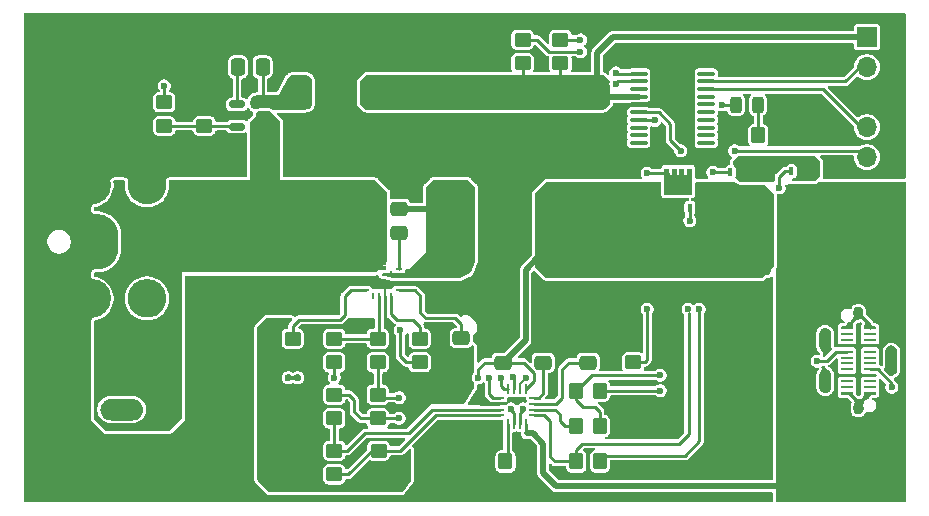
<source format=gbr>
%TF.GenerationSoftware,KiCad,Pcbnew,9.0.0*%
%TF.CreationDate,2025-06-04T14:10:33+02:00*%
%TF.ProjectId,usb_c_pd_source,7573625f-635f-4706-945f-736f75726365,rev?*%
%TF.SameCoordinates,Original*%
%TF.FileFunction,Copper,L1,Top*%
%TF.FilePolarity,Positive*%
%FSLAX46Y46*%
G04 Gerber Fmt 4.6, Leading zero omitted, Abs format (unit mm)*
G04 Created by KiCad (PCBNEW 9.0.0) date 2025-06-04 14:10:33*
%MOMM*%
%LPD*%
G01*
G04 APERTURE LIST*
G04 Aperture macros list*
%AMRoundRect*
0 Rectangle with rounded corners*
0 $1 Rounding radius*
0 $2 $3 $4 $5 $6 $7 $8 $9 X,Y pos of 4 corners*
0 Add a 4 corners polygon primitive as box body*
4,1,4,$2,$3,$4,$5,$6,$7,$8,$9,$2,$3,0*
0 Add four circle primitives for the rounded corners*
1,1,$1+$1,$2,$3*
1,1,$1+$1,$4,$5*
1,1,$1+$1,$6,$7*
1,1,$1+$1,$8,$9*
0 Add four rect primitives between the rounded corners*
20,1,$1+$1,$2,$3,$4,$5,0*
20,1,$1+$1,$4,$5,$6,$7,0*
20,1,$1+$1,$6,$7,$8,$9,0*
20,1,$1+$1,$8,$9,$2,$3,0*%
%AMFreePoly0*
4,1,17,1.395000,0.765000,0.855000,0.765000,0.855000,0.535000,1.395000,0.535000,1.395000,0.115000,0.855000,0.115000,0.855000,-0.115000,1.395000,-0.115000,1.395000,-0.535000,0.855000,-0.535000,0.855000,-0.765000,1.395000,-0.765000,1.395000,-1.185000,-0.855000,-1.185000,-0.855000,1.185000,1.395000,1.185000,1.395000,0.765000,1.395000,0.765000,$1*%
G04 Aperture macros list end*
%TA.AperFunction,EtchedComponent*%
%ADD10C,0.200000*%
%TD*%
%TA.AperFunction,SMDPad,CuDef*%
%ADD11RoundRect,0.250000X-0.337500X-0.475000X0.337500X-0.475000X0.337500X0.475000X-0.337500X0.475000X0*%
%TD*%
%TA.AperFunction,SMDPad,CuDef*%
%ADD12RoundRect,0.250000X0.350000X0.450000X-0.350000X0.450000X-0.350000X-0.450000X0.350000X-0.450000X0*%
%TD*%
%TA.AperFunction,SMDPad,CuDef*%
%ADD13RoundRect,0.250000X-0.450000X0.350000X-0.450000X-0.350000X0.450000X-0.350000X0.450000X0.350000X0*%
%TD*%
%TA.AperFunction,SMDPad,CuDef*%
%ADD14C,0.200000*%
%TD*%
%TA.AperFunction,SMDPad,CuDef*%
%ADD15RoundRect,0.250000X-0.475000X0.337500X-0.475000X-0.337500X0.475000X-0.337500X0.475000X0.337500X0*%
%TD*%
%TA.AperFunction,SMDPad,CuDef*%
%ADD16RoundRect,0.250000X0.450000X-0.350000X0.450000X0.350000X-0.450000X0.350000X-0.450000X-0.350000X0*%
%TD*%
%TA.AperFunction,SMDPad,CuDef*%
%ADD17RoundRect,0.250000X0.337500X0.475000X-0.337500X0.475000X-0.337500X-0.475000X0.337500X-0.475000X0*%
%TD*%
%TA.AperFunction,SMDPad,CuDef*%
%ADD18R,1.500000X2.400000*%
%TD*%
%TA.AperFunction,ComponentPad*%
%ADD19RoundRect,0.250000X-1.550000X0.650000X-1.550000X-0.650000X1.550000X-0.650000X1.550000X0.650000X0*%
%TD*%
%TA.AperFunction,ComponentPad*%
%ADD20O,3.600000X1.800000*%
%TD*%
%TA.AperFunction,SMDPad,CuDef*%
%ADD21RoundRect,0.250000X0.475000X-0.337500X0.475000X0.337500X-0.475000X0.337500X-0.475000X-0.337500X0*%
%TD*%
%TA.AperFunction,SMDPad,CuDef*%
%ADD22RoundRect,0.105000X0.105000X-0.245000X0.105000X0.245000X-0.105000X0.245000X-0.105000X-0.245000X0*%
%TD*%
%TA.AperFunction,SMDPad,CuDef*%
%ADD23FreePoly0,90.000000*%
%TD*%
%TA.AperFunction,SMDPad,CuDef*%
%ADD24RoundRect,0.062500X-0.062500X0.350000X-0.062500X-0.350000X0.062500X-0.350000X0.062500X0.350000X0*%
%TD*%
%TA.AperFunction,SMDPad,CuDef*%
%ADD25RoundRect,0.062500X-0.350000X0.062500X-0.350000X-0.062500X0.350000X-0.062500X0.350000X0.062500X0*%
%TD*%
%TA.AperFunction,SMDPad,CuDef*%
%ADD26RoundRect,0.243750X0.243750X0.456250X-0.243750X0.456250X-0.243750X-0.456250X0.243750X-0.456250X0*%
%TD*%
%TA.AperFunction,SMDPad,CuDef*%
%ADD27RoundRect,0.250000X-0.350000X-0.450000X0.350000X-0.450000X0.350000X0.450000X-0.350000X0.450000X0*%
%TD*%
%TA.AperFunction,SMDPad,CuDef*%
%ADD28RoundRect,0.100000X-0.637500X-0.100000X0.637500X-0.100000X0.637500X0.100000X-0.637500X0.100000X0*%
%TD*%
%TA.AperFunction,ComponentPad*%
%ADD29R,2.250000X2.250000*%
%TD*%
%TA.AperFunction,ComponentPad*%
%ADD30C,3.225000*%
%TD*%
%TA.AperFunction,ComponentPad*%
%ADD31O,3.500000X4.650000*%
%TD*%
%TA.AperFunction,SMDPad,CuDef*%
%ADD32RoundRect,0.150000X-0.512500X-0.150000X0.512500X-0.150000X0.512500X0.150000X-0.512500X0.150000X0*%
%TD*%
%TA.AperFunction,SMDPad,CuDef*%
%ADD33R,3.250000X3.400000*%
%TD*%
%TA.AperFunction,SMDPad,CuDef*%
%ADD34RoundRect,0.105000X-0.105000X0.245000X-0.105000X-0.245000X0.105000X-0.245000X0.105000X0.245000X0*%
%TD*%
%TA.AperFunction,SMDPad,CuDef*%
%ADD35FreePoly0,270.000000*%
%TD*%
%TA.AperFunction,ComponentPad*%
%ADD36R,1.700000X1.700000*%
%TD*%
%TA.AperFunction,ComponentPad*%
%ADD37O,1.700000X1.700000*%
%TD*%
%TA.AperFunction,SMDPad,CuDef*%
%ADD38R,0.250000X0.600000*%
%TD*%
%TA.AperFunction,SMDPad,CuDef*%
%ADD39R,0.600000X0.250000*%
%TD*%
%TA.AperFunction,SMDPad,CuDef*%
%ADD40R,1.700000X0.250000*%
%TD*%
%TA.AperFunction,SMDPad,CuDef*%
%ADD41R,2.100000X0.400000*%
%TD*%
%TA.AperFunction,SMDPad,CuDef*%
%ADD42R,0.250000X0.560000*%
%TD*%
%TA.AperFunction,SMDPad,CuDef*%
%ADD43R,1.050000X0.280000*%
%TD*%
%TA.AperFunction,ComponentPad*%
%ADD44O,0.800000X1.100000*%
%TD*%
%TA.AperFunction,ComponentPad*%
%ADD45O,1.000000X2.000000*%
%TD*%
%TA.AperFunction,ComponentPad*%
%ADD46O,1.000000X2.500000*%
%TD*%
%TA.AperFunction,ViaPad*%
%ADD47C,0.600000*%
%TD*%
%TA.AperFunction,Conductor*%
%ADD48C,0.250000*%
%TD*%
%TA.AperFunction,Conductor*%
%ADD49C,0.500000*%
%TD*%
%TA.AperFunction,Conductor*%
%ADD50C,0.200000*%
%TD*%
G04 APERTURE END LIST*
D10*
%TO.C,NT1*%
X95800000Y-132650000D02*
X95800000Y-133125000D01*
%TD*%
D11*
%TO.P,C6,1*%
%TO.N,Net-(U1-CB)*%
X83362500Y-114000000D03*
%TO.P,C6,2*%
%TO.N,/L2_IN*%
X85437500Y-114000000D03*
%TD*%
D12*
%TO.P,R18,1*%
%TO.N,Net-(Q2-G)*%
X114000000Y-144400000D03*
%TO.P,R18,2*%
%TO.N,Net-(U4-VBUS_EN_SRC)*%
X112000000Y-144400000D03*
%TD*%
D13*
%TO.P,R4,1*%
%TO.N,Net-(U2-PG)*%
X98750000Y-137000000D03*
%TO.P,R4,2*%
%TO.N,+3V3*%
X98750000Y-139000000D03*
%TD*%
D14*
%TO.P,NT1,1,1*%
%TO.N,AGND*%
X95800000Y-133125000D03*
%TO.P,NT1,2,2*%
%TO.N,GND*%
X95800000Y-132650000D03*
%TD*%
D15*
%TO.P,C20,1*%
%TO.N,GND*%
X109200000Y-136962500D03*
%TO.P,C20,2*%
%TO.N,Net-(U4-VREG_2V7)*%
X109200000Y-139037500D03*
%TD*%
D16*
%TO.P,R15,1*%
%TO.N,Net-(Q1-D)*%
X116800000Y-139000000D03*
%TO.P,R15,2*%
%TO.N,GND*%
X116800000Y-137000000D03*
%TD*%
D17*
%TO.P,C1,1*%
%TO.N,/PWR_IN*%
X85437500Y-121800000D03*
%TO.P,C1,2*%
%TO.N,GND*%
X83362500Y-121800000D03*
%TD*%
D18*
%TO.P,L1,1,1*%
%TO.N,/L2_IN*%
X88450000Y-116200000D03*
%TO.P,L1,2,2*%
%TO.N,+3V3*%
X94750000Y-116200000D03*
%TD*%
D12*
%TO.P,R17,1*%
%TO.N,/CMN_SRC*%
X114000000Y-141400000D03*
%TO.P,R17,2*%
%TO.N,Net-(Q2-G)*%
X112000000Y-141400000D03*
%TD*%
D13*
%TO.P,R10,1*%
%TO.N,Net-(U4-SEL_PDO3)*%
X91500000Y-146500000D03*
%TO.P,R10,2*%
%TO.N,Net-(U4-SEL_PDO2)*%
X91500000Y-148500000D03*
%TD*%
D19*
%TO.P,J2,1,Pin_1*%
%TO.N,/PWR_IN*%
X73500000Y-139505000D03*
D20*
%TO.P,J2,2,Pin_2*%
%TO.N,GND*%
X73500000Y-143005000D03*
%TD*%
D21*
%TO.P,C14,1*%
%TO.N,GND*%
X116000000Y-133037500D03*
%TO.P,C14,2*%
%TO.N,/BUCK_OUT*%
X116000000Y-130962500D03*
%TD*%
D15*
%TO.P,C5,1*%
%TO.N,Net-(U2-SS)*%
X102250000Y-136962500D03*
%TO.P,C5,2*%
%TO.N,AGND*%
X102250000Y-139037500D03*
%TD*%
%TO.P,C18,1*%
%TO.N,GND*%
X105800000Y-136962500D03*
%TO.P,C18,2*%
%TO.N,/BUCK_OUT*%
X105800000Y-139037500D03*
%TD*%
D13*
%TO.P,R2,1*%
%TO.N,+3V3*%
X77100000Y-117000000D03*
%TO.P,R2,2*%
%TO.N,Net-(U1-FB)*%
X77100000Y-119000000D03*
%TD*%
D22*
%TO.P,Q1,1,S*%
%TO.N,/BUCK_OUT*%
X119660000Y-125920000D03*
%TO.P,Q1,2,S*%
X120310000Y-125920000D03*
%TO.P,Q1,3,S*%
X120960000Y-125920000D03*
%TO.P,Q1,4,G*%
%TO.N,Net-(Q1-G)*%
X121610000Y-125920000D03*
D23*
%TO.P,Q1,5,D*%
%TO.N,Net-(Q1-D)*%
X120635000Y-123965000D03*
%TD*%
D21*
%TO.P,C7,1*%
%TO.N,GND*%
X97850000Y-118637500D03*
%TO.P,C7,2*%
%TO.N,+3V3*%
X97850000Y-116562500D03*
%TD*%
D24*
%TO.P,U4,1,VDD*%
%TO.N,/BUCK_OUT*%
X107700000Y-141287500D03*
%TO.P,U4,2,CC1*%
%TO.N,/CC1*%
X107200000Y-141287500D03*
%TO.P,U4,3,CC2*%
%TO.N,/CC2*%
X106700000Y-141287500D03*
%TO.P,U4,4,SCL*%
%TO.N,/SCL*%
X106200000Y-141287500D03*
D25*
%TO.P,U4,5,SDA*%
%TO.N,/SDA*%
X105487500Y-142000000D03*
%TO.P,U4,6,GND*%
%TO.N,GND*%
X105487500Y-142500000D03*
%TO.P,U4,7,SEL_PDO3*%
%TO.N,Net-(U4-SEL_PDO3)*%
X105487500Y-143000000D03*
%TO.P,U4,8,SEL_PDO2*%
%TO.N,Net-(U4-SEL_PDO2)*%
X105487500Y-143500000D03*
D24*
%TO.P,U4,9,ADDR0*%
%TO.N,Net-(U4-ADDR0)*%
X106200000Y-144212500D03*
%TO.P,U4,10,SEL_PDO4*%
%TO.N,Net-(U4-SEL_PDO4)*%
X106700000Y-144212500D03*
%TO.P,U4,11,SEL_PDO5*%
%TO.N,Net-(U4-SEL_PDO5)*%
X107200000Y-144212500D03*
%TO.P,U4,12,VBUS_SENSE*%
%TO.N,/VBUS*%
X107700000Y-144212500D03*
D25*
%TO.P,U4,13,VBUS_DISCH*%
%TO.N,Net-(Q1-G)*%
X108412500Y-143500000D03*
%TO.P,U4,14,VBUS_EN_SRC*%
%TO.N,Net-(U4-VBUS_EN_SRC)*%
X108412500Y-143000000D03*
%TO.P,U4,15,VREG_1V2*%
%TO.N,Net-(U4-VREG_1V2)*%
X108412500Y-142500000D03*
%TO.P,U4,16,VREG_2V7*%
%TO.N,Net-(U4-VREG_2V7)*%
X108412500Y-142000000D03*
%TD*%
D21*
%TO.P,C16,1*%
%TO.N,GND*%
X123700000Y-133100000D03*
%TO.P,C16,2*%
%TO.N,/BUCK_OUT*%
X123700000Y-131025000D03*
%TD*%
D13*
%TO.P,R13,1*%
%TO.N,/SCL*%
X110650000Y-111700000D03*
%TO.P,R13,2*%
%TO.N,+3V3*%
X110650000Y-113700000D03*
%TD*%
D15*
%TO.P,C8,1*%
%TO.N,/L_IN*%
X97000000Y-126000000D03*
%TO.P,C8,2*%
%TO.N,Net-(U2-BOOT)*%
X97000000Y-128075000D03*
%TD*%
D13*
%TO.P,R11,1*%
%TO.N,Net-(U4-SEL_PDO2)*%
X95250000Y-146500000D03*
%TO.P,R11,2*%
%TO.N,AGND*%
X95250000Y-148500000D03*
%TD*%
D26*
%TO.P,D1,1,K*%
%TO.N,Net-(D1-K)*%
X127387500Y-117200000D03*
%TO.P,D1,2,A*%
%TO.N,Net-(D1-A)*%
X125512500Y-117200000D03*
%TD*%
D13*
%TO.P,R12,1*%
%TO.N,/SDA*%
X107450000Y-111700000D03*
%TO.P,R12,2*%
%TO.N,+3V3*%
X107450000Y-113700000D03*
%TD*%
D15*
%TO.P,C19,1*%
%TO.N,GND*%
X113000000Y-136962500D03*
%TO.P,C19,2*%
%TO.N,Net-(U4-VREG_1V2)*%
X113000000Y-139037500D03*
%TD*%
D27*
%TO.P,R14,1*%
%TO.N,Net-(U4-ADDR0)*%
X106000000Y-147400000D03*
%TO.P,R14,2*%
%TO.N,GND*%
X108000000Y-147400000D03*
%TD*%
D15*
%TO.P,C13,1*%
%TO.N,+3V3*%
X113700000Y-116487500D03*
%TO.P,C13,2*%
%TO.N,GND*%
X113700000Y-118562500D03*
%TD*%
D28*
%TO.P,U3,1,PB7/PB8*%
%TO.N,/SCL*%
X117275000Y-114575000D03*
%TO.P,U3,2,PB9/PC14*%
%TO.N,/SDA*%
X117275000Y-115225000D03*
%TO.P,U3,3,PC15*%
%TO.N,unconnected-(U3-PC15-Pad3)*%
X117275000Y-115875000D03*
%TO.P,U3,4,VDD*%
%TO.N,+3V3*%
X117275000Y-116525000D03*
%TO.P,U3,5,VSS*%
%TO.N,GND*%
X117275000Y-117175000D03*
%TO.P,U3,6,NRST*%
%TO.N,/NRST*%
X117275000Y-117825000D03*
%TO.P,U3,7,PA0*%
%TO.N,Net-(D1-A)*%
X117275000Y-118475000D03*
%TO.P,U3,8,PA1*%
%TO.N,unconnected-(U3-PA1-Pad8)*%
X117275000Y-119125000D03*
%TO.P,U3,9,PA2*%
%TO.N,unconnected-(U3-PA2-Pad9)*%
X117275000Y-119775000D03*
%TO.P,U3,10,PA3*%
%TO.N,unconnected-(U3-PA3-Pad10)*%
X117275000Y-120425000D03*
%TO.P,U3,11,PA4*%
%TO.N,unconnected-(U3-PA4-Pad11)*%
X123000000Y-120425000D03*
%TO.P,U3,12,PA5*%
%TO.N,unconnected-(U3-PA5-Pad12)*%
X123000000Y-119775000D03*
%TO.P,U3,13,PA6*%
%TO.N,unconnected-(U3-PA6-Pad13)*%
X123000000Y-119125000D03*
%TO.P,U3,14,PA7*%
%TO.N,unconnected-(U3-PA7-Pad14)*%
X123000000Y-118475000D03*
%TO.P,U3,15,PA8/PB0/PB1/PB2*%
%TO.N,unconnected-(U3-PA8{slash}PB0{slash}PB1{slash}PB2-Pad15)*%
X123000000Y-117825000D03*
%TO.P,U3,16,PA9/PA11*%
%TO.N,unconnected-(U3-PA9{slash}PA11-Pad16)*%
X123000000Y-117175000D03*
%TO.P,U3,17,PA10/PA12*%
%TO.N,unconnected-(U3-PA10{slash}PA12-Pad17)*%
X123000000Y-116525000D03*
%TO.P,U3,18,PA13*%
%TO.N,/SWD_IO*%
X123000000Y-115875000D03*
%TO.P,U3,19,PA14/PA15*%
%TO.N,/SW_CLK*%
X123000000Y-115225000D03*
%TO.P,U3,20,PB3/PB4/PB5/PB6*%
%TO.N,unconnected-(U3-PB3{slash}PB4{slash}PB5{slash}PB6-Pad20)*%
X123000000Y-114575000D03*
%TD*%
D13*
%TO.P,R1,1*%
%TO.N,Net-(U2-MODE)*%
X88000000Y-137000000D03*
%TO.P,R1,2*%
%TO.N,AGND*%
X88000000Y-139000000D03*
%TD*%
%TO.P,R8,1*%
%TO.N,Net-(U4-SEL_PDO5)*%
X95200000Y-141750000D03*
%TO.P,R8,2*%
%TO.N,Net-(U4-SEL_PDO4)*%
X95200000Y-143750000D03*
%TD*%
D29*
%TO.P,J1,1*%
%TO.N,/PWR_IN*%
X77450000Y-128800000D03*
D30*
%TO.P,J1,2*%
%TO.N,GND*%
X75650000Y-124000000D03*
X70950000Y-124000000D03*
D31*
X71450000Y-128800000D03*
D30*
X75650000Y-133600000D03*
X70950000Y-133600000D03*
%TD*%
D15*
%TO.P,C11,1*%
%TO.N,+3V3*%
X107400000Y-116525000D03*
%TO.P,C11,2*%
%TO.N,GND*%
X107400000Y-118600000D03*
%TD*%
D21*
%TO.P,C15,1*%
%TO.N,GND*%
X119700000Y-133100000D03*
%TO.P,C15,2*%
%TO.N,/BUCK_OUT*%
X119700000Y-131025000D03*
%TD*%
D32*
%TO.P,U1,1,CB*%
%TO.N,Net-(U1-CB)*%
X83262500Y-117150000D03*
%TO.P,U1,2,GND*%
%TO.N,GND*%
X83262500Y-118100000D03*
%TO.P,U1,3,FB*%
%TO.N,Net-(U1-FB)*%
X83262500Y-119050000D03*
%TO.P,U1,4,EN*%
%TO.N,/PWR_IN*%
X85537500Y-119050000D03*
%TO.P,U1,5,VIN*%
X85537500Y-118100000D03*
%TO.P,U1,6,SW*%
%TO.N,/L2_IN*%
X85537500Y-117150000D03*
%TD*%
D12*
%TO.P,R16,1*%
%TO.N,/BUCK_OUT*%
X114000000Y-147400000D03*
%TO.P,R16,2*%
%TO.N,Net-(Q1-G)*%
X112000000Y-147400000D03*
%TD*%
D13*
%TO.P,R9,1*%
%TO.N,Net-(U4-SEL_PDO4)*%
X91500000Y-141750000D03*
%TO.P,R9,2*%
%TO.N,Net-(U4-SEL_PDO3)*%
X91500000Y-143750000D03*
%TD*%
D16*
%TO.P,R3,1*%
%TO.N,Net-(U1-FB)*%
X80500000Y-119000000D03*
%TO.P,R3,2*%
%TO.N,GND*%
X80500000Y-117000000D03*
%TD*%
D15*
%TO.P,C4,1*%
%TO.N,/PWR_IN*%
X82500000Y-130212500D03*
%TO.P,C4,2*%
%TO.N,GND*%
X82500000Y-132287500D03*
%TD*%
D33*
%TO.P,L2,1,1*%
%TO.N,/L_IN*%
X101350000Y-126500000D03*
%TO.P,L2,2,2*%
%TO.N,/BUCK_OUT*%
X110650000Y-126500000D03*
%TD*%
D15*
%TO.P,C10,1*%
%TO.N,+3V3*%
X104200000Y-116587500D03*
%TO.P,C10,2*%
%TO.N,GND*%
X104200000Y-118662500D03*
%TD*%
%TO.P,C3,1*%
%TO.N,/PWR_IN*%
X86250000Y-130212500D03*
%TO.P,C3,2*%
%TO.N,GND*%
X86250000Y-132287500D03*
%TD*%
D34*
%TO.P,Q2,1,S*%
%TO.N,/CMN_SRC*%
X127000000Y-122900000D03*
%TO.P,Q2,2,S*%
X126350000Y-122900000D03*
%TO.P,Q2,3,S*%
X125700000Y-122900000D03*
%TO.P,Q2,4,G*%
%TO.N,Net-(Q2-G)*%
X125050000Y-122900000D03*
D35*
%TO.P,Q2,5,D*%
%TO.N,/BUCK_OUT*%
X126025000Y-124855000D03*
%TD*%
D12*
%TO.P,R5,1*%
%TO.N,Net-(D1-K)*%
X127400000Y-119800000D03*
%TO.P,R5,2*%
%TO.N,GND*%
X125400000Y-119800000D03*
%TD*%
D13*
%TO.P,R7,1*%
%TO.N,Net-(U2-FB)*%
X95200000Y-137000000D03*
%TO.P,R7,2*%
%TO.N,Net-(U4-SEL_PDO5)*%
X95200000Y-139000000D03*
%TD*%
D21*
%TO.P,C17,1*%
%TO.N,GND*%
X127700000Y-133100000D03*
%TO.P,C17,2*%
%TO.N,/BUCK_OUT*%
X127700000Y-131025000D03*
%TD*%
D16*
%TO.P,R6,1*%
%TO.N,/BUCK_OUT*%
X91500000Y-139000000D03*
%TO.P,R6,2*%
%TO.N,Net-(U2-FB)*%
X91500000Y-137000000D03*
%TD*%
D34*
%TO.P,Q3,1,S*%
%TO.N,/CMN_SRC*%
X132160000Y-122820000D03*
%TO.P,Q3,2,S*%
X131510000Y-122820000D03*
%TO.P,Q3,3,S*%
X130860000Y-122820000D03*
%TO.P,Q3,4,G*%
%TO.N,Net-(Q2-G)*%
X130210000Y-122820000D03*
D35*
%TO.P,Q3,5,D*%
%TO.N,/VBUS*%
X131185000Y-124775000D03*
%TD*%
D15*
%TO.P,C2,1*%
%TO.N,/PWR_IN*%
X90000000Y-130212500D03*
%TO.P,C2,2*%
%TO.N,GND*%
X90000000Y-132287500D03*
%TD*%
%TO.P,C9,1*%
%TO.N,+3V3*%
X101050000Y-116562500D03*
%TO.P,C9,2*%
%TO.N,GND*%
X101050000Y-118637500D03*
%TD*%
D36*
%TO.P,J3,1,Pin_1*%
%TO.N,+3V3*%
X136600000Y-111480000D03*
D37*
%TO.P,J3,2,Pin_2*%
%TO.N,/SW_CLK*%
X136600000Y-114020000D03*
%TO.P,J3,3,Pin_3*%
%TO.N,GND*%
X136600000Y-116560000D03*
%TO.P,J3,4,Pin_4*%
%TO.N,/SWD_IO*%
X136600000Y-119100000D03*
%TO.P,J3,5,Pin_5*%
%TO.N,/NRST*%
X136600000Y-121640000D03*
%TD*%
D15*
%TO.P,C12,1*%
%TO.N,+3V3*%
X110600000Y-116487500D03*
%TO.P,C12,2*%
%TO.N,GND*%
X110600000Y-118562500D03*
%TD*%
D38*
%TO.P,U2,1,EN*%
%TO.N,unconnected-(U2-EN-Pad1)*%
X94800000Y-133370000D03*
%TO.P,U2,2,FB*%
%TO.N,Net-(U2-FB)*%
X95300000Y-133370000D03*
%TO.P,U2,3,AGND*%
%TO.N,AGND*%
X95800000Y-133370000D03*
%TO.P,U2,4,PG*%
%TO.N,Net-(U2-PG)*%
X96300000Y-133370000D03*
D39*
%TO.P,U2,5,SS*%
%TO.N,Net-(U2-SS)*%
X96950000Y-132900000D03*
D40*
%TO.P,U2,6,SW*%
%TO.N,/L_IN*%
X96400000Y-131600000D03*
D39*
%TO.P,U2,7,BOOT*%
%TO.N,Net-(U2-BOOT)*%
X96950000Y-131100000D03*
D41*
%TO.P,U2,8,VIN*%
%TO.N,/PWR_IN*%
X94900000Y-131020000D03*
D42*
X94800000Y-130550000D03*
X95300000Y-130550000D03*
X95800000Y-130550000D03*
D41*
%TO.P,U2,9,PGND*%
%TO.N,GND*%
X94900000Y-132180000D03*
D39*
%TO.P,U2,10,MODE*%
%TO.N,Net-(U2-MODE)*%
X94150000Y-132900000D03*
%TD*%
D43*
%TO.P,J4,A1,GND*%
%TO.N,GND*%
X134900000Y-136100000D03*
%TO.P,J4,A2*%
%TO.N,N/C*%
X134900000Y-136600000D03*
%TO.P,J4,A3*%
X134900000Y-137100000D03*
%TO.P,J4,A4,VBUS*%
%TO.N,/VBUS*%
X134900000Y-137600000D03*
%TO.P,J4,A5,CC1*%
%TO.N,/CC1*%
X134900000Y-138100000D03*
%TO.P,J4,A6*%
%TO.N,N/C*%
X134900000Y-138600000D03*
%TO.P,J4,A7*%
X134900000Y-139100000D03*
%TO.P,J4,A8*%
X134900000Y-139600000D03*
%TO.P,J4,A9,VBUS*%
%TO.N,/VBUS*%
X134900000Y-140100000D03*
%TO.P,J4,A10*%
%TO.N,N/C*%
X134900000Y-140600000D03*
%TO.P,J4,A11*%
X134900000Y-141100000D03*
%TO.P,J4,A12,GND*%
%TO.N,GND*%
X134900000Y-141600000D03*
%TO.P,J4,B1,GND*%
X136850000Y-141600000D03*
%TO.P,J4,B2*%
%TO.N,N/C*%
X136850000Y-141100000D03*
%TO.P,J4,B3*%
X136850000Y-140600000D03*
%TO.P,J4,B4,VBUS*%
%TO.N,/VBUS*%
X136850000Y-140100000D03*
%TO.P,J4,B5,CC2*%
%TO.N,/CC2*%
X136850000Y-139600000D03*
%TO.P,J4,B6*%
%TO.N,N/C*%
X136850000Y-139100000D03*
%TO.P,J4,B7*%
X136850000Y-138600000D03*
%TO.P,J4,B8*%
X136850000Y-138100000D03*
%TO.P,J4,B9,VBUS*%
%TO.N,/VBUS*%
X136850000Y-137600000D03*
%TO.P,J4,B10*%
%TO.N,N/C*%
X136850000Y-137100000D03*
%TO.P,J4,B11*%
X136850000Y-136600000D03*
%TO.P,J4,B12,GND*%
%TO.N,GND*%
X136850000Y-136100000D03*
D44*
%TO.P,J4,S1,SHIELD*%
X135875000Y-142860000D03*
D45*
X133075000Y-140600000D03*
D46*
X138675000Y-138850000D03*
D45*
X133075000Y-137100000D03*
D44*
X135875000Y-134840000D03*
%TD*%
D47*
%TO.N,+3V3*%
X97100000Y-136300000D03*
X94750000Y-116200000D03*
X77100000Y-115600000D03*
%TO.N,/BUCK_OUT*%
X122400000Y-134500000D03*
X91500000Y-140300000D03*
X103700000Y-140300000D03*
X122900000Y-129700000D03*
%TO.N,Net-(D1-A)*%
X118650000Y-118529442D03*
X124350000Y-117200000D03*
%TO.N,/NRST*%
X120850000Y-121100000D03*
X125400000Y-121100000D03*
%TO.N,Net-(Q1-D)*%
X118000000Y-123000000D03*
X118000000Y-134500000D03*
%TO.N,Net-(Q1-G)*%
X121478137Y-134500000D03*
X121600000Y-127000000D03*
%TO.N,Net-(Q2-G)*%
X129160000Y-124220000D03*
X119100000Y-140100000D03*
X123560000Y-122920000D03*
%TO.N,/CMN_SRC*%
X130700000Y-121900000D03*
X119100000Y-141400000D03*
%TO.N,Net-(U4-SEL_PDO5)*%
X107450000Y-142950000D03*
X97000000Y-142000000D03*
%TO.N,Net-(U4-SEL_PDO4)*%
X106450000Y-142950000D03*
X97000000Y-143750000D03*
%TO.N,/CC1*%
X132400000Y-138900000D03*
X107700000Y-140300000D03*
%TO.N,/CC2*%
X138700000Y-141100000D03*
X106675972Y-140284382D03*
%TO.N,/SDA*%
X115350000Y-115400000D03*
X104600000Y-140300000D03*
X112350000Y-112700000D03*
%TO.N,/SCL*%
X115350000Y-114500000D03*
X112350000Y-111700000D03*
X105600000Y-140300000D03*
%TO.N,GND*%
X89100000Y-134500000D03*
X110250000Y-120000000D03*
X125000000Y-135300000D03*
X113550000Y-120000000D03*
X127400000Y-134500000D03*
X82700000Y-133700000D03*
X110300000Y-133600000D03*
X128200000Y-134500000D03*
X83500000Y-133700000D03*
X107850000Y-120000000D03*
X86700000Y-133700000D03*
X83500000Y-134500000D03*
X126600000Y-134500000D03*
X126600000Y-135300000D03*
X128200000Y-135300000D03*
X96150000Y-132350000D03*
X111850000Y-120000000D03*
X90700000Y-134500000D03*
X104650000Y-120000000D03*
X112650000Y-120000000D03*
X127400000Y-135300000D03*
X112800000Y-134400000D03*
X118900000Y-134500000D03*
X111050000Y-120000000D03*
X116300000Y-134500000D03*
X89900000Y-134500000D03*
X93700000Y-132150000D03*
X98150000Y-120000000D03*
X111100000Y-133600000D03*
X92900000Y-132150000D03*
X123400000Y-135300000D03*
X82700000Y-134500000D03*
X84300000Y-133700000D03*
X111100000Y-132800000D03*
X94450000Y-132150000D03*
X114450000Y-120000000D03*
X125800000Y-135300000D03*
X103850000Y-120000000D03*
X109500000Y-134400000D03*
X109500000Y-132800000D03*
X88300000Y-133700000D03*
X87500000Y-133700000D03*
X109500000Y-133600000D03*
X108650000Y-120000000D03*
X105450000Y-120000000D03*
X87600000Y-140300000D03*
X92100000Y-132150000D03*
X88300000Y-134500000D03*
X95250000Y-132150000D03*
X100550000Y-120000000D03*
X103600000Y-142175000D03*
X89900000Y-133700000D03*
X101350000Y-120000000D03*
X85100000Y-133700000D03*
X120500000Y-134500000D03*
X84300000Y-134500000D03*
X86700000Y-134500000D03*
X125000000Y-134500000D03*
X90700000Y-133700000D03*
X110300000Y-132800000D03*
X112000000Y-132800000D03*
X81900000Y-134500000D03*
X87500000Y-134500000D03*
X88400000Y-140300000D03*
X125800000Y-134500000D03*
X115500000Y-134500000D03*
X97350000Y-120000000D03*
X110300000Y-134400000D03*
X111100000Y-134400000D03*
X109450000Y-120000000D03*
X116300000Y-135300000D03*
X85900000Y-133700000D03*
X106250000Y-120000000D03*
X85100000Y-134500000D03*
X115500000Y-135300000D03*
X81900000Y-133700000D03*
X120500000Y-135300000D03*
X123400000Y-134500000D03*
X119700000Y-135300000D03*
X89100000Y-133700000D03*
X102250000Y-120000000D03*
X124200000Y-135300000D03*
X85900000Y-134500000D03*
X118900000Y-135300000D03*
X98950000Y-120000000D03*
X112800000Y-133600000D03*
X117100000Y-134500000D03*
X99750000Y-120000000D03*
X119700000Y-134500000D03*
X117100000Y-135300000D03*
X124200000Y-134500000D03*
X103050000Y-120000000D03*
X112000000Y-134400000D03*
X107050000Y-120000000D03*
X112800000Y-132800000D03*
X112000000Y-133600000D03*
%TD*%
D48*
%TO.N,AGND*%
X95800000Y-133370000D02*
X95800000Y-135400000D01*
%TO.N,Net-(U2-SS)*%
X101750000Y-135250000D02*
X99250000Y-135250000D01*
X99250000Y-135250000D02*
X98800000Y-134800000D01*
X98800000Y-134800000D02*
X98800000Y-133400000D01*
X102250000Y-135750000D02*
X102250000Y-136962500D01*
X98300000Y-132900000D02*
X96950000Y-132900000D01*
X102250000Y-135750000D02*
X101750000Y-135250000D01*
X98800000Y-133400000D02*
X98300000Y-132900000D01*
%TO.N,Net-(U1-CB)*%
X83262500Y-114000000D02*
X83262500Y-117150000D01*
%TO.N,/L2_IN*%
X85437500Y-117050000D02*
X85537500Y-117150000D01*
X85437500Y-114000000D02*
X85437500Y-117050000D01*
%TO.N,+3V3*%
X97100000Y-136300000D02*
X97100000Y-138500000D01*
D49*
X117275000Y-116525000D02*
X113737500Y-116525000D01*
D48*
X97100000Y-138500000D02*
X97600000Y-139000000D01*
X77100000Y-117000000D02*
X77100000Y-115600000D01*
D49*
X113737500Y-116525000D02*
X113700000Y-116487500D01*
D48*
X107450000Y-113700000D02*
X107450000Y-115000000D01*
D49*
X115070000Y-111480000D02*
X136600000Y-111480000D01*
X113750000Y-115300000D02*
X113750000Y-112800000D01*
X113750000Y-112800000D02*
X115070000Y-111480000D01*
D48*
X110650000Y-113700000D02*
X110650000Y-115100000D01*
X97600000Y-139000000D02*
X98750000Y-139000000D01*
D50*
X98750000Y-139050000D02*
X98700000Y-139100000D01*
D48*
%TO.N,Net-(U2-BOOT)*%
X97000000Y-128075000D02*
X97000000Y-128100000D01*
X97000000Y-128100000D02*
X96950000Y-128150000D01*
X96950000Y-128150000D02*
X96950000Y-131100000D01*
D49*
%TO.N,/L_IN*%
X97000000Y-126000000D02*
X100850000Y-126000000D01*
D48*
X96400000Y-131600000D02*
X97800000Y-131600000D01*
D49*
X100850000Y-126000000D02*
X101350000Y-126500000D01*
D48*
%TO.N,/BUCK_OUT*%
X103700000Y-139600000D02*
X104262500Y-139037500D01*
X121200000Y-146900000D02*
X122400000Y-145700000D01*
X114000000Y-147400000D02*
X114500000Y-146900000D01*
X108400000Y-139900000D02*
X107537500Y-139037500D01*
X122400000Y-145700000D02*
X122400000Y-134500000D01*
X91500000Y-139000000D02*
X91500000Y-140300000D01*
X114500000Y-146900000D02*
X121200000Y-146900000D01*
X104262500Y-139037500D02*
X105800000Y-139037500D01*
X108400000Y-140600000D02*
X108400000Y-139900000D01*
X107700000Y-141300000D02*
X108400000Y-140600000D01*
X107537500Y-139037500D02*
X105800000Y-139037500D01*
D49*
X107700000Y-137137500D02*
X107700000Y-131200000D01*
X107700000Y-131200000D02*
X108700000Y-130200000D01*
D48*
X103700000Y-140300000D02*
X103700000Y-139600000D01*
D49*
X105800000Y-139037500D02*
X107700000Y-137137500D01*
D48*
%TO.N,Net-(U4-VREG_1V2)*%
X110800000Y-142000000D02*
X110800000Y-139600000D01*
X110800000Y-139600000D02*
X111362500Y-139037500D01*
X110300000Y-142500000D02*
X110800000Y-142000000D01*
X108400000Y-142500000D02*
X110300000Y-142500000D01*
X111362500Y-139037500D02*
X113000000Y-139037500D01*
%TO.N,Net-(U4-VREG_2V7)*%
X109200000Y-141600000D02*
X109200000Y-139037500D01*
X108800000Y-142000000D02*
X109200000Y-141600000D01*
X108400000Y-142000000D02*
X108800000Y-142000000D01*
%TO.N,Net-(D1-K)*%
X127400000Y-117200000D02*
X127400000Y-119800000D01*
%TO.N,Net-(D1-A)*%
X117329442Y-118529442D02*
X117275000Y-118475000D01*
X125500000Y-117200000D02*
X124350000Y-117200000D01*
X118650000Y-118529442D02*
X117329442Y-118529442D01*
%TO.N,/NRST*%
X118975000Y-117825000D02*
X117275000Y-117825000D01*
X136060000Y-121100000D02*
X136600000Y-121640000D01*
X119950000Y-120200000D02*
X119950000Y-118800000D01*
X125400000Y-121100000D02*
X136060000Y-121100000D01*
X119950000Y-118800000D02*
X118975000Y-117825000D01*
X120850000Y-121100000D02*
X119950000Y-120200000D01*
%TO.N,/SWD_IO*%
X136600000Y-119100000D02*
X136100000Y-119100000D01*
X136100000Y-119100000D02*
X132875000Y-115875000D01*
X132875000Y-115875000D02*
X123000000Y-115875000D01*
%TO.N,/SW_CLK*%
X135980000Y-114020000D02*
X136600000Y-114020000D01*
X123000000Y-115225000D02*
X134775000Y-115225000D01*
X134775000Y-115225000D02*
X135980000Y-114020000D01*
%TO.N,Net-(Q1-D)*%
X118000000Y-135300000D02*
X118000000Y-138800000D01*
X118000000Y-138800000D02*
X117800000Y-139000000D01*
X118000000Y-123000000D02*
X119670000Y-123000000D01*
X118000000Y-134500000D02*
X118000000Y-135300000D01*
X117800000Y-139000000D02*
X116800000Y-139000000D01*
X119670000Y-123000000D02*
X120635000Y-123965000D01*
%TO.N,Net-(Q1-G)*%
X108400000Y-143500000D02*
X109300000Y-143500000D01*
X109300000Y-143500000D02*
X109800000Y-144000000D01*
X121500000Y-134800000D02*
X121500000Y-145100000D01*
X112000000Y-146400000D02*
X112000000Y-147400000D01*
X110200000Y-147400000D02*
X111800000Y-147400000D01*
X120700000Y-145900000D02*
X112500000Y-145900000D01*
X121610000Y-125920000D02*
X121610000Y-126990000D01*
X121610000Y-126990000D02*
X121600000Y-127000000D01*
X121500000Y-145100000D02*
X120700000Y-145900000D01*
X109800000Y-144000000D02*
X109800000Y-147000000D01*
X109800000Y-147000000D02*
X110200000Y-147400000D01*
X112500000Y-145900000D02*
X112000000Y-146400000D01*
%TO.N,Net-(Q2-G)*%
X113300000Y-140100000D02*
X119100000Y-140100000D01*
X112000000Y-141400000D02*
X113300000Y-140100000D01*
X129160000Y-123320000D02*
X129660000Y-122820000D01*
X125050000Y-122900000D02*
X123580000Y-122900000D01*
X129660000Y-122820000D02*
X130210000Y-122820000D01*
X112000000Y-141400000D02*
X112000000Y-142200000D01*
X113600000Y-142800000D02*
X114000000Y-143200000D01*
X112600000Y-142800000D02*
X113600000Y-142800000D01*
X129160000Y-124220000D02*
X129200000Y-124260000D01*
X114000000Y-143200000D02*
X114000000Y-144400000D01*
X129160000Y-124220000D02*
X129160000Y-123320000D01*
X112000000Y-142200000D02*
X112600000Y-142800000D01*
X123580000Y-122900000D02*
X123560000Y-122920000D01*
%TO.N,/CMN_SRC*%
X114000000Y-141400000D02*
X119100000Y-141400000D01*
X126050000Y-121900000D02*
X126210000Y-122060000D01*
X130860000Y-122060000D02*
X130860000Y-122820000D01*
%TO.N,Net-(U2-MODE)*%
X88000000Y-137000000D02*
X88000000Y-135900000D01*
X92400000Y-133400000D02*
X92400000Y-135000000D01*
X92900000Y-132900000D02*
X92400000Y-133400000D01*
X92000000Y-135400000D02*
X88500000Y-135400000D01*
X88000000Y-135900000D02*
X88500000Y-135400000D01*
X94150000Y-132900000D02*
X92900000Y-132900000D01*
X92400000Y-135000000D02*
X92000000Y-135400000D01*
%TO.N,Net-(U1-FB)*%
X80500000Y-119000000D02*
X77100000Y-119000000D01*
X83212500Y-119000000D02*
X83262500Y-119050000D01*
X80500000Y-119000000D02*
X83212500Y-119000000D01*
%TO.N,Net-(U2-PG)*%
X96800000Y-135400000D02*
X98150000Y-135400000D01*
X96300000Y-133370000D02*
X96300000Y-134900000D01*
X98150000Y-135400000D02*
X98750000Y-136000000D01*
X96300000Y-134900000D02*
X96800000Y-135400000D01*
X98750000Y-136000000D02*
X98750000Y-137000000D01*
%TO.N,Net-(U2-FB)*%
X95300000Y-136900000D02*
X95300000Y-133370000D01*
X91750000Y-137000000D02*
X95200000Y-137000000D01*
X95200000Y-137000000D02*
X95300000Y-136900000D01*
%TO.N,Net-(U4-SEL_PDO5)*%
X107450000Y-143050000D02*
X107200000Y-143300000D01*
X107200000Y-143300000D02*
X107200000Y-144200000D01*
X97000000Y-142000000D02*
X95200000Y-142000000D01*
X107450000Y-142950000D02*
X107450000Y-143050000D01*
X95200000Y-142000000D02*
X95200000Y-139000000D01*
%TO.N,Net-(U4-SEL_PDO4)*%
X93750000Y-143750000D02*
X93200000Y-143200000D01*
X106450000Y-142950000D02*
X106450000Y-143050000D01*
X97000000Y-143750000D02*
X93750000Y-143750000D01*
X93200000Y-143200000D02*
X93200000Y-142175000D01*
X106700000Y-143300000D02*
X106700000Y-144200000D01*
X93200000Y-142175000D02*
X92775000Y-141750000D01*
X106450000Y-143050000D02*
X106700000Y-143300000D01*
X92775000Y-141750000D02*
X91450000Y-141750000D01*
%TO.N,Net-(U4-SEL_PDO3)*%
X91500000Y-146500000D02*
X91500000Y-143750000D01*
X92600000Y-146500000D02*
X94100000Y-145000000D01*
X91500000Y-146500000D02*
X92600000Y-146500000D01*
X99800000Y-143000000D02*
X105500000Y-143000000D01*
X97800000Y-145000000D02*
X99800000Y-143000000D01*
X94100000Y-145000000D02*
X97800000Y-145000000D01*
%TO.N,Net-(U4-SEL_PDO2)*%
X95250000Y-146500000D02*
X97100000Y-146500000D01*
X94700000Y-146500000D02*
X95250000Y-146500000D01*
X97100000Y-146500000D02*
X100100000Y-143500000D01*
X92700000Y-148500000D02*
X94700000Y-146500000D01*
X91500000Y-148500000D02*
X92700000Y-148500000D01*
X100100000Y-143500000D02*
X105500000Y-143500000D01*
D50*
%TO.N,/CC1*%
X107200000Y-140800000D02*
X107700000Y-140300000D01*
D48*
X133200000Y-138900000D02*
X134000000Y-138100000D01*
X132400000Y-138900000D02*
X133200000Y-138900000D01*
X134000000Y-138100000D02*
X134900000Y-138100000D01*
D50*
X107200000Y-141300000D02*
X107200000Y-140800000D01*
D48*
%TO.N,/CC2*%
X106700000Y-140308410D02*
X106675972Y-140284382D01*
X106700000Y-141300000D02*
X106700000Y-140308410D01*
X138700000Y-141100000D02*
X138700000Y-140800000D01*
X137500000Y-139600000D02*
X136850000Y-139600000D01*
X138700000Y-140800000D02*
X137500000Y-139600000D01*
%TO.N,Net-(U4-ADDR0)*%
X106200000Y-144200000D02*
X106200000Y-147600000D01*
%TO.N,Net-(U4-VBUS_EN_SRC)*%
X110600000Y-144000000D02*
X111000000Y-144400000D01*
X108400000Y-143000000D02*
X110200000Y-143000000D01*
X110600000Y-143400000D02*
X110600000Y-144000000D01*
X111000000Y-144400000D02*
X112000000Y-144400000D01*
X110200000Y-143000000D02*
X110600000Y-143400000D01*
%TO.N,/SDA*%
X104600000Y-141700000D02*
X104900000Y-142000000D01*
X108650000Y-111700000D02*
X107450000Y-111700000D01*
X104600000Y-140300000D02*
X104600000Y-141700000D01*
X104900000Y-142000000D02*
X105500000Y-142000000D01*
X115525000Y-115225000D02*
X115350000Y-115400000D01*
X112350000Y-112700000D02*
X109650000Y-112700000D01*
X109650000Y-112700000D02*
X108650000Y-111700000D01*
X117275000Y-115225000D02*
X115525000Y-115225000D01*
%TO.N,/SCL*%
X117275000Y-114575000D02*
X115425000Y-114575000D01*
X105600000Y-140300000D02*
X105600000Y-141000000D01*
X105600000Y-141000000D02*
X105900000Y-141300000D01*
X115425000Y-114575000D02*
X115350000Y-114500000D01*
X110650000Y-111700000D02*
X112350000Y-111700000D01*
X105900000Y-141300000D02*
X106200000Y-141300000D01*
D49*
%TO.N,/VBUS*%
X107800000Y-145000000D02*
X108300000Y-145000000D01*
X110300000Y-149500000D02*
X131100000Y-149500000D01*
X109200000Y-148400000D02*
X110300000Y-149500000D01*
D48*
X107700000Y-144200000D02*
X107700000Y-144900000D01*
X107700000Y-144900000D02*
X107800000Y-145000000D01*
D49*
X108300000Y-145000000D02*
X109200000Y-145900000D01*
X109200000Y-145900000D02*
X109200000Y-148400000D01*
D48*
%TO.N,GND*%
X135875000Y-142375000D02*
X135875000Y-142860000D01*
X135100000Y-141600000D02*
X135875000Y-142375000D01*
X135875000Y-142525000D02*
X135875000Y-142860000D01*
D50*
X134900000Y-136100000D02*
X135875000Y-135125000D01*
D48*
X136850000Y-141600000D02*
X136800000Y-141600000D01*
X96150000Y-132350000D02*
X96000000Y-132200000D01*
X105487500Y-142500000D02*
X103925000Y-142500000D01*
X136850000Y-135815000D02*
X135875000Y-134840000D01*
D50*
X135875000Y-135125000D02*
X135875000Y-134840000D01*
D48*
X136800000Y-141600000D02*
X135875000Y-142525000D01*
X134900000Y-141600000D02*
X135100000Y-141600000D01*
X96000000Y-132200000D02*
X95800000Y-132200000D01*
X136850000Y-136100000D02*
X136850000Y-135815000D01*
X103925000Y-142500000D02*
X103600000Y-142175000D01*
%TD*%
%TA.AperFunction,Conductor*%
%TO.N,/CMN_SRC*%
G36*
X132175677Y-121519685D02*
G01*
X132196319Y-121536319D01*
X132623681Y-121963681D01*
X132657166Y-122025004D01*
X132660000Y-122051362D01*
X132660000Y-123148638D01*
X132640315Y-123215677D01*
X132623681Y-123236319D01*
X132231819Y-123628181D01*
X132170496Y-123661666D01*
X132144138Y-123664500D01*
X130385180Y-123664500D01*
X130318141Y-123644815D01*
X130272386Y-123592011D01*
X130262442Y-123522853D01*
X130291467Y-123459297D01*
X130350245Y-123421523D01*
X130367291Y-123417797D01*
X130417840Y-123410433D01*
X130524429Y-123358324D01*
X130524430Y-123358323D01*
X130524432Y-123358322D01*
X130608322Y-123274432D01*
X130608323Y-123274430D01*
X130608324Y-123274429D01*
X130660433Y-123167840D01*
X130670500Y-123098742D01*
X130670500Y-122541258D01*
X130660433Y-122472160D01*
X130647434Y-122445571D01*
X130608323Y-122365569D01*
X130524430Y-122281676D01*
X130417842Y-122229567D01*
X130400565Y-122227050D01*
X130348742Y-122219500D01*
X130071258Y-122219500D01*
X130025192Y-122226211D01*
X130002157Y-122229567D01*
X129895570Y-122281676D01*
X129811675Y-122365572D01*
X129807084Y-122374964D01*
X129759954Y-122426545D01*
X129695685Y-122444500D01*
X129610564Y-122444500D01*
X129515063Y-122470089D01*
X129515060Y-122470090D01*
X129429440Y-122519522D01*
X129429435Y-122519526D01*
X128929438Y-123019525D01*
X128859527Y-123089435D01*
X128859525Y-123089437D01*
X128859525Y-123089438D01*
X128835782Y-123130562D01*
X128810091Y-123175060D01*
X128810090Y-123175063D01*
X128790036Y-123249907D01*
X128790035Y-123249911D01*
X128784500Y-123270565D01*
X128784500Y-123576000D01*
X128764815Y-123643039D01*
X128712011Y-123688794D01*
X128660500Y-123700000D01*
X125811362Y-123700000D01*
X125744323Y-123680315D01*
X125723681Y-123663681D01*
X125499798Y-123439798D01*
X125466313Y-123378475D01*
X125471297Y-123308783D01*
X125476075Y-123297664D01*
X125500433Y-123247840D01*
X125510500Y-123178742D01*
X125510500Y-122621258D01*
X125500433Y-122552160D01*
X125495103Y-122541258D01*
X125460310Y-122470089D01*
X125448324Y-122445571D01*
X125364429Y-122361676D01*
X125364427Y-122361675D01*
X125329536Y-122344617D01*
X125317556Y-122333671D01*
X125302797Y-122326931D01*
X125292295Y-122310589D01*
X125277956Y-122297488D01*
X125273403Y-122281193D01*
X125265023Y-122268153D01*
X125260000Y-122233218D01*
X125260000Y-122051361D01*
X125279685Y-121984322D01*
X125296314Y-121963685D01*
X125682648Y-121577351D01*
X125708317Y-121557654D01*
X125738015Y-121540509D01*
X125742205Y-121536319D01*
X125803528Y-121502834D01*
X125829886Y-121500000D01*
X132108638Y-121500000D01*
X132175677Y-121519685D01*
G37*
%TD.AperFunction*%
%TD*%
%TA.AperFunction,Conductor*%
%TO.N,AGND*%
G36*
X87886640Y-135269685D02*
G01*
X87932395Y-135322489D01*
X87942339Y-135391647D01*
X87913314Y-135455203D01*
X87907282Y-135461681D01*
X87699526Y-135669436D01*
X87650091Y-135755059D01*
X87650091Y-135755060D01*
X87650090Y-135755062D01*
X87624500Y-135850565D01*
X87624500Y-135850567D01*
X87624500Y-136025500D01*
X87604815Y-136092539D01*
X87552011Y-136138294D01*
X87505389Y-136148450D01*
X87505424Y-136149097D01*
X87505429Y-136149146D01*
X87505426Y-136149146D01*
X87505436Y-136149324D01*
X87502123Y-136149501D01*
X87442516Y-136155908D01*
X87307671Y-136206202D01*
X87307664Y-136206206D01*
X87192455Y-136292452D01*
X87192452Y-136292455D01*
X87106206Y-136407664D01*
X87106202Y-136407671D01*
X87055908Y-136542517D01*
X87052187Y-136577135D01*
X87049501Y-136602123D01*
X87049500Y-136602135D01*
X87049500Y-137397870D01*
X87049501Y-137397876D01*
X87055908Y-137457483D01*
X87106202Y-137592328D01*
X87106206Y-137592335D01*
X87192452Y-137707544D01*
X87192455Y-137707547D01*
X87307664Y-137793793D01*
X87307671Y-137793797D01*
X87442517Y-137844091D01*
X87442516Y-137844091D01*
X87449444Y-137844835D01*
X87502127Y-137850500D01*
X88497872Y-137850499D01*
X88557483Y-137844091D01*
X88692331Y-137793796D01*
X88807546Y-137707546D01*
X88893796Y-137592331D01*
X88944091Y-137457483D01*
X88950500Y-137397873D01*
X88950499Y-136602128D01*
X88945112Y-136552011D01*
X88944091Y-136542516D01*
X88893797Y-136407671D01*
X88893793Y-136407664D01*
X88807547Y-136292455D01*
X88807544Y-136292452D01*
X88692335Y-136206206D01*
X88692328Y-136206202D01*
X88557482Y-136155908D01*
X88549938Y-136154126D01*
X88550407Y-136152136D01*
X88545764Y-136150213D01*
X88530150Y-136149097D01*
X88514147Y-136137117D01*
X88495678Y-136129467D01*
X88486749Y-136116606D01*
X88474217Y-136107225D01*
X88467230Y-136088494D01*
X88455830Y-136072074D01*
X88455271Y-136056429D01*
X88449800Y-136041761D01*
X88454049Y-136022226D01*
X88453336Y-136002249D01*
X88461523Y-135987871D01*
X88464652Y-135973488D01*
X88485798Y-135945238D01*
X88619220Y-135811816D01*
X88680542Y-135778334D01*
X88706900Y-135775500D01*
X92049435Y-135775500D01*
X92049436Y-135775500D01*
X92097186Y-135762705D01*
X92144938Y-135749910D01*
X92230562Y-135700475D01*
X92300475Y-135630562D01*
X92644718Y-135286319D01*
X92706041Y-135252834D01*
X92732399Y-135250000D01*
X94800500Y-135250000D01*
X94867539Y-135269685D01*
X94913294Y-135322489D01*
X94924500Y-135374000D01*
X94924500Y-136025500D01*
X94904815Y-136092539D01*
X94852011Y-136138294D01*
X94800501Y-136149500D01*
X94702130Y-136149500D01*
X94702123Y-136149501D01*
X94642516Y-136155908D01*
X94507671Y-136206202D01*
X94507664Y-136206206D01*
X94392455Y-136292452D01*
X94392452Y-136292455D01*
X94306206Y-136407664D01*
X94306202Y-136407671D01*
X94255418Y-136543833D01*
X94213547Y-136599767D01*
X94148083Y-136624184D01*
X94139236Y-136624500D01*
X92560764Y-136624500D01*
X92493725Y-136604815D01*
X92447970Y-136552011D01*
X92444582Y-136543833D01*
X92393797Y-136407671D01*
X92393793Y-136407664D01*
X92307547Y-136292455D01*
X92307544Y-136292452D01*
X92192335Y-136206206D01*
X92192328Y-136206202D01*
X92057482Y-136155908D01*
X92057483Y-136155908D01*
X91997883Y-136149501D01*
X91997881Y-136149500D01*
X91997873Y-136149500D01*
X91997864Y-136149500D01*
X91002129Y-136149500D01*
X91002123Y-136149501D01*
X90942516Y-136155908D01*
X90807671Y-136206202D01*
X90807664Y-136206206D01*
X90692455Y-136292452D01*
X90692452Y-136292455D01*
X90606206Y-136407664D01*
X90606202Y-136407671D01*
X90555908Y-136542517D01*
X90552187Y-136577135D01*
X90549501Y-136602123D01*
X90549500Y-136602135D01*
X90549500Y-137397870D01*
X90549501Y-137397876D01*
X90555908Y-137457483D01*
X90606202Y-137592328D01*
X90606206Y-137592335D01*
X90692452Y-137707544D01*
X90692455Y-137707547D01*
X90807664Y-137793793D01*
X90807671Y-137793797D01*
X90942517Y-137844091D01*
X90942516Y-137844091D01*
X90949444Y-137844835D01*
X91002127Y-137850500D01*
X91997872Y-137850499D01*
X92057483Y-137844091D01*
X92192331Y-137793796D01*
X92307546Y-137707546D01*
X92393796Y-137592331D01*
X92444091Y-137457483D01*
X92444090Y-137457483D01*
X92444582Y-137456167D01*
X92486453Y-137400233D01*
X92551917Y-137375816D01*
X92560764Y-137375500D01*
X94139236Y-137375500D01*
X94206275Y-137395185D01*
X94252030Y-137447989D01*
X94255418Y-137456167D01*
X94306202Y-137592328D01*
X94306206Y-137592335D01*
X94392452Y-137707544D01*
X94392455Y-137707547D01*
X94507664Y-137793793D01*
X94507671Y-137793797D01*
X94642517Y-137844091D01*
X94642516Y-137844091D01*
X94649444Y-137844835D01*
X94702127Y-137850500D01*
X95697872Y-137850499D01*
X95757483Y-137844091D01*
X95892331Y-137793796D01*
X96007546Y-137707546D01*
X96093796Y-137592331D01*
X96144091Y-137457483D01*
X96150500Y-137397873D01*
X96150499Y-136602128D01*
X96145112Y-136552011D01*
X96144091Y-136542516D01*
X96093797Y-136407671D01*
X96093793Y-136407664D01*
X96007547Y-136292455D01*
X96007544Y-136292452D01*
X95892335Y-136206206D01*
X95892330Y-136206203D01*
X95756166Y-136155417D01*
X95700233Y-136113545D01*
X95675816Y-136048081D01*
X95675500Y-136039235D01*
X95675500Y-135374000D01*
X95695185Y-135306961D01*
X95747989Y-135261206D01*
X95799500Y-135250000D01*
X96067601Y-135250000D01*
X96134640Y-135269685D01*
X96155280Y-135286317D01*
X96569437Y-135700475D01*
X96652370Y-135748356D01*
X96700585Y-135798922D01*
X96713809Y-135867529D01*
X96687841Y-135932394D01*
X96678053Y-135943422D01*
X96659494Y-135961981D01*
X96659488Y-135961988D01*
X96587017Y-136087511D01*
X96587016Y-136087515D01*
X96549500Y-136227525D01*
X96549500Y-136372475D01*
X96565199Y-136431063D01*
X96587017Y-136512488D01*
X96659488Y-136638011D01*
X96659493Y-136638017D01*
X96688181Y-136666705D01*
X96721666Y-136728028D01*
X96724500Y-136754386D01*
X96724500Y-138549435D01*
X96750090Y-138644938D01*
X96781606Y-138699525D01*
X96799523Y-138730559D01*
X96799525Y-138730561D01*
X96799526Y-138730563D01*
X97369437Y-139300475D01*
X97455063Y-139349911D01*
X97550564Y-139375500D01*
X97550565Y-139375500D01*
X97689236Y-139375500D01*
X97756275Y-139395185D01*
X97802030Y-139447989D01*
X97805418Y-139456167D01*
X97856202Y-139592328D01*
X97856206Y-139592335D01*
X97942452Y-139707544D01*
X97942455Y-139707547D01*
X98057664Y-139793793D01*
X98057671Y-139793797D01*
X98192517Y-139844091D01*
X98192516Y-139844091D01*
X98193856Y-139844235D01*
X98252127Y-139850500D01*
X99247872Y-139850499D01*
X99307483Y-139844091D01*
X99442331Y-139793796D01*
X99557546Y-139707546D01*
X99643796Y-139592331D01*
X99694091Y-139457483D01*
X99700500Y-139397873D01*
X99700499Y-138602128D01*
X99694091Y-138542517D01*
X99692586Y-138538483D01*
X99643797Y-138407671D01*
X99643793Y-138407664D01*
X99557547Y-138292455D01*
X99557544Y-138292452D01*
X99442335Y-138206206D01*
X99442328Y-138206202D01*
X99307482Y-138155908D01*
X99307483Y-138155908D01*
X99247883Y-138149501D01*
X99247881Y-138149500D01*
X99247873Y-138149500D01*
X99247864Y-138149500D01*
X98252129Y-138149500D01*
X98252123Y-138149501D01*
X98192516Y-138155908D01*
X98057671Y-138206202D01*
X98057664Y-138206206D01*
X97942455Y-138292452D01*
X97942452Y-138292455D01*
X97856206Y-138407664D01*
X97856201Y-138407674D01*
X97837381Y-138458130D01*
X97837381Y-138458133D01*
X97816511Y-138486012D01*
X97795508Y-138514067D01*
X97754461Y-138529376D01*
X97730045Y-138538483D01*
X97730044Y-138538482D01*
X97730044Y-138538483D01*
X97713133Y-138534804D01*
X97661772Y-138523631D01*
X97633518Y-138502480D01*
X97511819Y-138380781D01*
X97478334Y-138319458D01*
X97475500Y-138293100D01*
X97475500Y-136754386D01*
X97495185Y-136687347D01*
X97511819Y-136666705D01*
X97540509Y-136638015D01*
X97568113Y-136590202D01*
X97618680Y-136541988D01*
X97687287Y-136528764D01*
X97752151Y-136554732D01*
X97792680Y-136611646D01*
X97799500Y-136652203D01*
X97799500Y-137397870D01*
X97799501Y-137397876D01*
X97805908Y-137457483D01*
X97856202Y-137592328D01*
X97856206Y-137592335D01*
X97942452Y-137707544D01*
X97942455Y-137707547D01*
X98057664Y-137793793D01*
X98057671Y-137793797D01*
X98192517Y-137844091D01*
X98192516Y-137844091D01*
X98199444Y-137844835D01*
X98252127Y-137850500D01*
X99247872Y-137850499D01*
X99307483Y-137844091D01*
X99442331Y-137793796D01*
X99557546Y-137707546D01*
X99643796Y-137592331D01*
X99694091Y-137457483D01*
X99700500Y-137397873D01*
X99700499Y-136602128D01*
X99695112Y-136552011D01*
X99694091Y-136542516D01*
X99643797Y-136407671D01*
X99643793Y-136407664D01*
X99557547Y-136292455D01*
X99557544Y-136292452D01*
X99442335Y-136206206D01*
X99442328Y-136206202D01*
X99307482Y-136155908D01*
X99307483Y-136155908D01*
X99247883Y-136149501D01*
X99247881Y-136149500D01*
X99247873Y-136149500D01*
X99247864Y-136149500D01*
X99244548Y-136149322D01*
X99244615Y-136148065D01*
X99243333Y-136147689D01*
X99237015Y-136148870D01*
X99210216Y-136137964D01*
X99182461Y-136129815D01*
X99178252Y-136124957D01*
X99172298Y-136122535D01*
X99155646Y-136098869D01*
X99136706Y-136077011D01*
X99134867Y-136069337D01*
X99132092Y-136065393D01*
X99128025Y-136040784D01*
X99125609Y-136030699D01*
X99125500Y-136028102D01*
X99125500Y-135950565D01*
X99125197Y-135949436D01*
X99104135Y-135870830D01*
X99104135Y-135870829D01*
X99099910Y-135855061D01*
X99073913Y-135810034D01*
X99057439Y-135742134D01*
X99080291Y-135676107D01*
X99135212Y-135632916D01*
X99192437Y-135625729D01*
X99192437Y-135625500D01*
X99194266Y-135625500D01*
X99197491Y-135625095D01*
X99200562Y-135625499D01*
X99200564Y-135625500D01*
X99200565Y-135625500D01*
X101543101Y-135625500D01*
X101610140Y-135645185D01*
X101630782Y-135661819D01*
X101838181Y-135869218D01*
X101852884Y-135896145D01*
X101869477Y-135921964D01*
X101870368Y-135928164D01*
X101871666Y-135930541D01*
X101874500Y-135956899D01*
X101874500Y-136000500D01*
X101854815Y-136067539D01*
X101802011Y-136113294D01*
X101750505Y-136124500D01*
X101727132Y-136124500D01*
X101727123Y-136124501D01*
X101667516Y-136130908D01*
X101532671Y-136181202D01*
X101532664Y-136181206D01*
X101417455Y-136267452D01*
X101417452Y-136267455D01*
X101331206Y-136382664D01*
X101331202Y-136382671D01*
X101280910Y-136517513D01*
X101280909Y-136517517D01*
X101274500Y-136577127D01*
X101274500Y-136577134D01*
X101274500Y-136577135D01*
X101274500Y-137347870D01*
X101274501Y-137347876D01*
X101280908Y-137407483D01*
X101331202Y-137542328D01*
X101331206Y-137542335D01*
X101417452Y-137657544D01*
X101417455Y-137657547D01*
X101532664Y-137743793D01*
X101532671Y-137743797D01*
X101667517Y-137794091D01*
X101667516Y-137794091D01*
X101674444Y-137794835D01*
X101727127Y-137800500D01*
X102772872Y-137800499D01*
X102832483Y-137794091D01*
X102967331Y-137743796D01*
X103082546Y-137657546D01*
X103126734Y-137598517D01*
X103182667Y-137556648D01*
X103252359Y-137551664D01*
X103313682Y-137585149D01*
X103347166Y-137646473D01*
X103350000Y-137672830D01*
X103350000Y-139439072D01*
X103345775Y-139471165D01*
X103324500Y-139550565D01*
X103324500Y-139845614D01*
X103304815Y-139912653D01*
X103288181Y-139933295D01*
X103259493Y-139961982D01*
X103259488Y-139961988D01*
X103187017Y-140087511D01*
X103187016Y-140087515D01*
X103149500Y-140227525D01*
X103149500Y-140372475D01*
X103187016Y-140512485D01*
X103187017Y-140512488D01*
X103259488Y-140638011D01*
X103259493Y-140638017D01*
X103313681Y-140692205D01*
X103347166Y-140753528D01*
X103350000Y-140779886D01*
X103350000Y-141084123D01*
X103331595Y-141149127D01*
X102536625Y-142440506D01*
X102536318Y-142441004D01*
X102484411Y-142487775D01*
X102430722Y-142500000D01*
X99699998Y-142500000D01*
X98000000Y-144233326D01*
X97990790Y-144255871D01*
X97988979Y-144255131D01*
X97980315Y-144284640D01*
X97963681Y-144305282D01*
X97680782Y-144588181D01*
X97619459Y-144621666D01*
X97593101Y-144624500D01*
X96130286Y-144624500D01*
X96063247Y-144604815D01*
X96017492Y-144552011D01*
X96007548Y-144482853D01*
X96031019Y-144426189D01*
X96093796Y-144342331D01*
X96115313Y-144284640D01*
X96144582Y-144206167D01*
X96186453Y-144150233D01*
X96251917Y-144125816D01*
X96260764Y-144125500D01*
X96545614Y-144125500D01*
X96612653Y-144145185D01*
X96633295Y-144161819D01*
X96661985Y-144190509D01*
X96661986Y-144190510D01*
X96661988Y-144190511D01*
X96787511Y-144262982D01*
X96787512Y-144262982D01*
X96787515Y-144262984D01*
X96927525Y-144300500D01*
X96927528Y-144300500D01*
X97072472Y-144300500D01*
X97072475Y-144300500D01*
X97212485Y-144262984D01*
X97338015Y-144190509D01*
X97440509Y-144088015D01*
X97512984Y-143962485D01*
X97550500Y-143822475D01*
X97550500Y-143677525D01*
X97512984Y-143537515D01*
X97462783Y-143450565D01*
X97440511Y-143411988D01*
X97440506Y-143411982D01*
X97338017Y-143309493D01*
X97338011Y-143309488D01*
X97212488Y-143237017D01*
X97212489Y-143237017D01*
X97201006Y-143233940D01*
X97072475Y-143199500D01*
X96927525Y-143199500D01*
X96798993Y-143233940D01*
X96787511Y-143237017D01*
X96661988Y-143309488D01*
X96661982Y-143309493D01*
X96633295Y-143338181D01*
X96571972Y-143371666D01*
X96545614Y-143374500D01*
X96260764Y-143374500D01*
X96193725Y-143354815D01*
X96147970Y-143302011D01*
X96144582Y-143293833D01*
X96093797Y-143157671D01*
X96093793Y-143157664D01*
X96007547Y-143042455D01*
X96007544Y-143042452D01*
X95892335Y-142956206D01*
X95892328Y-142956202D01*
X95757482Y-142905908D01*
X95757483Y-142905908D01*
X95697883Y-142899501D01*
X95697881Y-142899500D01*
X95697873Y-142899500D01*
X95697864Y-142899500D01*
X94702129Y-142899500D01*
X94702123Y-142899501D01*
X94642516Y-142905908D01*
X94507671Y-142956202D01*
X94507664Y-142956206D01*
X94392455Y-143042452D01*
X94392452Y-143042455D01*
X94306206Y-143157664D01*
X94306202Y-143157671D01*
X94255418Y-143293833D01*
X94242148Y-143311559D01*
X94232949Y-143331703D01*
X94221618Y-143338984D01*
X94213547Y-143349767D01*
X94192798Y-143357505D01*
X94174171Y-143369477D01*
X94152254Y-143372628D01*
X94148083Y-143374184D01*
X94139236Y-143374500D01*
X93956899Y-143374500D01*
X93889860Y-143354815D01*
X93869218Y-143338181D01*
X93611819Y-143080782D01*
X93578334Y-143019459D01*
X93575500Y-142993101D01*
X93575500Y-142125566D01*
X93575499Y-142125562D01*
X93575482Y-142125500D01*
X93574618Y-142122273D01*
X93549911Y-142030063D01*
X93500475Y-141944437D01*
X93005563Y-141449526D01*
X93005562Y-141449525D01*
X92919938Y-141400090D01*
X92872186Y-141387295D01*
X92860099Y-141384056D01*
X92860095Y-141384054D01*
X92824436Y-141374500D01*
X92824435Y-141374500D01*
X92560764Y-141374500D01*
X92493725Y-141354815D01*
X92447970Y-141302011D01*
X92444582Y-141293833D01*
X92393797Y-141157671D01*
X92393793Y-141157664D01*
X92307547Y-141042455D01*
X92307544Y-141042452D01*
X92192335Y-140956206D01*
X92192328Y-140956202D01*
X92057482Y-140905908D01*
X92057483Y-140905908D01*
X91997883Y-140899501D01*
X91997881Y-140899500D01*
X91997873Y-140899500D01*
X91997865Y-140899500D01*
X91978385Y-140899500D01*
X91911346Y-140879815D01*
X91865591Y-140827011D01*
X91855647Y-140757853D01*
X91884672Y-140694297D01*
X91890691Y-140687832D01*
X91940509Y-140638015D01*
X92012984Y-140512485D01*
X92050500Y-140372475D01*
X92050500Y-140227525D01*
X92012984Y-140087515D01*
X92012982Y-140087511D01*
X92012982Y-140087510D01*
X92012981Y-140087509D01*
X91977996Y-140026914D01*
X91961522Y-139959014D01*
X91984374Y-139892987D01*
X92039295Y-139849796D01*
X92056875Y-139844234D01*
X92057470Y-139844092D01*
X92057483Y-139844091D01*
X92192331Y-139793796D01*
X92307546Y-139707546D01*
X92393796Y-139592331D01*
X92444091Y-139457483D01*
X92450500Y-139397873D01*
X92450499Y-138602135D01*
X94249500Y-138602135D01*
X94249500Y-139397870D01*
X94249501Y-139397876D01*
X94255908Y-139457483D01*
X94306202Y-139592328D01*
X94306206Y-139592335D01*
X94392452Y-139707544D01*
X94392455Y-139707547D01*
X94507664Y-139793793D01*
X94507671Y-139793797D01*
X94642516Y-139844091D01*
X94702113Y-139850499D01*
X94702122Y-139850499D01*
X94702127Y-139850500D01*
X94702131Y-139850499D01*
X94705434Y-139850677D01*
X94705424Y-139850855D01*
X94705431Y-139850856D01*
X94705417Y-139850977D01*
X94705366Y-139851946D01*
X94767478Y-139870144D01*
X94813264Y-139922921D01*
X94824500Y-139974499D01*
X94824500Y-140775500D01*
X94804815Y-140842539D01*
X94752011Y-140888294D01*
X94705389Y-140898450D01*
X94705423Y-140899099D01*
X94705429Y-140899146D01*
X94705426Y-140899146D01*
X94705436Y-140899324D01*
X94702123Y-140899501D01*
X94642516Y-140905908D01*
X94507671Y-140956202D01*
X94507664Y-140956206D01*
X94392455Y-141042452D01*
X94392452Y-141042455D01*
X94306206Y-141157664D01*
X94306202Y-141157671D01*
X94255908Y-141292517D01*
X94249501Y-141352116D01*
X94249501Y-141352123D01*
X94249500Y-141352135D01*
X94249500Y-142147870D01*
X94249501Y-142147876D01*
X94255908Y-142207483D01*
X94306202Y-142342328D01*
X94306206Y-142342335D01*
X94392452Y-142457544D01*
X94392455Y-142457547D01*
X94507664Y-142543793D01*
X94507671Y-142543797D01*
X94642517Y-142594091D01*
X94642516Y-142594091D01*
X94649444Y-142594835D01*
X94702127Y-142600500D01*
X95697872Y-142600499D01*
X95757483Y-142594091D01*
X95892331Y-142543796D01*
X96007546Y-142457546D01*
X96019930Y-142441004D01*
X96031768Y-142425190D01*
X96087701Y-142383318D01*
X96131035Y-142375500D01*
X96545614Y-142375500D01*
X96612653Y-142395185D01*
X96633295Y-142411819D01*
X96661985Y-142440509D01*
X96661986Y-142440510D01*
X96661988Y-142440511D01*
X96787511Y-142512982D01*
X96787512Y-142512982D01*
X96787515Y-142512984D01*
X96927525Y-142550500D01*
X96927528Y-142550500D01*
X97072472Y-142550500D01*
X97072475Y-142550500D01*
X97212485Y-142512984D01*
X97338015Y-142440509D01*
X97440509Y-142338015D01*
X97512984Y-142212485D01*
X97550500Y-142072475D01*
X97550500Y-141927525D01*
X97512984Y-141787515D01*
X97482370Y-141734491D01*
X97440511Y-141661988D01*
X97440506Y-141661982D01*
X97338017Y-141559493D01*
X97338011Y-141559488D01*
X97212488Y-141487017D01*
X97212489Y-141487017D01*
X97201006Y-141483940D01*
X97072475Y-141449500D01*
X96927525Y-141449500D01*
X96798993Y-141483940D01*
X96787511Y-141487017D01*
X96661988Y-141559488D01*
X96661982Y-141559493D01*
X96633295Y-141588181D01*
X96571972Y-141621666D01*
X96545614Y-141624500D01*
X96274499Y-141624500D01*
X96207460Y-141604815D01*
X96161705Y-141552011D01*
X96150499Y-141500500D01*
X96150499Y-141352129D01*
X96150498Y-141352123D01*
X96150497Y-141352116D01*
X96145112Y-141302011D01*
X96144091Y-141292516D01*
X96093797Y-141157671D01*
X96093793Y-141157664D01*
X96007547Y-141042455D01*
X96007544Y-141042452D01*
X95892335Y-140956206D01*
X95892328Y-140956202D01*
X95757482Y-140905908D01*
X95757483Y-140905908D01*
X95697883Y-140899501D01*
X95697881Y-140899500D01*
X95697873Y-140899500D01*
X95697864Y-140899500D01*
X95694548Y-140899322D01*
X95694615Y-140898065D01*
X95632461Y-140879815D01*
X95586706Y-140827011D01*
X95575500Y-140775500D01*
X95575500Y-139974499D01*
X95595185Y-139907460D01*
X95647989Y-139861705D01*
X95694611Y-139851562D01*
X95694576Y-139850900D01*
X95694571Y-139850854D01*
X95694573Y-139850853D01*
X95694564Y-139850676D01*
X95697857Y-139850499D01*
X95697872Y-139850499D01*
X95757483Y-139844091D01*
X95892331Y-139793796D01*
X96007546Y-139707546D01*
X96093796Y-139592331D01*
X96144091Y-139457483D01*
X96150500Y-139397873D01*
X96150499Y-138602128D01*
X96144091Y-138542517D01*
X96142586Y-138538483D01*
X96093797Y-138407671D01*
X96093793Y-138407664D01*
X96007547Y-138292455D01*
X96007544Y-138292452D01*
X95892335Y-138206206D01*
X95892328Y-138206202D01*
X95757482Y-138155908D01*
X95757483Y-138155908D01*
X95697883Y-138149501D01*
X95697881Y-138149500D01*
X95697873Y-138149500D01*
X95697864Y-138149500D01*
X94702129Y-138149500D01*
X94702123Y-138149501D01*
X94642516Y-138155908D01*
X94507671Y-138206202D01*
X94507664Y-138206206D01*
X94392455Y-138292452D01*
X94392452Y-138292455D01*
X94306206Y-138407664D01*
X94306202Y-138407671D01*
X94255908Y-138542517D01*
X94249501Y-138602116D01*
X94249501Y-138602123D01*
X94249500Y-138602135D01*
X92450499Y-138602135D01*
X92450499Y-138602128D01*
X92444091Y-138542517D01*
X92442586Y-138538483D01*
X92393797Y-138407671D01*
X92393793Y-138407664D01*
X92307547Y-138292455D01*
X92307544Y-138292452D01*
X92192335Y-138206206D01*
X92192328Y-138206202D01*
X92057482Y-138155908D01*
X92057483Y-138155908D01*
X91997883Y-138149501D01*
X91997881Y-138149500D01*
X91997873Y-138149500D01*
X91997864Y-138149500D01*
X91002129Y-138149500D01*
X91002123Y-138149501D01*
X90942516Y-138155908D01*
X90807671Y-138206202D01*
X90807664Y-138206206D01*
X90692455Y-138292452D01*
X90692452Y-138292455D01*
X90606206Y-138407664D01*
X90606202Y-138407671D01*
X90555908Y-138542517D01*
X90549501Y-138602116D01*
X90549501Y-138602123D01*
X90549500Y-138602135D01*
X90549500Y-139397870D01*
X90549501Y-139397876D01*
X90555908Y-139457483D01*
X90606202Y-139592328D01*
X90606206Y-139592335D01*
X90692452Y-139707544D01*
X90692455Y-139707547D01*
X90807664Y-139793793D01*
X90807671Y-139793797D01*
X90942509Y-139844088D01*
X90942517Y-139844091D01*
X90942519Y-139844091D01*
X90943127Y-139844235D01*
X90943553Y-139844477D01*
X90949785Y-139846802D01*
X90949408Y-139847811D01*
X91003845Y-139878806D01*
X91036233Y-139940716D01*
X91030009Y-140010307D01*
X91022004Y-140026913D01*
X90987017Y-140087511D01*
X90987016Y-140087515D01*
X90949500Y-140227525D01*
X90949500Y-140372475D01*
X90987016Y-140512485D01*
X90987017Y-140512488D01*
X91059488Y-140638011D01*
X91059493Y-140638017D01*
X91109295Y-140687819D01*
X91142780Y-140749142D01*
X91137796Y-140818834D01*
X91095924Y-140874767D01*
X91030460Y-140899184D01*
X91021619Y-140899500D01*
X91002132Y-140899500D01*
X91002123Y-140899501D01*
X90942516Y-140905908D01*
X90807671Y-140956202D01*
X90807664Y-140956206D01*
X90692455Y-141042452D01*
X90692452Y-141042455D01*
X90606206Y-141157664D01*
X90606202Y-141157671D01*
X90555908Y-141292517D01*
X90549501Y-141352116D01*
X90549501Y-141352123D01*
X90549500Y-141352135D01*
X90549500Y-142147870D01*
X90549501Y-142147876D01*
X90555908Y-142207483D01*
X90606202Y-142342328D01*
X90606206Y-142342335D01*
X90692452Y-142457544D01*
X90692455Y-142457547D01*
X90807664Y-142543793D01*
X90807671Y-142543797D01*
X90942517Y-142594091D01*
X90942516Y-142594091D01*
X90949444Y-142594835D01*
X91002127Y-142600500D01*
X91997872Y-142600499D01*
X92057483Y-142594091D01*
X92192331Y-142543796D01*
X92307546Y-142457546D01*
X92393796Y-142342331D01*
X92442224Y-142212488D01*
X92444582Y-142206167D01*
X92457851Y-142188440D01*
X92467051Y-142168297D01*
X92478381Y-142161015D01*
X92486453Y-142150233D01*
X92507201Y-142142494D01*
X92525829Y-142130523D01*
X92547745Y-142127371D01*
X92551917Y-142125816D01*
X92560764Y-142125500D01*
X92568101Y-142125500D01*
X92635140Y-142145185D01*
X92655782Y-142161819D01*
X92788181Y-142294218D01*
X92821666Y-142355541D01*
X92824500Y-142381899D01*
X92824500Y-143249435D01*
X92829859Y-143269433D01*
X92829860Y-143269437D01*
X92850090Y-143344939D01*
X92850091Y-143344940D01*
X92863337Y-143367882D01*
X92899525Y-143430562D01*
X92899526Y-143430563D01*
X93449525Y-143980562D01*
X93519438Y-144050475D01*
X93584463Y-144088017D01*
X93605062Y-144099910D01*
X93652811Y-144112705D01*
X93652812Y-144112705D01*
X93662903Y-144115408D01*
X93700564Y-144125500D01*
X93700565Y-144125500D01*
X94139236Y-144125500D01*
X94206275Y-144145185D01*
X94252030Y-144197989D01*
X94255418Y-144206167D01*
X94306202Y-144342328D01*
X94306204Y-144342331D01*
X94368980Y-144426189D01*
X94393398Y-144491652D01*
X94378547Y-144559926D01*
X94329142Y-144609331D01*
X94269714Y-144624500D01*
X94050564Y-144624500D01*
X94002812Y-144637295D01*
X94002811Y-144637294D01*
X93955063Y-144650089D01*
X93955062Y-144650089D01*
X93869435Y-144699527D01*
X92602898Y-145966063D01*
X92541575Y-145999548D01*
X92471883Y-145994564D01*
X92415950Y-145952692D01*
X92399035Y-145921714D01*
X92393798Y-145907673D01*
X92393793Y-145907664D01*
X92307547Y-145792455D01*
X92307544Y-145792452D01*
X92192335Y-145706206D01*
X92192328Y-145706202D01*
X92057482Y-145655908D01*
X92057483Y-145655908D01*
X91997883Y-145649501D01*
X91997881Y-145649500D01*
X91997873Y-145649500D01*
X91997864Y-145649500D01*
X91994548Y-145649322D01*
X91994615Y-145648065D01*
X91932461Y-145629815D01*
X91886706Y-145577011D01*
X91875500Y-145525500D01*
X91875500Y-144724499D01*
X91895185Y-144657460D01*
X91947989Y-144611705D01*
X91994611Y-144601562D01*
X91994576Y-144600900D01*
X91994571Y-144600854D01*
X91994573Y-144600853D01*
X91994564Y-144600676D01*
X91997857Y-144600499D01*
X91997872Y-144600499D01*
X92057483Y-144594091D01*
X92192331Y-144543796D01*
X92307546Y-144457546D01*
X92393796Y-144342331D01*
X92444091Y-144207483D01*
X92450500Y-144147873D01*
X92450499Y-143352128D01*
X92445112Y-143302011D01*
X92444091Y-143292516D01*
X92393797Y-143157671D01*
X92393793Y-143157664D01*
X92307547Y-143042455D01*
X92307544Y-143042452D01*
X92192335Y-142956206D01*
X92192328Y-142956202D01*
X92057482Y-142905908D01*
X92057483Y-142905908D01*
X91997883Y-142899501D01*
X91997881Y-142899500D01*
X91997873Y-142899500D01*
X91997864Y-142899500D01*
X91002129Y-142899500D01*
X91002123Y-142899501D01*
X90942516Y-142905908D01*
X90807671Y-142956202D01*
X90807664Y-142956206D01*
X90692455Y-143042452D01*
X90692452Y-143042455D01*
X90606206Y-143157664D01*
X90606202Y-143157671D01*
X90555908Y-143292517D01*
X90549754Y-143349767D01*
X90549501Y-143352123D01*
X90549500Y-143352135D01*
X90549500Y-144147870D01*
X90549501Y-144147876D01*
X90555908Y-144207483D01*
X90606202Y-144342328D01*
X90606206Y-144342335D01*
X90692452Y-144457544D01*
X90692455Y-144457547D01*
X90807664Y-144543793D01*
X90807671Y-144543797D01*
X90942516Y-144594091D01*
X91002113Y-144600499D01*
X91002122Y-144600499D01*
X91002127Y-144600500D01*
X91002131Y-144600499D01*
X91005434Y-144600677D01*
X91005424Y-144600855D01*
X91005431Y-144600856D01*
X91005417Y-144600977D01*
X91005366Y-144601946D01*
X91067478Y-144620144D01*
X91113264Y-144672921D01*
X91124500Y-144724499D01*
X91124500Y-145525500D01*
X91104815Y-145592539D01*
X91052011Y-145638294D01*
X91005389Y-145648450D01*
X91005423Y-145649099D01*
X91005429Y-145649146D01*
X91005426Y-145649146D01*
X91005436Y-145649324D01*
X91002123Y-145649501D01*
X90942516Y-145655908D01*
X90807671Y-145706202D01*
X90807664Y-145706206D01*
X90692455Y-145792452D01*
X90692452Y-145792455D01*
X90606206Y-145907664D01*
X90606202Y-145907671D01*
X90555908Y-146042517D01*
X90549501Y-146102116D01*
X90549500Y-146102135D01*
X90549500Y-146897870D01*
X90549501Y-146897876D01*
X90555908Y-146957483D01*
X90606202Y-147092328D01*
X90606206Y-147092335D01*
X90692452Y-147207544D01*
X90692455Y-147207547D01*
X90807664Y-147293793D01*
X90807671Y-147293797D01*
X90942517Y-147344091D01*
X90942516Y-147344091D01*
X90949444Y-147344835D01*
X91002127Y-147350500D01*
X91997872Y-147350499D01*
X92057483Y-147344091D01*
X92192331Y-147293796D01*
X92307546Y-147207546D01*
X92393796Y-147092331D01*
X92444091Y-146957483D01*
X92444090Y-146957483D01*
X92444582Y-146956167D01*
X92454199Y-146943319D01*
X92459365Y-146928126D01*
X92474705Y-146915925D01*
X92486453Y-146900233D01*
X92502111Y-146894130D01*
X92514050Y-146884636D01*
X92538985Y-146879759D01*
X92548303Y-146876128D01*
X92554520Y-146875500D01*
X92649436Y-146875500D01*
X92697186Y-146862705D01*
X92744938Y-146849910D01*
X92830562Y-146800475D01*
X92900475Y-146730562D01*
X94219218Y-145411819D01*
X94280541Y-145378334D01*
X94306899Y-145375500D01*
X97394101Y-145375500D01*
X97461140Y-145395185D01*
X97506895Y-145447989D01*
X97516839Y-145517147D01*
X97487814Y-145580703D01*
X97481782Y-145587181D01*
X96980782Y-146088181D01*
X96919459Y-146121666D01*
X96893101Y-146124500D01*
X96310764Y-146124500D01*
X96243725Y-146104815D01*
X96197970Y-146052011D01*
X96194582Y-146043833D01*
X96143797Y-145907671D01*
X96143793Y-145907664D01*
X96057547Y-145792455D01*
X96057544Y-145792452D01*
X95942335Y-145706206D01*
X95942328Y-145706202D01*
X95807482Y-145655908D01*
X95807483Y-145655908D01*
X95747883Y-145649501D01*
X95747881Y-145649500D01*
X95747873Y-145649500D01*
X95747864Y-145649500D01*
X94752129Y-145649500D01*
X94752123Y-145649501D01*
X94692516Y-145655908D01*
X94557671Y-145706202D01*
X94557664Y-145706206D01*
X94442455Y-145792452D01*
X94442452Y-145792455D01*
X94356206Y-145907664D01*
X94356202Y-145907671D01*
X94305908Y-146042517D01*
X94299501Y-146102116D01*
X94299500Y-146102135D01*
X94299500Y-146318100D01*
X94279815Y-146385139D01*
X94263181Y-146405781D01*
X92630064Y-148038898D01*
X92568741Y-148072383D01*
X92499049Y-148067399D01*
X92443116Y-148025527D01*
X92426201Y-147994550D01*
X92393797Y-147907671D01*
X92393793Y-147907664D01*
X92307547Y-147792455D01*
X92307544Y-147792452D01*
X92192335Y-147706206D01*
X92192328Y-147706202D01*
X92057482Y-147655908D01*
X92057483Y-147655908D01*
X91997883Y-147649501D01*
X91997881Y-147649500D01*
X91997873Y-147649500D01*
X91997864Y-147649500D01*
X91002129Y-147649500D01*
X91002123Y-147649501D01*
X90942516Y-147655908D01*
X90807671Y-147706202D01*
X90807664Y-147706206D01*
X90692455Y-147792452D01*
X90692452Y-147792455D01*
X90606206Y-147907664D01*
X90606202Y-147907671D01*
X90555908Y-148042517D01*
X90549501Y-148102116D01*
X90549500Y-148102135D01*
X90549500Y-148897870D01*
X90549501Y-148897876D01*
X90555908Y-148957483D01*
X90606202Y-149092328D01*
X90606206Y-149092335D01*
X90692452Y-149207544D01*
X90692455Y-149207547D01*
X90807664Y-149293793D01*
X90807671Y-149293797D01*
X90942517Y-149344091D01*
X90942516Y-149344091D01*
X90949444Y-149344835D01*
X91002127Y-149350500D01*
X91997872Y-149350499D01*
X92057483Y-149344091D01*
X92192331Y-149293796D01*
X92307546Y-149207546D01*
X92393796Y-149092331D01*
X92444091Y-148957483D01*
X92444090Y-148957483D01*
X92444582Y-148956167D01*
X92486453Y-148900233D01*
X92551917Y-148875816D01*
X92560764Y-148875500D01*
X92749435Y-148875500D01*
X92749436Y-148875500D01*
X92797186Y-148862705D01*
X92844938Y-148849910D01*
X92930562Y-148800475D01*
X93000475Y-148730562D01*
X94414138Y-147316897D01*
X94475459Y-147283414D01*
X94545150Y-147288398D01*
X94553849Y-147292371D01*
X94557668Y-147293795D01*
X94557669Y-147293796D01*
X94692517Y-147344091D01*
X94692516Y-147344091D01*
X94699444Y-147344835D01*
X94752127Y-147350500D01*
X95747872Y-147350499D01*
X95807483Y-147344091D01*
X95942331Y-147293796D01*
X96057546Y-147207546D01*
X96143796Y-147092331D01*
X96194091Y-146957483D01*
X96194090Y-146957483D01*
X96194582Y-146956167D01*
X96236453Y-146900233D01*
X96301917Y-146875816D01*
X96310764Y-146875500D01*
X97149435Y-146875500D01*
X97149436Y-146875500D01*
X97197186Y-146862705D01*
X97244938Y-146849910D01*
X97330562Y-146800475D01*
X97400475Y-146730562D01*
X97400474Y-146730562D01*
X97459043Y-146671993D01*
X97459042Y-146671993D01*
X97788319Y-146342716D01*
X97849642Y-146309232D01*
X97919334Y-146314216D01*
X97975267Y-146356088D01*
X97999684Y-146421552D01*
X98000000Y-146430398D01*
X98000000Y-148958666D01*
X97980315Y-149025705D01*
X97975200Y-149033066D01*
X97287200Y-149950400D01*
X97231229Y-149992221D01*
X97188000Y-150000000D01*
X86051362Y-150000000D01*
X85984323Y-149980315D01*
X85963681Y-149963681D01*
X85036319Y-149036319D01*
X85002834Y-148974996D01*
X85000000Y-148948638D01*
X85000000Y-140227525D01*
X87049500Y-140227525D01*
X87049500Y-140372475D01*
X87087016Y-140512485D01*
X87087017Y-140512488D01*
X87159488Y-140638011D01*
X87159490Y-140638013D01*
X87159491Y-140638015D01*
X87261985Y-140740509D01*
X87261986Y-140740510D01*
X87261988Y-140740511D01*
X87387511Y-140812982D01*
X87387512Y-140812982D01*
X87387515Y-140812984D01*
X87527525Y-140850500D01*
X87527528Y-140850500D01*
X87672472Y-140850500D01*
X87672475Y-140850500D01*
X87812485Y-140812984D01*
X87938002Y-140740516D01*
X88005899Y-140724044D01*
X88061996Y-140740515D01*
X88187515Y-140812984D01*
X88327525Y-140850500D01*
X88327528Y-140850500D01*
X88472472Y-140850500D01*
X88472475Y-140850500D01*
X88612485Y-140812984D01*
X88738015Y-140740509D01*
X88840509Y-140638015D01*
X88912984Y-140512485D01*
X88950500Y-140372475D01*
X88950500Y-140227525D01*
X88912984Y-140087515D01*
X88877995Y-140026913D01*
X88840511Y-139961988D01*
X88840506Y-139961982D01*
X88738017Y-139859493D01*
X88738011Y-139859488D01*
X88612488Y-139787017D01*
X88612489Y-139787017D01*
X88601006Y-139783940D01*
X88472475Y-139749500D01*
X88327525Y-139749500D01*
X88198993Y-139783940D01*
X88187511Y-139787017D01*
X88062000Y-139859482D01*
X87994100Y-139875955D01*
X87938000Y-139859482D01*
X87812488Y-139787017D01*
X87812489Y-139787017D01*
X87801006Y-139783940D01*
X87672475Y-139749500D01*
X87527525Y-139749500D01*
X87398993Y-139783940D01*
X87387511Y-139787017D01*
X87261988Y-139859488D01*
X87261982Y-139859493D01*
X87159493Y-139961982D01*
X87159488Y-139961988D01*
X87087017Y-140087511D01*
X87087016Y-140087515D01*
X87049500Y-140227525D01*
X85000000Y-140227525D01*
X85000000Y-136051362D01*
X85019685Y-135984323D01*
X85036319Y-135963681D01*
X85713681Y-135286319D01*
X85775004Y-135252834D01*
X85801362Y-135250000D01*
X87819601Y-135250000D01*
X87886640Y-135269685D01*
G37*
%TD.AperFunction*%
%TD*%
%TA.AperFunction,Conductor*%
%TO.N,/BUCK_OUT*%
G36*
X119137539Y-123719685D02*
G01*
X119183294Y-123772489D01*
X119194500Y-123824000D01*
X119194500Y-124820004D01*
X119213947Y-124917771D01*
X119213948Y-124917775D01*
X119213949Y-124917776D01*
X119269334Y-125000666D01*
X119352224Y-125056051D01*
X119352227Y-125056051D01*
X119352228Y-125056052D01*
X119449995Y-125075499D01*
X119449998Y-125075500D01*
X121434820Y-125075500D01*
X121501859Y-125095185D01*
X121547614Y-125147989D01*
X121557558Y-125217147D01*
X121528533Y-125280703D01*
X121469755Y-125318477D01*
X121452708Y-125322202D01*
X121419761Y-125327002D01*
X121402157Y-125329567D01*
X121295569Y-125381676D01*
X121295568Y-125381678D01*
X121211678Y-125465568D01*
X121211676Y-125465569D01*
X121159567Y-125572157D01*
X121159567Y-125572160D01*
X121149500Y-125641258D01*
X121149500Y-126198742D01*
X121157050Y-126250565D01*
X121159567Y-126267842D01*
X121216189Y-126383660D01*
X121214959Y-126384260D01*
X121218239Y-126393699D01*
X121229477Y-126411185D01*
X121233119Y-126436521D01*
X121234352Y-126440067D01*
X121234500Y-126446120D01*
X121234500Y-126535614D01*
X121214815Y-126602653D01*
X121198181Y-126623295D01*
X121159493Y-126661982D01*
X121159488Y-126661988D01*
X121087017Y-126787511D01*
X121087016Y-126787515D01*
X121049500Y-126927525D01*
X121049500Y-127072475D01*
X121087016Y-127212485D01*
X121087017Y-127212488D01*
X121159488Y-127338011D01*
X121159490Y-127338013D01*
X121159491Y-127338015D01*
X121261985Y-127440509D01*
X121261986Y-127440510D01*
X121261988Y-127440511D01*
X121387511Y-127512982D01*
X121387512Y-127512982D01*
X121387515Y-127512984D01*
X121527525Y-127550500D01*
X121527528Y-127550500D01*
X121672472Y-127550500D01*
X121672475Y-127550500D01*
X121812485Y-127512984D01*
X121938015Y-127440509D01*
X122040509Y-127338015D01*
X122112984Y-127212485D01*
X122150500Y-127072475D01*
X122150500Y-126927525D01*
X122112984Y-126787515D01*
X122040509Y-126661985D01*
X122021819Y-126643295D01*
X122007115Y-126616367D01*
X121990523Y-126590549D01*
X121989631Y-126584348D01*
X121988334Y-126581972D01*
X121985500Y-126555614D01*
X121985500Y-126446120D01*
X122003836Y-126383672D01*
X122003811Y-126383660D01*
X122003884Y-126383509D01*
X122005185Y-126379081D01*
X122008288Y-126374500D01*
X122008321Y-126374431D01*
X122008324Y-126374429D01*
X122060433Y-126267840D01*
X122070500Y-126198742D01*
X122070500Y-125641258D01*
X122060433Y-125572160D01*
X122008324Y-125465571D01*
X122008323Y-125465570D01*
X122008323Y-125465569D01*
X121924430Y-125381676D01*
X121817842Y-125329567D01*
X121804564Y-125327632D01*
X121767300Y-125322203D01*
X121703802Y-125293061D01*
X121666138Y-125234212D01*
X121666268Y-125164343D01*
X121704153Y-125105635D01*
X121767762Y-125076729D01*
X121785180Y-125075500D01*
X121820002Y-125075500D01*
X121820003Y-125075499D01*
X121917776Y-125056051D01*
X122000666Y-125000666D01*
X122056051Y-124917776D01*
X122075500Y-124820000D01*
X122075500Y-123824000D01*
X122095185Y-123756961D01*
X122147989Y-123711206D01*
X122199500Y-123700000D01*
X125347306Y-123700000D01*
X125414345Y-123719685D01*
X125434987Y-123736319D01*
X125543015Y-123844347D01*
X125563365Y-123862626D01*
X125563371Y-123862631D01*
X125563379Y-123862638D01*
X125584000Y-123879255D01*
X125584002Y-123879256D01*
X125584007Y-123879260D01*
X125672338Y-123925465D01*
X125739377Y-123945150D01*
X125739381Y-123945150D01*
X125739383Y-123945151D01*
X125751014Y-123946823D01*
X125811362Y-123955500D01*
X125811363Y-123955500D01*
X127904138Y-123955500D01*
X127971177Y-123975185D01*
X127991819Y-123991819D01*
X128663681Y-124663681D01*
X128697166Y-124725004D01*
X128700000Y-124751362D01*
X128700000Y-130848638D01*
X128680315Y-130915677D01*
X128663681Y-130936319D01*
X127736319Y-131863681D01*
X127674996Y-131897166D01*
X127648638Y-131900000D01*
X109551362Y-131900000D01*
X109484323Y-131880315D01*
X109463681Y-131863681D01*
X108536319Y-130936319D01*
X108502834Y-130874996D01*
X108500000Y-130848638D01*
X108500000Y-124751362D01*
X108519685Y-124684323D01*
X108536319Y-124663681D01*
X109463681Y-123736319D01*
X109525004Y-123702834D01*
X109551362Y-123700000D01*
X119070500Y-123700000D01*
X119137539Y-123719685D01*
G37*
%TD.AperFunction*%
%TD*%
%TA.AperFunction,Conductor*%
%TO.N,/L_IN*%
G36*
X102915677Y-123619685D02*
G01*
X102936319Y-123636319D01*
X103363681Y-124063681D01*
X103397166Y-124125004D01*
X103400000Y-124151362D01*
X103400000Y-130475334D01*
X103390561Y-130522787D01*
X103055885Y-131330766D01*
X103051252Y-131337698D01*
X103050156Y-131342740D01*
X103029005Y-131370994D01*
X102870994Y-131529005D01*
X102830766Y-131555885D01*
X102119791Y-131850380D01*
X102040108Y-131883387D01*
X102022788Y-131890561D01*
X101975335Y-131900000D01*
X96504802Y-131900000D01*
X96442802Y-131883387D01*
X96362485Y-131837016D01*
X96222475Y-131799500D01*
X96222472Y-131799500D01*
X96168367Y-131799500D01*
X96101328Y-131779815D01*
X96099477Y-131778603D01*
X96047739Y-131744033D01*
X96047735Y-131744032D01*
X95974677Y-131729500D01*
X95974674Y-131729500D01*
X95655897Y-131729500D01*
X95640407Y-131725349D01*
X95626661Y-131726004D01*
X95593896Y-131712886D01*
X95574844Y-131701886D01*
X95526629Y-131651319D01*
X95513407Y-131582711D01*
X95539375Y-131517847D01*
X95596290Y-131477319D01*
X95636845Y-131470500D01*
X95974676Y-131470500D01*
X95974677Y-131470499D01*
X96047740Y-131455966D01*
X96130601Y-131400601D01*
X96185966Y-131317740D01*
X96185966Y-131317739D01*
X96192751Y-131307585D01*
X96194621Y-131308834D01*
X96228235Y-131267115D01*
X96294528Y-131245044D01*
X96362228Y-131262318D01*
X96409843Y-131313451D01*
X96413524Y-131321511D01*
X96414031Y-131322735D01*
X96414033Y-131322739D01*
X96414034Y-131322740D01*
X96469399Y-131405601D01*
X96544777Y-131455966D01*
X96552260Y-131460966D01*
X96552264Y-131460967D01*
X96625321Y-131475499D01*
X96625324Y-131475500D01*
X96625326Y-131475500D01*
X97274676Y-131475500D01*
X97274677Y-131475499D01*
X97347740Y-131460966D01*
X97430601Y-131405601D01*
X97485966Y-131322740D01*
X97500500Y-131249674D01*
X97500500Y-131224000D01*
X97520185Y-131156961D01*
X97572989Y-131111206D01*
X97624500Y-131100000D01*
X97900000Y-131100000D01*
X99300000Y-129700000D01*
X99300000Y-124151362D01*
X99319685Y-124084323D01*
X99336319Y-124063681D01*
X99763681Y-123636319D01*
X99825004Y-123602834D01*
X99851362Y-123600000D01*
X102848638Y-123600000D01*
X102915677Y-123619685D01*
G37*
%TD.AperFunction*%
%TD*%
%TA.AperFunction,Conductor*%
%TO.N,/L2_IN*%
G36*
X89106433Y-114700847D02*
G01*
X89106889Y-114700907D01*
X89216489Y-114715336D01*
X89241447Y-114722023D01*
X89337960Y-114762000D01*
X89360336Y-114774918D01*
X89443216Y-114838515D01*
X89461484Y-114856783D01*
X89469536Y-114867276D01*
X89525079Y-114939660D01*
X89538001Y-114962042D01*
X89577975Y-115058548D01*
X89584664Y-115083512D01*
X89599153Y-115193566D01*
X89600000Y-115206488D01*
X89600000Y-117093511D01*
X89599153Y-117106432D01*
X89599153Y-117106433D01*
X89584664Y-117216487D01*
X89577975Y-117241451D01*
X89538001Y-117337957D01*
X89525079Y-117360339D01*
X89461487Y-117443213D01*
X89443213Y-117461487D01*
X89360339Y-117525079D01*
X89337957Y-117538001D01*
X89241451Y-117577975D01*
X89216487Y-117584664D01*
X89106434Y-117599153D01*
X89093512Y-117600000D01*
X86302339Y-117600000D01*
X86244148Y-117581093D01*
X86232341Y-117571009D01*
X86210161Y-117548829D01*
X86195427Y-117535209D01*
X86183614Y-117525120D01*
X86183612Y-117525119D01*
X86183613Y-117525119D01*
X86096636Y-117476412D01*
X86096635Y-117476411D01*
X86096634Y-117476411D01*
X86050702Y-117461487D01*
X86038438Y-117457502D01*
X85959494Y-117444999D01*
X85959491Y-117444999D01*
X85340499Y-117444999D01*
X85340486Y-117444999D01*
X85320462Y-117445786D01*
X85304959Y-117447007D01*
X85209032Y-117474062D01*
X85154523Y-117501834D01*
X85154517Y-117501838D01*
X85114936Y-117530594D01*
X85056748Y-117549500D01*
X84993479Y-117549500D01*
X84993478Y-117549501D01*
X84899700Y-117564352D01*
X84899697Y-117564353D01*
X84871551Y-117578694D01*
X84813687Y-117588636D01*
X84783513Y-117584664D01*
X84758548Y-117577975D01*
X84662042Y-117538001D01*
X84639660Y-117525079D01*
X84609367Y-117501834D01*
X84556783Y-117461484D01*
X84538515Y-117443216D01*
X84474918Y-117360336D01*
X84462000Y-117337960D01*
X84422023Y-117241447D01*
X84415336Y-117216489D01*
X84400847Y-117106432D01*
X84400000Y-117093511D01*
X84400000Y-116906488D01*
X84400847Y-116893567D01*
X84402511Y-116880923D01*
X84415336Y-116783508D01*
X84422022Y-116758554D01*
X84462001Y-116662035D01*
X84474916Y-116639666D01*
X84538518Y-116556779D01*
X84556779Y-116538518D01*
X84639666Y-116474916D01*
X84662035Y-116462001D01*
X84758554Y-116422022D01*
X84783508Y-116415336D01*
X84880923Y-116402511D01*
X84893567Y-116400847D01*
X84906488Y-116400000D01*
X86800000Y-116400000D01*
X87556014Y-114971973D01*
X87563052Y-114960612D01*
X87630024Y-114867274D01*
X87648404Y-114847853D01*
X87732625Y-114780103D01*
X87755532Y-114766312D01*
X87854810Y-114723580D01*
X87880573Y-114716422D01*
X87994388Y-114700907D01*
X88007760Y-114700000D01*
X89093512Y-114700000D01*
X89106433Y-114700847D01*
G37*
%TD.AperFunction*%
%TD*%
%TA.AperFunction,Conductor*%
%TO.N,/VBUS*%
G36*
X139858691Y-123718907D02*
G01*
X139894655Y-123768407D01*
X139899500Y-123799000D01*
X139899500Y-150750500D01*
X139880593Y-150808691D01*
X139831093Y-150844655D01*
X139800500Y-150849500D01*
X128999000Y-150849500D01*
X128940809Y-150830593D01*
X128904845Y-150781093D01*
X128900000Y-150750500D01*
X128900000Y-138827525D01*
X131849500Y-138827525D01*
X131849500Y-138972474D01*
X131887017Y-139112489D01*
X131959487Y-139238010D01*
X131959489Y-139238012D01*
X131959491Y-139238015D01*
X132061985Y-139340509D01*
X132061987Y-139340510D01*
X132061989Y-139340512D01*
X132187511Y-139412982D01*
X132187512Y-139412982D01*
X132187515Y-139412984D01*
X132327525Y-139450500D01*
X132327526Y-139450500D01*
X132424126Y-139450500D01*
X132482317Y-139469407D01*
X132518281Y-139518907D01*
X132518281Y-139580093D01*
X132494131Y-139619501D01*
X132492049Y-139621584D01*
X132492048Y-139621585D01*
X132409915Y-139744506D01*
X132353342Y-139881085D01*
X132324500Y-140026081D01*
X132324500Y-141173918D01*
X132353342Y-141318914D01*
X132409915Y-141455493D01*
X132409916Y-141455495D01*
X132492049Y-141578416D01*
X132596584Y-141682951D01*
X132719505Y-141765084D01*
X132856087Y-141821658D01*
X133001082Y-141850500D01*
X133001083Y-141850500D01*
X133148917Y-141850500D01*
X133148918Y-141850500D01*
X133293913Y-141821658D01*
X133430495Y-141765084D01*
X133553416Y-141682951D01*
X133657951Y-141578416D01*
X133740084Y-141455495D01*
X133796658Y-141318913D01*
X133825500Y-141173918D01*
X133825500Y-140435327D01*
X134124500Y-140435327D01*
X134124500Y-140764679D01*
X134137630Y-140830687D01*
X134137630Y-140869313D01*
X134124500Y-140935320D01*
X134124500Y-141264679D01*
X134137630Y-141330687D01*
X134137630Y-141369313D01*
X134124500Y-141435320D01*
X134124500Y-141764672D01*
X134124501Y-141764684D01*
X134139033Y-141837736D01*
X134139035Y-141837742D01*
X134194397Y-141920599D01*
X134194399Y-141920601D01*
X134277260Y-141975966D01*
X134332808Y-141987015D01*
X134350315Y-141990498D01*
X134350320Y-141990498D01*
X134350326Y-141990500D01*
X134918455Y-141990500D01*
X134976646Y-142009407D01*
X134988459Y-142019496D01*
X135272936Y-142303973D01*
X135300713Y-142358490D01*
X135294396Y-142411862D01*
X135249501Y-142520248D01*
X135249499Y-142520254D01*
X135249499Y-142520256D01*
X135224500Y-142645931D01*
X135224500Y-143074069D01*
X135243175Y-143167954D01*
X135249499Y-143199742D01*
X135249500Y-143199747D01*
X135298534Y-143318125D01*
X135298538Y-143318133D01*
X135341365Y-143382226D01*
X135369724Y-143424669D01*
X135460331Y-143515276D01*
X135523848Y-143557717D01*
X135566866Y-143586461D01*
X135566870Y-143586463D01*
X135566873Y-143586465D01*
X135685256Y-143635501D01*
X135810931Y-143660500D01*
X135810932Y-143660500D01*
X135939068Y-143660500D01*
X135939069Y-143660500D01*
X136064744Y-143635501D01*
X136183127Y-143586465D01*
X136289669Y-143515276D01*
X136380276Y-143424669D01*
X136451465Y-143318127D01*
X136488480Y-143228762D01*
X136528216Y-143182238D01*
X136587711Y-143167954D01*
X136605968Y-143172341D01*
X136606247Y-143171304D01*
X136612513Y-143172983D01*
X136612515Y-143172984D01*
X136752525Y-143210500D01*
X136752526Y-143210500D01*
X136897474Y-143210500D01*
X136897475Y-143210500D01*
X137037485Y-143172984D01*
X137037487Y-143172982D01*
X137037489Y-143172982D01*
X137163010Y-143100512D01*
X137163010Y-143100511D01*
X137163015Y-143100509D01*
X137265509Y-142998015D01*
X137337984Y-142872485D01*
X137375500Y-142732475D01*
X137375500Y-142587525D01*
X137337984Y-142447515D01*
X137337982Y-142447512D01*
X137337982Y-142447510D01*
X137265512Y-142321989D01*
X137265510Y-142321987D01*
X137265509Y-142321985D01*
X137163015Y-142219491D01*
X137163012Y-142219489D01*
X137163010Y-142219487D01*
X137086365Y-142175236D01*
X137045424Y-142129767D01*
X137039028Y-142068916D01*
X137069621Y-142015928D01*
X137125517Y-141991042D01*
X137135865Y-141990500D01*
X137399673Y-141990500D01*
X137399674Y-141990500D01*
X137472740Y-141975966D01*
X137555601Y-141920601D01*
X137610966Y-141837740D01*
X137625500Y-141764674D01*
X137625500Y-141435326D01*
X137625499Y-141435320D01*
X137625499Y-141435318D01*
X137618706Y-141401171D01*
X137612369Y-141369313D01*
X137612369Y-141330686D01*
X137625500Y-141264674D01*
X137625500Y-140935326D01*
X137625499Y-140935320D01*
X137625499Y-140935318D01*
X137616075Y-140887944D01*
X137612369Y-140869313D01*
X137612369Y-140830686D01*
X137625500Y-140764674D01*
X137625500Y-140495545D01*
X137644407Y-140437354D01*
X137693907Y-140401390D01*
X137755093Y-140401390D01*
X137794504Y-140425541D01*
X138161279Y-140792316D01*
X138189056Y-140846833D01*
X138186902Y-140887939D01*
X138149500Y-141027525D01*
X138149500Y-141027527D01*
X138149500Y-141172474D01*
X138187017Y-141312489D01*
X138259487Y-141438010D01*
X138259489Y-141438012D01*
X138259491Y-141438015D01*
X138361985Y-141540509D01*
X138361987Y-141540510D01*
X138361989Y-141540512D01*
X138487511Y-141612982D01*
X138487512Y-141612982D01*
X138487515Y-141612984D01*
X138627525Y-141650500D01*
X138627526Y-141650500D01*
X138772474Y-141650500D01*
X138772475Y-141650500D01*
X138912485Y-141612984D01*
X138912487Y-141612982D01*
X138912489Y-141612982D01*
X139038010Y-141540512D01*
X139038010Y-141540511D01*
X139038015Y-141540509D01*
X139140509Y-141438015D01*
X139142061Y-141435327D01*
X139212982Y-141312489D01*
X139212982Y-141312487D01*
X139212984Y-141312485D01*
X139250500Y-141172475D01*
X139250500Y-141027525D01*
X139212984Y-140887515D01*
X139212982Y-140887512D01*
X139212982Y-140887510D01*
X139140512Y-140761989D01*
X139140508Y-140761984D01*
X139074641Y-140696116D01*
X139054012Y-140660382D01*
X139052392Y-140661054D01*
X139049908Y-140655058D01*
X139000475Y-140569438D01*
X138930562Y-140499524D01*
X138930562Y-140499525D01*
X138898824Y-140467787D01*
X138871047Y-140413270D01*
X138880618Y-140352838D01*
X138923883Y-140309573D01*
X138930927Y-140306325D01*
X139030495Y-140265084D01*
X139153416Y-140182951D01*
X139257951Y-140078416D01*
X139340084Y-139955495D01*
X139396658Y-139818913D01*
X139425500Y-139673918D01*
X139425500Y-138026082D01*
X139396658Y-137881087D01*
X139340084Y-137744505D01*
X139257951Y-137621584D01*
X139153416Y-137517049D01*
X139030495Y-137434916D01*
X138995938Y-137420602D01*
X138893914Y-137378342D01*
X138748918Y-137349500D01*
X138601082Y-137349500D01*
X138601081Y-137349500D01*
X138456085Y-137378342D01*
X138319506Y-137434915D01*
X138196585Y-137517048D01*
X138092048Y-137621585D01*
X138009915Y-137744506D01*
X137953342Y-137881085D01*
X137924500Y-138026081D01*
X137924500Y-139254455D01*
X137905593Y-139312646D01*
X137856093Y-139348610D01*
X137794907Y-139348610D01*
X137767640Y-139334787D01*
X137761148Y-139330111D01*
X137730563Y-139299526D01*
X137730562Y-139299525D01*
X137670689Y-139264957D01*
X137666640Y-139262041D01*
X137651357Y-139241188D01*
X137634058Y-139221975D01*
X137632743Y-139215789D01*
X137630472Y-139212690D01*
X137630440Y-139204952D01*
X137625500Y-139181709D01*
X137625500Y-138935327D01*
X137625499Y-138935318D01*
X137618706Y-138901171D01*
X137612369Y-138869313D01*
X137612369Y-138830686D01*
X137625500Y-138764674D01*
X137625500Y-138435326D01*
X137625499Y-138435320D01*
X137625499Y-138435318D01*
X137618706Y-138401171D01*
X137612369Y-138369313D01*
X137612369Y-138330686D01*
X137620041Y-138292116D01*
X137625499Y-138264681D01*
X137625500Y-138264672D01*
X137625500Y-137935327D01*
X137625498Y-137935315D01*
X137614711Y-137881087D01*
X137610966Y-137862260D01*
X137555601Y-137779399D01*
X137555599Y-137779397D01*
X137472742Y-137724035D01*
X137472740Y-137724034D01*
X137472737Y-137724033D01*
X137472736Y-137724033D01*
X137399684Y-137709501D01*
X137399674Y-137709500D01*
X136300326Y-137709500D01*
X136300325Y-137709500D01*
X136300315Y-137709501D01*
X136227263Y-137724033D01*
X136227257Y-137724035D01*
X136144400Y-137779397D01*
X136144397Y-137779400D01*
X136089035Y-137862257D01*
X136089033Y-137862263D01*
X136074501Y-137935315D01*
X136074500Y-137935327D01*
X136074500Y-138264679D01*
X136087630Y-138330687D01*
X136087630Y-138369313D01*
X136074500Y-138435320D01*
X136074500Y-138764679D01*
X136087630Y-138830687D01*
X136087630Y-138869313D01*
X136074500Y-138935320D01*
X136074500Y-139264679D01*
X136087630Y-139330687D01*
X136087630Y-139369313D01*
X136074500Y-139435320D01*
X136074500Y-139764672D01*
X136074501Y-139764684D01*
X136089033Y-139837736D01*
X136089035Y-139837742D01*
X136144397Y-139920599D01*
X136144399Y-139920601D01*
X136227260Y-139975966D01*
X136282808Y-139987015D01*
X136300315Y-139990498D01*
X136300320Y-139990498D01*
X136300326Y-139990500D01*
X137318455Y-139990500D01*
X137326052Y-139992968D01*
X137333942Y-139991719D01*
X137354597Y-140002243D01*
X137376646Y-140009407D01*
X137388459Y-140019496D01*
X137409459Y-140040496D01*
X137437236Y-140095013D01*
X137427665Y-140155445D01*
X137384400Y-140198710D01*
X137339455Y-140209500D01*
X136300326Y-140209500D01*
X136300325Y-140209500D01*
X136300315Y-140209501D01*
X136227263Y-140224033D01*
X136227257Y-140224035D01*
X136144400Y-140279397D01*
X136144397Y-140279400D01*
X136089035Y-140362257D01*
X136089033Y-140362263D01*
X136074501Y-140435315D01*
X136074500Y-140435327D01*
X136074500Y-140764679D01*
X136087630Y-140830687D01*
X136087630Y-140869313D01*
X136074500Y-140935320D01*
X136074500Y-141264679D01*
X136087630Y-141330687D01*
X136087630Y-141369313D01*
X136074500Y-141435320D01*
X136074500Y-141753455D01*
X136072031Y-141761052D01*
X136073281Y-141768942D01*
X136062756Y-141789597D01*
X136055593Y-141811646D01*
X136045508Y-141823453D01*
X136020002Y-141848959D01*
X135965487Y-141876736D01*
X135905055Y-141867165D01*
X135879996Y-141848959D01*
X135704496Y-141673459D01*
X135676719Y-141618942D01*
X135675500Y-141603455D01*
X135675500Y-141435327D01*
X135675499Y-141435318D01*
X135668706Y-141401171D01*
X135662369Y-141369313D01*
X135662369Y-141330686D01*
X135675500Y-141264674D01*
X135675500Y-140935326D01*
X135675499Y-140935320D01*
X135675499Y-140935318D01*
X135666075Y-140887944D01*
X135662369Y-140869313D01*
X135662369Y-140830686D01*
X135675500Y-140764674D01*
X135675500Y-140435326D01*
X135660966Y-140362260D01*
X135605601Y-140279399D01*
X135605599Y-140279397D01*
X135522742Y-140224035D01*
X135522740Y-140224034D01*
X135522737Y-140224033D01*
X135522736Y-140224033D01*
X135449684Y-140209501D01*
X135449674Y-140209500D01*
X134350326Y-140209500D01*
X134350325Y-140209500D01*
X134350315Y-140209501D01*
X134277263Y-140224033D01*
X134277257Y-140224035D01*
X134194400Y-140279397D01*
X134194397Y-140279400D01*
X134139035Y-140362257D01*
X134139033Y-140362263D01*
X134124501Y-140435315D01*
X134124500Y-140435327D01*
X133825500Y-140435327D01*
X133825500Y-140026082D01*
X133796658Y-139881087D01*
X133740084Y-139744505D01*
X133657951Y-139621584D01*
X133553416Y-139517049D01*
X133430495Y-139434916D01*
X133379568Y-139413821D01*
X133333042Y-139374084D01*
X133318759Y-139314589D01*
X133342174Y-139258061D01*
X133367950Y-139236623D01*
X133430562Y-139200475D01*
X133500475Y-139130562D01*
X133500474Y-139130562D01*
X133955497Y-138675539D01*
X134010013Y-138647763D01*
X134070445Y-138657334D01*
X134113710Y-138700599D01*
X134123491Y-138731442D01*
X134124500Y-138738453D01*
X134124500Y-138764674D01*
X134138144Y-138833269D01*
X134138523Y-138835898D01*
X134137630Y-138841061D01*
X134137630Y-138869313D01*
X134124500Y-138935320D01*
X134124500Y-139264679D01*
X134137630Y-139330687D01*
X134137630Y-139369313D01*
X134124500Y-139435320D01*
X134124500Y-139764672D01*
X134124501Y-139764684D01*
X134139033Y-139837736D01*
X134139035Y-139837742D01*
X134194397Y-139920599D01*
X134194399Y-139920601D01*
X134277260Y-139975966D01*
X134332808Y-139987015D01*
X134350315Y-139990498D01*
X134350320Y-139990498D01*
X134350326Y-139990500D01*
X134350327Y-139990500D01*
X135449673Y-139990500D01*
X135449674Y-139990500D01*
X135522740Y-139975966D01*
X135605601Y-139920601D01*
X135660966Y-139837740D01*
X135675500Y-139764674D01*
X135675500Y-139435326D01*
X135675499Y-139435320D01*
X135675499Y-139435318D01*
X135663318Y-139374084D01*
X135662369Y-139369313D01*
X135662369Y-139330686D01*
X135675500Y-139264674D01*
X135675500Y-138935326D01*
X135675499Y-138935320D01*
X135675499Y-138935318D01*
X135668706Y-138901171D01*
X135662369Y-138869313D01*
X135662369Y-138830686D01*
X135675500Y-138764674D01*
X135675500Y-138435326D01*
X135675499Y-138435320D01*
X135675499Y-138435318D01*
X135668706Y-138401171D01*
X135662369Y-138369313D01*
X135662369Y-138330686D01*
X135670041Y-138292116D01*
X135675499Y-138264681D01*
X135675500Y-138264672D01*
X135675500Y-137935327D01*
X135675498Y-137935315D01*
X135664711Y-137881087D01*
X135660966Y-137862260D01*
X135605601Y-137779399D01*
X135605599Y-137779397D01*
X135522742Y-137724035D01*
X135522740Y-137724034D01*
X135522737Y-137724033D01*
X135522736Y-137724033D01*
X135449684Y-137709501D01*
X135449674Y-137709500D01*
X134350326Y-137709500D01*
X134350325Y-137709500D01*
X134327415Y-137714057D01*
X134284477Y-137722598D01*
X134265166Y-137724500D01*
X133950560Y-137724500D01*
X133950118Y-137724619D01*
X133949790Y-137724601D01*
X133944130Y-137725347D01*
X133943991Y-137724297D01*
X133889016Y-137721413D01*
X133841469Y-137682906D01*
X133825500Y-137628991D01*
X133825500Y-136526083D01*
X133825500Y-136526082D01*
X133796658Y-136381087D01*
X133740084Y-136244505D01*
X133657951Y-136121584D01*
X133553416Y-136017049D01*
X133489001Y-135974008D01*
X133431111Y-135935327D01*
X134124500Y-135935327D01*
X134124500Y-136264679D01*
X134137630Y-136330687D01*
X134137630Y-136369313D01*
X134124500Y-136435320D01*
X134124500Y-136764679D01*
X134137630Y-136830687D01*
X134137630Y-136869313D01*
X134124500Y-136935320D01*
X134124500Y-137264672D01*
X134124501Y-137264684D01*
X134139033Y-137337736D01*
X134139035Y-137337742D01*
X134194397Y-137420599D01*
X134194400Y-137420602D01*
X134215823Y-137434916D01*
X134277260Y-137475966D01*
X134332808Y-137487015D01*
X134350315Y-137490498D01*
X134350320Y-137490498D01*
X134350326Y-137490500D01*
X134350327Y-137490500D01*
X135449673Y-137490500D01*
X135449674Y-137490500D01*
X135522740Y-137475966D01*
X135605601Y-137420601D01*
X135660966Y-137337740D01*
X135675500Y-137264674D01*
X135675500Y-136935326D01*
X135675499Y-136935320D01*
X135675499Y-136935318D01*
X135668706Y-136901171D01*
X135662369Y-136869313D01*
X135662369Y-136830686D01*
X135675500Y-136764674D01*
X135675500Y-136435326D01*
X135675499Y-136435320D01*
X135675499Y-136435318D01*
X135664711Y-136381087D01*
X135662369Y-136369313D01*
X135662369Y-136330686D01*
X135675500Y-136264674D01*
X135675500Y-135935326D01*
X135675498Y-135935315D01*
X135666720Y-135891185D01*
X135668784Y-135873737D01*
X135666036Y-135856382D01*
X135672290Y-135844106D01*
X135673910Y-135830424D01*
X135693811Y-135801870D01*
X135826186Y-135669496D01*
X135880703Y-135641719D01*
X135896189Y-135640500D01*
X135939068Y-135640500D01*
X135939069Y-135640500D01*
X136048681Y-135618696D01*
X136109442Y-135625887D01*
X136154372Y-135667420D01*
X136166309Y-135727429D01*
X136146966Y-135769386D01*
X136149816Y-135771291D01*
X136089035Y-135862257D01*
X136089033Y-135862263D01*
X136074501Y-135935315D01*
X136074500Y-135935327D01*
X136074500Y-136264679D01*
X136087630Y-136330687D01*
X136087630Y-136369313D01*
X136074500Y-136435320D01*
X136074500Y-136764679D01*
X136087630Y-136830687D01*
X136087630Y-136869313D01*
X136074500Y-136935320D01*
X136074500Y-137264672D01*
X136074501Y-137264684D01*
X136089033Y-137337736D01*
X136089035Y-137337742D01*
X136144397Y-137420599D01*
X136144400Y-137420602D01*
X136165823Y-137434916D01*
X136227260Y-137475966D01*
X136282808Y-137487015D01*
X136300315Y-137490498D01*
X136300320Y-137490498D01*
X136300326Y-137490500D01*
X136300327Y-137490500D01*
X137399673Y-137490500D01*
X137399674Y-137490500D01*
X137472740Y-137475966D01*
X137555601Y-137420601D01*
X137610966Y-137337740D01*
X137625500Y-137264674D01*
X137625500Y-136935326D01*
X137625499Y-136935320D01*
X137625499Y-136935318D01*
X137618706Y-136901171D01*
X137612369Y-136869313D01*
X137612369Y-136830686D01*
X137625500Y-136764674D01*
X137625500Y-136435326D01*
X137625499Y-136435320D01*
X137625499Y-136435318D01*
X137614711Y-136381087D01*
X137612369Y-136369313D01*
X137612369Y-136330686D01*
X137625500Y-136264674D01*
X137625500Y-135935326D01*
X137625418Y-135934916D01*
X137622015Y-135917808D01*
X137610966Y-135862260D01*
X137589694Y-135830424D01*
X137555602Y-135779400D01*
X137555599Y-135779397D01*
X137472742Y-135724035D01*
X137472740Y-135724034D01*
X137472737Y-135724033D01*
X137472736Y-135724033D01*
X137399684Y-135709501D01*
X137399674Y-135709500D01*
X137399673Y-135709500D01*
X137279837Y-135709500D01*
X137221646Y-135690593D01*
X137194101Y-135660000D01*
X137150475Y-135584438D01*
X137080562Y-135514524D01*
X137080562Y-135514525D01*
X136554496Y-134988459D01*
X136526719Y-134933942D01*
X136525500Y-134918455D01*
X136525500Y-134625932D01*
X136525500Y-134625931D01*
X136500501Y-134500256D01*
X136451465Y-134381873D01*
X136451463Y-134381870D01*
X136451461Y-134381866D01*
X136422717Y-134338848D01*
X136380276Y-134275331D01*
X136289669Y-134184724D01*
X136247226Y-134156365D01*
X136183133Y-134113538D01*
X136183125Y-134113534D01*
X136064747Y-134064500D01*
X136064745Y-134064499D01*
X136064744Y-134064499D01*
X135939069Y-134039500D01*
X135810931Y-134039500D01*
X135810930Y-134039500D01*
X135748093Y-134051999D01*
X135685256Y-134064499D01*
X135685255Y-134064499D01*
X135685252Y-134064500D01*
X135566874Y-134113534D01*
X135566866Y-134113538D01*
X135460331Y-134184724D01*
X135460327Y-134184727D01*
X135369727Y-134275327D01*
X135369724Y-134275331D01*
X135298538Y-134381866D01*
X135298534Y-134381874D01*
X135261519Y-134471236D01*
X135221782Y-134517762D01*
X135162287Y-134532045D01*
X135144029Y-134527664D01*
X135143753Y-134528696D01*
X135137486Y-134527016D01*
X135137485Y-134527016D01*
X134997475Y-134489500D01*
X134852525Y-134489500D01*
X134812384Y-134500256D01*
X134712510Y-134527017D01*
X134586989Y-134599487D01*
X134484487Y-134701989D01*
X134412017Y-134827510D01*
X134374500Y-134967525D01*
X134374500Y-135112474D01*
X134412017Y-135252489D01*
X134484487Y-135378010D01*
X134484489Y-135378012D01*
X134484491Y-135378015D01*
X134586985Y-135480509D01*
X134586987Y-135480510D01*
X134586989Y-135480512D01*
X134663635Y-135524764D01*
X134704576Y-135570233D01*
X134710972Y-135631084D01*
X134680379Y-135684072D01*
X134624483Y-135708958D01*
X134614135Y-135709500D01*
X134350326Y-135709500D01*
X134350325Y-135709500D01*
X134350315Y-135709501D01*
X134277263Y-135724033D01*
X134277257Y-135724035D01*
X134194400Y-135779397D01*
X134194397Y-135779400D01*
X134139035Y-135862257D01*
X134139033Y-135862263D01*
X134124501Y-135935315D01*
X134124500Y-135935327D01*
X133431111Y-135935327D01*
X133430494Y-135934915D01*
X133293914Y-135878342D01*
X133148918Y-135849500D01*
X133001082Y-135849500D01*
X133001081Y-135849500D01*
X132856085Y-135878342D01*
X132719506Y-135934915D01*
X132596585Y-136017048D01*
X132492048Y-136121585D01*
X132409915Y-136244506D01*
X132353342Y-136381085D01*
X132324500Y-136526081D01*
X132324500Y-137673918D01*
X132353342Y-137818914D01*
X132371297Y-137862260D01*
X132409916Y-137955495D01*
X132492049Y-138078416D01*
X132596584Y-138182951D01*
X132597227Y-138183381D01*
X132597446Y-138183658D01*
X132600340Y-138186033D01*
X132599819Y-138186667D01*
X132635109Y-138231427D01*
X132637515Y-138292565D01*
X132603525Y-138343441D01*
X132546123Y-138364621D01*
X132516608Y-138361325D01*
X132472475Y-138349500D01*
X132327525Y-138349500D01*
X132283394Y-138361325D01*
X132187510Y-138387017D01*
X132061989Y-138459487D01*
X131959487Y-138561989D01*
X131887017Y-138687510D01*
X131849500Y-138827525D01*
X128900000Y-138827525D01*
X128900000Y-131060672D01*
X128911276Y-131014786D01*
X128925465Y-130987662D01*
X128945150Y-130920623D01*
X128951573Y-130875952D01*
X128955500Y-130848642D01*
X128955500Y-124864143D01*
X128974407Y-124805952D01*
X129023907Y-124769988D01*
X129080124Y-124768517D01*
X129087525Y-124770500D01*
X129087526Y-124770500D01*
X129232474Y-124770500D01*
X129232475Y-124770500D01*
X129372485Y-124732984D01*
X129372487Y-124732982D01*
X129372489Y-124732982D01*
X129498010Y-124660512D01*
X129498010Y-124660511D01*
X129498015Y-124660509D01*
X129600509Y-124558015D01*
X129632061Y-124503365D01*
X129672982Y-124432489D01*
X129672982Y-124432487D01*
X129672984Y-124432485D01*
X129710500Y-124292475D01*
X129710500Y-124147525D01*
X129692439Y-124080121D01*
X129693778Y-124054554D01*
X129692409Y-124028990D01*
X129695357Y-124024438D01*
X129695641Y-124019022D01*
X129711755Y-123999121D01*
X129725673Y-123977636D01*
X129730557Y-123975902D01*
X129734146Y-123971472D01*
X129782768Y-123955642D01*
X129785418Y-123955500D01*
X129840588Y-123955500D01*
X129842888Y-123955490D01*
X129845110Y-123955470D01*
X129875578Y-123950668D01*
X129880660Y-123950396D01*
X129880876Y-123950453D01*
X129882190Y-123950325D01*
X129908827Y-123949314D01*
X129919454Y-123947371D01*
X129934041Y-123944705D01*
X129934078Y-123944698D01*
X129937963Y-123943957D01*
X129959676Y-123934964D01*
X129978234Y-123929335D01*
X129996923Y-123925618D01*
X130015607Y-123921902D01*
X130034919Y-123920000D01*
X130046056Y-123920000D01*
X130091991Y-123915837D01*
X130103049Y-123913816D01*
X130167428Y-123892937D01*
X130167454Y-123892924D01*
X130167459Y-123892923D01*
X130170473Y-123891720D01*
X130170554Y-123891923D01*
X130170558Y-123891922D01*
X130170576Y-123891978D01*
X130170777Y-123892482D01*
X130228102Y-123884846D01*
X130241452Y-123888724D01*
X130241490Y-123888595D01*
X130256277Y-123892937D01*
X130313195Y-123909650D01*
X130353186Y-123915400D01*
X130385176Y-123920000D01*
X130385180Y-123920000D01*
X132144139Y-123920000D01*
X132147172Y-123919837D01*
X132171452Y-123918536D01*
X132197810Y-123915702D01*
X132292944Y-123885913D01*
X132354267Y-123852428D01*
X132412485Y-123808847D01*
X132469317Y-123752015D01*
X132492337Y-123728996D01*
X132546854Y-123701219D01*
X132562340Y-123700000D01*
X139800500Y-123700000D01*
X139858691Y-123718907D01*
G37*
%TD.AperFunction*%
%TD*%
%TA.AperFunction,Conductor*%
%TO.N,+3V3*%
G36*
X114365677Y-114719685D02*
G01*
X114386319Y-114736319D01*
X114786498Y-115136498D01*
X114819983Y-115197821D01*
X114818592Y-115256272D01*
X114799500Y-115327525D01*
X114799500Y-115472475D01*
X114837016Y-115612485D01*
X114837017Y-115612487D01*
X114840126Y-115619993D01*
X114837378Y-115621131D01*
X114850000Y-115668199D01*
X114850000Y-117048638D01*
X114830315Y-117115677D01*
X114813681Y-117136319D01*
X114386319Y-117563681D01*
X114324996Y-117597166D01*
X114298638Y-117600000D01*
X94201362Y-117600000D01*
X94134323Y-117580315D01*
X94113681Y-117563681D01*
X93686319Y-117136319D01*
X93652834Y-117074996D01*
X93650000Y-117048638D01*
X93650000Y-115251362D01*
X93669685Y-115184323D01*
X93686319Y-115163681D01*
X94113681Y-114736319D01*
X94175004Y-114702834D01*
X94201362Y-114700000D01*
X114298638Y-114700000D01*
X114365677Y-114719685D01*
G37*
%TD.AperFunction*%
%TD*%
%TA.AperFunction,Conductor*%
%TO.N,/PWR_IN*%
G36*
X86017682Y-117719406D02*
G01*
X86029495Y-117729495D01*
X86871004Y-118571004D01*
X86898781Y-118625521D01*
X86900000Y-118641007D01*
X86900000Y-123600000D01*
X94958992Y-123600000D01*
X95017183Y-123618907D01*
X95028996Y-123628996D01*
X95971004Y-124571004D01*
X95998781Y-124625521D01*
X96000000Y-124641008D01*
X96000000Y-130358992D01*
X95981093Y-130417183D01*
X95971004Y-130428996D01*
X95028996Y-131371004D01*
X94974479Y-131398781D01*
X94958992Y-131400000D01*
X78600000Y-131400000D01*
X78600000Y-131400001D01*
X78600000Y-143758992D01*
X78581093Y-143817183D01*
X78571004Y-143828996D01*
X77628996Y-144771004D01*
X77574479Y-144798781D01*
X77558992Y-144800000D01*
X72167019Y-144800000D01*
X72108828Y-144781093D01*
X72096922Y-144770910D01*
X71317096Y-143988997D01*
X71157619Y-143829093D01*
X71129915Y-143774540D01*
X71128717Y-143758929D01*
X71130975Y-142914450D01*
X71449500Y-142914450D01*
X71449500Y-143095549D01*
X71477828Y-143274406D01*
X71528565Y-143430563D01*
X71533789Y-143446639D01*
X71616004Y-143607994D01*
X71722447Y-143754501D01*
X71850499Y-143882553D01*
X71997006Y-143988996D01*
X72158361Y-144071211D01*
X72330591Y-144127171D01*
X72402136Y-144138502D01*
X72509451Y-144155500D01*
X72509454Y-144155500D01*
X74490549Y-144155500D01*
X74579977Y-144141335D01*
X74669409Y-144127171D01*
X74841639Y-144071211D01*
X75002994Y-143988996D01*
X75149501Y-143882553D01*
X75277553Y-143754501D01*
X75383996Y-143607994D01*
X75466211Y-143446639D01*
X75522171Y-143274409D01*
X75550500Y-143095546D01*
X75550500Y-142914454D01*
X75550500Y-142914450D01*
X75522171Y-142735593D01*
X75522171Y-142735591D01*
X75466211Y-142563361D01*
X75383996Y-142402006D01*
X75277553Y-142255499D01*
X75149501Y-142127447D01*
X75002994Y-142021004D01*
X75002993Y-142021003D01*
X75002991Y-142021002D01*
X74841637Y-141938788D01*
X74669406Y-141882828D01*
X74490549Y-141854500D01*
X74490546Y-141854500D01*
X72509454Y-141854500D01*
X72509451Y-141854500D01*
X72330593Y-141882828D01*
X72158362Y-141938788D01*
X71997008Y-142021002D01*
X71984537Y-142030063D01*
X71850499Y-142127447D01*
X71722447Y-142255499D01*
X71689770Y-142300475D01*
X71616002Y-142402008D01*
X71533788Y-142563362D01*
X71477828Y-142735593D01*
X71449500Y-142914450D01*
X71130975Y-142914450D01*
X71150697Y-135539205D01*
X71169760Y-135481068D01*
X71219356Y-135445237D01*
X71236769Y-135441321D01*
X71314233Y-135431123D01*
X71550127Y-135367916D01*
X71698309Y-135306537D01*
X71775748Y-135274461D01*
X71775749Y-135274459D01*
X71775752Y-135274459D01*
X71987248Y-135152351D01*
X72180997Y-135003683D01*
X72353683Y-134830997D01*
X72502351Y-134637248D01*
X72624459Y-134425752D01*
X72717916Y-134200127D01*
X72781123Y-133964233D01*
X72813000Y-133722107D01*
X72813000Y-133477893D01*
X73787000Y-133477893D01*
X73787000Y-133722107D01*
X73818877Y-133964233D01*
X73861010Y-134121476D01*
X73882084Y-134200128D01*
X73975538Y-134425748D01*
X73975541Y-134425753D01*
X74060252Y-134572475D01*
X74097649Y-134637248D01*
X74246317Y-134830997D01*
X74419003Y-135003683D01*
X74612752Y-135152351D01*
X74612754Y-135152352D01*
X74824246Y-135274458D01*
X74824251Y-135274461D01*
X75007982Y-135350564D01*
X75049873Y-135367916D01*
X75285767Y-135431123D01*
X75527893Y-135463000D01*
X75527894Y-135463000D01*
X75772106Y-135463000D01*
X75772107Y-135463000D01*
X76014233Y-135431123D01*
X76250127Y-135367916D01*
X76398309Y-135306537D01*
X76475748Y-135274461D01*
X76475749Y-135274459D01*
X76475752Y-135274459D01*
X76687248Y-135152351D01*
X76880997Y-135003683D01*
X77053683Y-134830997D01*
X77202351Y-134637248D01*
X77324459Y-134425752D01*
X77417916Y-134200127D01*
X77481123Y-133964233D01*
X77513000Y-133722107D01*
X77513000Y-133477893D01*
X77481123Y-133235767D01*
X77417916Y-132999873D01*
X77372156Y-132889399D01*
X77324461Y-132774251D01*
X77324458Y-132774246D01*
X77241466Y-132630500D01*
X77202351Y-132562752D01*
X77053683Y-132369003D01*
X76880997Y-132196317D01*
X76687248Y-132047649D01*
X76625477Y-132011985D01*
X76475753Y-131925541D01*
X76475748Y-131925538D01*
X76250128Y-131832084D01*
X76194854Y-131817273D01*
X76014233Y-131768877D01*
X76014226Y-131768876D01*
X75772107Y-131737000D01*
X75527893Y-131737000D01*
X75527892Y-131737000D01*
X75285773Y-131768876D01*
X75285771Y-131768876D01*
X75285767Y-131768877D01*
X75160417Y-131802463D01*
X75049871Y-131832084D01*
X74824251Y-131925538D01*
X74824246Y-131925541D01*
X74612754Y-132047647D01*
X74419006Y-132196314D01*
X74246314Y-132369006D01*
X74097647Y-132562754D01*
X73975541Y-132774246D01*
X73975538Y-132774251D01*
X73882084Y-132999871D01*
X73869905Y-133045326D01*
X73818877Y-133235767D01*
X73818876Y-133235771D01*
X73818876Y-133235773D01*
X73813646Y-133275500D01*
X73787000Y-133477893D01*
X72813000Y-133477893D01*
X72781123Y-133235767D01*
X72717916Y-132999873D01*
X72672156Y-132889399D01*
X72624461Y-132774251D01*
X72624458Y-132774246D01*
X72541466Y-132630500D01*
X72502351Y-132562752D01*
X72353683Y-132369003D01*
X72180997Y-132196317D01*
X71987248Y-132047649D01*
X71925477Y-132011985D01*
X71775753Y-131925541D01*
X71775748Y-131925538D01*
X71550128Y-131832084D01*
X71494854Y-131817273D01*
X71314233Y-131768877D01*
X71314226Y-131768876D01*
X71247142Y-131760044D01*
X71238638Y-131755988D01*
X71229220Y-131755963D01*
X71211608Y-131743095D01*
X71191917Y-131733703D01*
X71187421Y-131725423D01*
X71179817Y-131719867D01*
X71173131Y-131699103D01*
X71162723Y-131679932D01*
X71161066Y-131661644D01*
X71161586Y-131467410D01*
X71180648Y-131409274D01*
X71230245Y-131373443D01*
X71273505Y-131369526D01*
X71318880Y-131375500D01*
X71318881Y-131375500D01*
X71581119Y-131375500D01*
X71581120Y-131375500D01*
X71841116Y-131341270D01*
X72094419Y-131273398D01*
X72336697Y-131173043D01*
X72563803Y-131041924D01*
X72771851Y-130882282D01*
X72957282Y-130696851D01*
X73116924Y-130488803D01*
X73248043Y-130261697D01*
X73348398Y-130019419D01*
X73416270Y-129766116D01*
X73450500Y-129506120D01*
X73450500Y-128093880D01*
X73416270Y-127833884D01*
X73348398Y-127580581D01*
X73248043Y-127338303D01*
X73116924Y-127111197D01*
X72957282Y-126903149D01*
X72771851Y-126717718D01*
X72724085Y-126681066D01*
X72563802Y-126558075D01*
X72471630Y-126504860D01*
X72336697Y-126426957D01*
X72336693Y-126426955D01*
X72336689Y-126426953D01*
X72094424Y-126326604D01*
X72094423Y-126326603D01*
X72094419Y-126326602D01*
X71841116Y-126258730D01*
X71841111Y-126258729D01*
X71841110Y-126258729D01*
X71581120Y-126224500D01*
X71318880Y-126224500D01*
X71318876Y-126224500D01*
X71287778Y-126228594D01*
X71266079Y-126224572D01*
X71244013Y-126224513D01*
X71236620Y-126219111D01*
X71227617Y-126217443D01*
X71212425Y-126201434D01*
X71194609Y-126188417D01*
X71191803Y-126179702D01*
X71185500Y-126173060D01*
X71175858Y-126130181D01*
X71176377Y-125935824D01*
X71195440Y-125877687D01*
X71245036Y-125841856D01*
X71262448Y-125837940D01*
X71314233Y-125831123D01*
X71550127Y-125767916D01*
X71692404Y-125708982D01*
X71775748Y-125674461D01*
X71775749Y-125674459D01*
X71775752Y-125674459D01*
X71987248Y-125552351D01*
X72180997Y-125403683D01*
X72353683Y-125230997D01*
X72502351Y-125037248D01*
X72624459Y-124825752D01*
X72717916Y-124600127D01*
X72781123Y-124364233D01*
X72813000Y-124122107D01*
X72813000Y-123877893D01*
X72791149Y-123711921D01*
X72802299Y-123651762D01*
X72846681Y-123609644D01*
X72889302Y-123600000D01*
X73710698Y-123600000D01*
X73768889Y-123618907D01*
X73804853Y-123668407D01*
X73808850Y-123711921D01*
X73787000Y-123877893D01*
X73787000Y-124122107D01*
X73818877Y-124364233D01*
X73867273Y-124544854D01*
X73882084Y-124600128D01*
X73975538Y-124825748D01*
X73975541Y-124825753D01*
X74097647Y-125037245D01*
X74097649Y-125037248D01*
X74246317Y-125230997D01*
X74419003Y-125403683D01*
X74612752Y-125552351D01*
X74612754Y-125552352D01*
X74824246Y-125674458D01*
X74824251Y-125674461D01*
X75008199Y-125750654D01*
X75049873Y-125767916D01*
X75285767Y-125831123D01*
X75527893Y-125863000D01*
X75527894Y-125863000D01*
X75772106Y-125863000D01*
X75772107Y-125863000D01*
X76014233Y-125831123D01*
X76250127Y-125767916D01*
X76392404Y-125708982D01*
X76475748Y-125674461D01*
X76475749Y-125674459D01*
X76475752Y-125674459D01*
X76687248Y-125552351D01*
X76880997Y-125403683D01*
X77053683Y-125230997D01*
X77202351Y-125037248D01*
X77324459Y-124825752D01*
X77417916Y-124600127D01*
X77481123Y-124364233D01*
X77513000Y-124122107D01*
X77513000Y-123877893D01*
X77491149Y-123711921D01*
X77502299Y-123651762D01*
X77546681Y-123609644D01*
X77589302Y-123600000D01*
X84399999Y-123600000D01*
X84400000Y-123600000D01*
X84400000Y-118641007D01*
X84418907Y-118582816D01*
X84428990Y-118571009D01*
X85270506Y-117729493D01*
X85325021Y-117701718D01*
X85340499Y-117700499D01*
X85959491Y-117700499D01*
X86017682Y-117719406D01*
G37*
%TD.AperFunction*%
%TD*%
%TA.AperFunction,Conductor*%
%TO.N,GND*%
G36*
X74478131Y-142111218D02*
G01*
X74601891Y-142130819D01*
X74616982Y-142134442D01*
X74736155Y-142173162D01*
X74750493Y-142179101D01*
X74807525Y-142208161D01*
X74862141Y-142235990D01*
X74875385Y-142244106D01*
X74976742Y-142317745D01*
X74988556Y-142327834D01*
X75077162Y-142416440D01*
X75087250Y-142428253D01*
X75087251Y-142428254D01*
X75160892Y-142529614D01*
X75169008Y-142542858D01*
X75225891Y-142654494D01*
X75231837Y-142668848D01*
X75270554Y-142788011D01*
X75274180Y-142803115D01*
X75293781Y-142926860D01*
X75295000Y-142942348D01*
X75295000Y-143067649D01*
X75293781Y-143083135D01*
X75288631Y-143115654D01*
X75274181Y-143206882D01*
X75270555Y-143221986D01*
X75231837Y-143341150D01*
X75225891Y-143355504D01*
X75169008Y-143467140D01*
X75160892Y-143480384D01*
X75087251Y-143581744D01*
X75077162Y-143593558D01*
X74988558Y-143682162D01*
X74976744Y-143692251D01*
X74875384Y-143765892D01*
X74862140Y-143774008D01*
X74750503Y-143830891D01*
X74736150Y-143836837D01*
X74616991Y-143875554D01*
X74601885Y-143879180D01*
X74538082Y-143889285D01*
X74538034Y-143889293D01*
X74478135Y-143898781D01*
X74462647Y-143900000D01*
X72537353Y-143900000D01*
X72521866Y-143898781D01*
X72446134Y-143886786D01*
X72446125Y-143886784D01*
X72398114Y-143879180D01*
X72383008Y-143875554D01*
X72263846Y-143836836D01*
X72249493Y-143830890D01*
X72137858Y-143774008D01*
X72124614Y-143765892D01*
X72023254Y-143692251D01*
X72011440Y-143682162D01*
X71922836Y-143593558D01*
X71912747Y-143581744D01*
X71839106Y-143480384D01*
X71830990Y-143467140D01*
X71803094Y-143412392D01*
X71774103Y-143355496D01*
X71768164Y-143341157D01*
X71729440Y-143221975D01*
X71725817Y-143206882D01*
X71706219Y-143083137D01*
X71705000Y-143067652D01*
X71705000Y-142942344D01*
X71706219Y-142926858D01*
X71710548Y-142899524D01*
X71725818Y-142803108D01*
X71729439Y-142788023D01*
X71768163Y-142668838D01*
X71774099Y-142654508D01*
X71830990Y-142542855D01*
X71839097Y-142529626D01*
X71912755Y-142428243D01*
X71922832Y-142416444D01*
X72011444Y-142327832D01*
X72023243Y-142317755D01*
X72124626Y-142244097D01*
X72137855Y-142235990D01*
X72249508Y-142179099D01*
X72263838Y-142173163D01*
X72383023Y-142134439D01*
X72398107Y-142130818D01*
X72521860Y-142111218D01*
X72537346Y-142110000D01*
X74462646Y-142110000D01*
X74478131Y-142111218D01*
G37*
%TD.AperFunction*%
%TA.AperFunction,Conductor*%
G36*
X75761794Y-131993346D02*
G01*
X75957856Y-132019159D01*
X75970537Y-132021681D01*
X76161552Y-132072862D01*
X76173814Y-132077025D01*
X76265160Y-132114861D01*
X76356511Y-132152700D01*
X76368113Y-132158421D01*
X76533650Y-132253995D01*
X76539379Y-132257303D01*
X76550145Y-132264497D01*
X76707016Y-132384867D01*
X76716753Y-132393405D01*
X76856593Y-132533245D01*
X76865131Y-132542982D01*
X76985501Y-132699853D01*
X76992695Y-132710619D01*
X77091576Y-132881883D01*
X77097304Y-132893498D01*
X77172973Y-133076180D01*
X77177132Y-133088433D01*
X77180104Y-133099524D01*
X77228315Y-133279453D01*
X77230841Y-133292153D01*
X77256653Y-133488204D01*
X77257500Y-133501127D01*
X77257500Y-133698871D01*
X77256653Y-133711794D01*
X77230841Y-133907845D01*
X77228315Y-133920545D01*
X77177134Y-134111556D01*
X77172971Y-134123819D01*
X77097297Y-134306511D01*
X77091571Y-134318123D01*
X76992696Y-134489379D01*
X76985504Y-134500142D01*
X76865131Y-134657016D01*
X76856593Y-134666753D01*
X76716753Y-134806593D01*
X76707016Y-134815131D01*
X76550142Y-134935504D01*
X76539375Y-134942698D01*
X76368119Y-135041574D01*
X76356504Y-135047302D01*
X76173824Y-135122970D01*
X76161562Y-135127133D01*
X75970545Y-135178315D01*
X75957845Y-135180841D01*
X75761794Y-135206653D01*
X75748871Y-135207500D01*
X75551130Y-135207500D01*
X75538207Y-135206653D01*
X75342153Y-135180841D01*
X75329453Y-135178315D01*
X75223438Y-135149909D01*
X75138433Y-135127132D01*
X75126180Y-135122973D01*
X74943498Y-135047304D01*
X74931883Y-135041576D01*
X74760621Y-134942696D01*
X74749855Y-134935502D01*
X74592981Y-134815130D01*
X74583244Y-134806592D01*
X74443405Y-134666753D01*
X74434867Y-134657016D01*
X74419636Y-134637167D01*
X74314495Y-134500142D01*
X74307303Y-134489379D01*
X74249971Y-134390079D01*
X74208421Y-134318113D01*
X74202698Y-134306507D01*
X74194831Y-134287515D01*
X74133804Y-134140181D01*
X74127025Y-134123814D01*
X74122862Y-134111552D01*
X74071681Y-133920537D01*
X74069159Y-133907856D01*
X74043347Y-133711794D01*
X74042500Y-133698872D01*
X74042500Y-133501126D01*
X74043347Y-133488204D01*
X74061467Y-133350565D01*
X74069156Y-133292160D01*
X74071682Y-133279462D01*
X74122866Y-133088433D01*
X74127024Y-133076185D01*
X74202702Y-132893480D01*
X74208428Y-132881872D01*
X74235135Y-132835615D01*
X74307307Y-132710611D01*
X74314482Y-132699872D01*
X74434871Y-132542976D01*
X74443395Y-132533255D01*
X74583255Y-132393395D01*
X74592982Y-132384867D01*
X74749872Y-132264482D01*
X74760603Y-132257311D01*
X74931895Y-132158414D01*
X74943473Y-132152705D01*
X75126193Y-132077021D01*
X75138434Y-132072866D01*
X75200919Y-132056123D01*
X75200920Y-132056123D01*
X75226542Y-132049257D01*
X75226543Y-132049258D01*
X75329468Y-132021679D01*
X75342146Y-132019158D01*
X75532310Y-131994123D01*
X75538205Y-131993347D01*
X75551126Y-131992500D01*
X75748873Y-131992500D01*
X75761794Y-131993346D01*
G37*
%TD.AperFunction*%
%TA.AperFunction,Conductor*%
G36*
X139858691Y-109469407D02*
G01*
X139894655Y-109518907D01*
X139899500Y-109549500D01*
X139899500Y-123345500D01*
X139880593Y-123403691D01*
X139831093Y-123439655D01*
X139800500Y-123444500D01*
X132966937Y-123444500D01*
X132908746Y-123425593D01*
X132872782Y-123376093D01*
X132872782Y-123314907D01*
X132879213Y-123299615D01*
X132885463Y-123287665D01*
X132885465Y-123287662D01*
X132905150Y-123220623D01*
X132911360Y-123177432D01*
X132915500Y-123148642D01*
X132915500Y-122051361D01*
X132914036Y-122024055D01*
X132914036Y-122024048D01*
X132911202Y-121997690D01*
X132881413Y-121902556D01*
X132878228Y-121896724D01*
X132847931Y-121841237D01*
X132847928Y-121841232D01*
X132804350Y-121783019D01*
X132804349Y-121783018D01*
X132804347Y-121783015D01*
X132665833Y-121644501D01*
X132638058Y-121589987D01*
X132647629Y-121529555D01*
X132690894Y-121486290D01*
X132735839Y-121475500D01*
X135400500Y-121475500D01*
X135458691Y-121494407D01*
X135494655Y-121543907D01*
X135499500Y-121574500D01*
X135499500Y-121726614D01*
X135526597Y-121897702D01*
X135526598Y-121897706D01*
X135580123Y-122062438D01*
X135580125Y-122062441D01*
X135650548Y-122200657D01*
X135658768Y-122216788D01*
X135760586Y-122356928D01*
X135883072Y-122479414D01*
X136023212Y-122581232D01*
X136177555Y-122659873D01*
X136177557Y-122659873D01*
X136177558Y-122659874D01*
X136177561Y-122659876D01*
X136342293Y-122713401D01*
X136342297Y-122713402D01*
X136513386Y-122740500D01*
X136513389Y-122740500D01*
X136686614Y-122740500D01*
X136857702Y-122713402D01*
X136857706Y-122713401D01*
X137022438Y-122659876D01*
X137022440Y-122659874D01*
X137022445Y-122659873D01*
X137176788Y-122581232D01*
X137316928Y-122479414D01*
X137439414Y-122356928D01*
X137541232Y-122216788D01*
X137619873Y-122062445D01*
X137619874Y-122062440D01*
X137619876Y-122062438D01*
X137673401Y-121897706D01*
X137673402Y-121897702D01*
X137700500Y-121726614D01*
X137700500Y-121553385D01*
X137673402Y-121382297D01*
X137673401Y-121382293D01*
X137619876Y-121217561D01*
X137619874Y-121217558D01*
X137619873Y-121217557D01*
X137619873Y-121217555D01*
X137541232Y-121063212D01*
X137439414Y-120923072D01*
X137316928Y-120800586D01*
X137176788Y-120698768D01*
X137176787Y-120698767D01*
X137176785Y-120698766D01*
X137022441Y-120620125D01*
X137022438Y-120620123D01*
X136857706Y-120566598D01*
X136857702Y-120566597D01*
X136686614Y-120539500D01*
X136686611Y-120539500D01*
X136513389Y-120539500D01*
X136513386Y-120539500D01*
X136342297Y-120566597D01*
X136342293Y-120566598D01*
X136177561Y-120620123D01*
X136177558Y-120620125D01*
X136023212Y-120698767D01*
X136023207Y-120698771D01*
X136013819Y-120705592D01*
X135955629Y-120724500D01*
X128217772Y-120724500D01*
X128159581Y-120705593D01*
X128123617Y-120656093D01*
X128123617Y-120594907D01*
X128138519Y-120566171D01*
X128193796Y-120492331D01*
X128244091Y-120357483D01*
X128250500Y-120297873D01*
X128250499Y-119302128D01*
X128244091Y-119242517D01*
X128223241Y-119186614D01*
X128193797Y-119107670D01*
X128107549Y-118992458D01*
X128107548Y-118992457D01*
X128107546Y-118992454D01*
X128107541Y-118992450D01*
X127992329Y-118906202D01*
X127857484Y-118855909D01*
X127851725Y-118854548D01*
X127799445Y-118822761D01*
X127775833Y-118766315D01*
X127775500Y-118758203D01*
X127775500Y-118198693D01*
X127794407Y-118140502D01*
X127839902Y-118105935D01*
X127870554Y-118094503D01*
X127984331Y-118009331D01*
X128069503Y-117895554D01*
X128119171Y-117762391D01*
X128125500Y-117703521D01*
X128125499Y-116696480D01*
X128119171Y-116637609D01*
X128069503Y-116504446D01*
X127997924Y-116408828D01*
X127978188Y-116350914D01*
X127996262Y-116292459D01*
X128045244Y-116255792D01*
X128077178Y-116250500D01*
X132678455Y-116250500D01*
X132736646Y-116269407D01*
X132748459Y-116279496D01*
X135470504Y-119001541D01*
X135498281Y-119056058D01*
X135499500Y-119071545D01*
X135499500Y-119186614D01*
X135526597Y-119357702D01*
X135526598Y-119357706D01*
X135580123Y-119522438D01*
X135580125Y-119522441D01*
X135640911Y-119641743D01*
X135658768Y-119676788D01*
X135760586Y-119816928D01*
X135883072Y-119939414D01*
X136023212Y-120041232D01*
X136177555Y-120119873D01*
X136177557Y-120119873D01*
X136177558Y-120119874D01*
X136177561Y-120119876D01*
X136342293Y-120173401D01*
X136342297Y-120173402D01*
X136513386Y-120200500D01*
X136513389Y-120200500D01*
X136686614Y-120200500D01*
X136857702Y-120173402D01*
X136857706Y-120173401D01*
X137022438Y-120119876D01*
X137022440Y-120119874D01*
X137022445Y-120119873D01*
X137176788Y-120041232D01*
X137316928Y-119939414D01*
X137439414Y-119816928D01*
X137541232Y-119676788D01*
X137619873Y-119522445D01*
X137619874Y-119522440D01*
X137619876Y-119522438D01*
X137673401Y-119357706D01*
X137673402Y-119357702D01*
X137700500Y-119186614D01*
X137700500Y-119013385D01*
X137673402Y-118842297D01*
X137673401Y-118842293D01*
X137619876Y-118677561D01*
X137619874Y-118677557D01*
X137541233Y-118523214D01*
X137534796Y-118514354D01*
X137439414Y-118383072D01*
X137316928Y-118260586D01*
X137176788Y-118158768D01*
X137176787Y-118158767D01*
X137176785Y-118158766D01*
X137022441Y-118080125D01*
X137022438Y-118080123D01*
X136857706Y-118026598D01*
X136857702Y-118026597D01*
X136686614Y-117999500D01*
X136686611Y-117999500D01*
X136513389Y-117999500D01*
X136513386Y-117999500D01*
X136342297Y-118026597D01*
X136342293Y-118026598D01*
X136177561Y-118080123D01*
X136177558Y-118080125D01*
X136023212Y-118158767D01*
X136023206Y-118158771D01*
X135898512Y-118249368D01*
X135840321Y-118268276D01*
X135782131Y-118249369D01*
X135770317Y-118239280D01*
X133300541Y-115769504D01*
X133272764Y-115714987D01*
X133282335Y-115654555D01*
X133325600Y-115611290D01*
X133370545Y-115600500D01*
X134824436Y-115600500D01*
X134872186Y-115587705D01*
X134872187Y-115587705D01*
X134919934Y-115574911D01*
X134919933Y-115574911D01*
X134919938Y-115574910D01*
X135005562Y-115525475D01*
X135040518Y-115490518D01*
X135075476Y-115455562D01*
X135707343Y-114823693D01*
X135761860Y-114795915D01*
X135822292Y-114805486D01*
X135847347Y-114823689D01*
X135883072Y-114859414D01*
X136023212Y-114961232D01*
X136177555Y-115039873D01*
X136177557Y-115039873D01*
X136177558Y-115039874D01*
X136177561Y-115039876D01*
X136342293Y-115093401D01*
X136342297Y-115093402D01*
X136513386Y-115120500D01*
X136513389Y-115120500D01*
X136686614Y-115120500D01*
X136857702Y-115093402D01*
X136857706Y-115093401D01*
X137022438Y-115039876D01*
X137022440Y-115039874D01*
X137022445Y-115039873D01*
X137176788Y-114961232D01*
X137316928Y-114859414D01*
X137439414Y-114736928D01*
X137541232Y-114596788D01*
X137619873Y-114442445D01*
X137619874Y-114442440D01*
X137619876Y-114442438D01*
X137673401Y-114277706D01*
X137673402Y-114277702D01*
X137700500Y-114106614D01*
X137700500Y-113933385D01*
X137673402Y-113762297D01*
X137673401Y-113762293D01*
X137619876Y-113597561D01*
X137619874Y-113597558D01*
X137619873Y-113597557D01*
X137619873Y-113597555D01*
X137541232Y-113443212D01*
X137439414Y-113303072D01*
X137316928Y-113180586D01*
X137176788Y-113078768D01*
X137176787Y-113078767D01*
X137176785Y-113078766D01*
X137022441Y-113000125D01*
X137022438Y-113000123D01*
X136857706Y-112946598D01*
X136857702Y-112946597D01*
X136686614Y-112919500D01*
X136686611Y-112919500D01*
X136513389Y-112919500D01*
X136513386Y-112919500D01*
X136342297Y-112946597D01*
X136342293Y-112946598D01*
X136177561Y-113000123D01*
X136177558Y-113000125D01*
X136023214Y-113078766D01*
X135883073Y-113180585D01*
X135760585Y-113303073D01*
X135658766Y-113443214D01*
X135580125Y-113597558D01*
X135580123Y-113597561D01*
X135526598Y-113762293D01*
X135526597Y-113762297D01*
X135499500Y-113933385D01*
X135499284Y-113936131D01*
X135498929Y-113936986D01*
X135498891Y-113937231D01*
X135498832Y-113937221D01*
X135475870Y-113992659D01*
X135470593Y-113998369D01*
X134648459Y-114820504D01*
X134593942Y-114848281D01*
X134578455Y-114849500D01*
X124081891Y-114849500D01*
X124023700Y-114830593D01*
X123987736Y-114781093D01*
X123983925Y-114736227D01*
X123988000Y-114708260D01*
X123988000Y-114441740D01*
X123978073Y-114373607D01*
X123970534Y-114358186D01*
X123952983Y-114322285D01*
X123926698Y-114268517D01*
X123843983Y-114185802D01*
X123833328Y-114180593D01*
X123738895Y-114134427D01*
X123711639Y-114130456D01*
X123670760Y-114124500D01*
X122329240Y-114124500D01*
X122295173Y-114129463D01*
X122261104Y-114134427D01*
X122156018Y-114185801D01*
X122073301Y-114268518D01*
X122021927Y-114373604D01*
X122017544Y-114403691D01*
X122012000Y-114441740D01*
X122012000Y-114708260D01*
X122016075Y-114736227D01*
X122021927Y-114776395D01*
X122061098Y-114856520D01*
X122069669Y-114917102D01*
X122061098Y-114943480D01*
X122021927Y-115023604D01*
X122018154Y-115049500D01*
X122012000Y-115091740D01*
X122012000Y-115358260D01*
X122018618Y-115403682D01*
X122021927Y-115426395D01*
X122061098Y-115506520D01*
X122069669Y-115567102D01*
X122061098Y-115593480D01*
X122021927Y-115673604D01*
X122021927Y-115673607D01*
X122012000Y-115741740D01*
X122012000Y-116008260D01*
X122017212Y-116044031D01*
X122021927Y-116076395D01*
X122061098Y-116156520D01*
X122069669Y-116217102D01*
X122061098Y-116243480D01*
X122021927Y-116323604D01*
X122021927Y-116323607D01*
X122012000Y-116391740D01*
X122012000Y-116658260D01*
X122018618Y-116703682D01*
X122021927Y-116726395D01*
X122061098Y-116806520D01*
X122069669Y-116867102D01*
X122061098Y-116893480D01*
X122021927Y-116973604D01*
X122021927Y-116973607D01*
X122012000Y-117041740D01*
X122012000Y-117308260D01*
X122018618Y-117353682D01*
X122021927Y-117376395D01*
X122061098Y-117456520D01*
X122069669Y-117517102D01*
X122061098Y-117543480D01*
X122021927Y-117623604D01*
X122019464Y-117640509D01*
X122012000Y-117691740D01*
X122012000Y-117958260D01*
X122013709Y-117969987D01*
X122021927Y-118026395D01*
X122061098Y-118106520D01*
X122069669Y-118167102D01*
X122061098Y-118193480D01*
X122021927Y-118273604D01*
X122019181Y-118292454D01*
X122012000Y-118341740D01*
X122012000Y-118608260D01*
X122016771Y-118641007D01*
X122021927Y-118676395D01*
X122061098Y-118756520D01*
X122069669Y-118817102D01*
X122061098Y-118843480D01*
X122021927Y-118923604D01*
X122017275Y-118955537D01*
X122012000Y-118991740D01*
X122012000Y-119258260D01*
X122018391Y-119302127D01*
X122021927Y-119326395D01*
X122061098Y-119406520D01*
X122069669Y-119467102D01*
X122061098Y-119493480D01*
X122021927Y-119573604D01*
X122019199Y-119592329D01*
X122012000Y-119641740D01*
X122012000Y-119908260D01*
X122016539Y-119939414D01*
X122021927Y-119976395D01*
X122061098Y-120056520D01*
X122069669Y-120117102D01*
X122061098Y-120143480D01*
X122021927Y-120223604D01*
X122021927Y-120223607D01*
X122012000Y-120291740D01*
X122012000Y-120558260D01*
X122018618Y-120603682D01*
X122021927Y-120626395D01*
X122060645Y-120705593D01*
X122073302Y-120731483D01*
X122156017Y-120814198D01*
X122209785Y-120840483D01*
X122261104Y-120865572D01*
X122261105Y-120865572D01*
X122261107Y-120865573D01*
X122329240Y-120875500D01*
X122329243Y-120875500D01*
X123670757Y-120875500D01*
X123670760Y-120875500D01*
X123738893Y-120865573D01*
X123843983Y-120814198D01*
X123926698Y-120731483D01*
X123978073Y-120626393D01*
X123988000Y-120558260D01*
X123988000Y-120291740D01*
X123978073Y-120223607D01*
X123938901Y-120143480D01*
X123930330Y-120082899D01*
X123938902Y-120056519D01*
X123964843Y-120003455D01*
X123978073Y-119976393D01*
X123988000Y-119908260D01*
X123988000Y-119641740D01*
X123978073Y-119573607D01*
X123938901Y-119493480D01*
X123930330Y-119432899D01*
X123938902Y-119406519D01*
X123962767Y-119357702D01*
X123978073Y-119326393D01*
X123988000Y-119258260D01*
X123988000Y-118991740D01*
X123978073Y-118923607D01*
X123938901Y-118843480D01*
X123930330Y-118782899D01*
X123938902Y-118756519D01*
X123941813Y-118750565D01*
X123978073Y-118676393D01*
X123988000Y-118608260D01*
X123988000Y-118341740D01*
X123978073Y-118273607D01*
X123938901Y-118193480D01*
X123930330Y-118132899D01*
X123938902Y-118106519D01*
X123969875Y-118043162D01*
X123978073Y-118026393D01*
X123988000Y-117958260D01*
X123988000Y-117798134D01*
X124006907Y-117739943D01*
X124056407Y-117703979D01*
X124117593Y-117703979D01*
X124136503Y-117712399D01*
X124137515Y-117712984D01*
X124277525Y-117750500D01*
X124277526Y-117750500D01*
X124422474Y-117750500D01*
X124422475Y-117750500D01*
X124562485Y-117712984D01*
X124631388Y-117673202D01*
X124691234Y-117660481D01*
X124747130Y-117685367D01*
X124777723Y-117738354D01*
X124779320Y-117748355D01*
X124780828Y-117762388D01*
X124780828Y-117762390D01*
X124780829Y-117762391D01*
X124830497Y-117895554D01*
X124915669Y-118009331D01*
X125029446Y-118094503D01*
X125162609Y-118144171D01*
X125221479Y-118150500D01*
X125803520Y-118150499D01*
X125862391Y-118144171D01*
X125995554Y-118094503D01*
X126109331Y-118009331D01*
X126194503Y-117895554D01*
X126244171Y-117762391D01*
X126250500Y-117703521D01*
X126250499Y-116696480D01*
X126244171Y-116637609D01*
X126194503Y-116504446D01*
X126122924Y-116408828D01*
X126103188Y-116350914D01*
X126121262Y-116292459D01*
X126170244Y-116255792D01*
X126202178Y-116250500D01*
X126697822Y-116250500D01*
X126756013Y-116269407D01*
X126791977Y-116318907D01*
X126791977Y-116380093D01*
X126777075Y-116408829D01*
X126705499Y-116504442D01*
X126705498Y-116504444D01*
X126705497Y-116504446D01*
X126695558Y-116531093D01*
X126655828Y-116637610D01*
X126653338Y-116660779D01*
X126649936Y-116692429D01*
X126649500Y-116696482D01*
X126649500Y-117703514D01*
X126649501Y-117703520D01*
X126655828Y-117762387D01*
X126655828Y-117762389D01*
X126655829Y-117762391D01*
X126705497Y-117895554D01*
X126790669Y-118009331D01*
X126885239Y-118080125D01*
X126904446Y-118094503D01*
X126960097Y-118115260D01*
X127008011Y-118153311D01*
X127024500Y-118208018D01*
X127024500Y-118758203D01*
X127005593Y-118816394D01*
X126956093Y-118852358D01*
X126948275Y-118854548D01*
X126942515Y-118855909D01*
X126807670Y-118906202D01*
X126692458Y-118992450D01*
X126692450Y-118992458D01*
X126606202Y-119107670D01*
X126555910Y-119242511D01*
X126555908Y-119242522D01*
X126549500Y-119302129D01*
X126549500Y-120297866D01*
X126549501Y-120297870D01*
X126555908Y-120357480D01*
X126555909Y-120357482D01*
X126606202Y-120492329D01*
X126627294Y-120520504D01*
X126655558Y-120558260D01*
X126661481Y-120566171D01*
X126681218Y-120624085D01*
X126663144Y-120682540D01*
X126614163Y-120719208D01*
X126582228Y-120724500D01*
X125844032Y-120724500D01*
X125785841Y-120705593D01*
X125774029Y-120695504D01*
X125738016Y-120659492D01*
X125738010Y-120659487D01*
X125612488Y-120587017D01*
X125612489Y-120587017D01*
X125582896Y-120579087D01*
X125472475Y-120549500D01*
X125327525Y-120549500D01*
X125294848Y-120558256D01*
X125187510Y-120587017D01*
X125061989Y-120659487D01*
X124959487Y-120761989D01*
X124887017Y-120887510D01*
X124849500Y-121027525D01*
X124849500Y-121172474D01*
X124887017Y-121312489D01*
X124959487Y-121438010D01*
X124959489Y-121438012D01*
X124959491Y-121438015D01*
X125061985Y-121540509D01*
X125138017Y-121584406D01*
X125178957Y-121629875D01*
X125185353Y-121690725D01*
X125158521Y-121740144D01*
X125115657Y-121783009D01*
X125115630Y-121783037D01*
X125097378Y-121803359D01*
X125080736Y-121824011D01*
X125034534Y-121912338D01*
X125014853Y-121979363D01*
X125014849Y-121979381D01*
X125004500Y-122051356D01*
X125004500Y-122200657D01*
X124985593Y-122258848D01*
X124936093Y-122294812D01*
X124914802Y-122298979D01*
X124914803Y-122298984D01*
X124914719Y-122298996D01*
X124912672Y-122299397D01*
X124911268Y-122299498D01*
X124842160Y-122309567D01*
X124735573Y-122361674D01*
X124651675Y-122445572D01*
X124640231Y-122468982D01*
X124597687Y-122512955D01*
X124551291Y-122524500D01*
X123984031Y-122524500D01*
X123925840Y-122505593D01*
X123914033Y-122495509D01*
X123898015Y-122479491D01*
X123898012Y-122479489D01*
X123898010Y-122479487D01*
X123772488Y-122407017D01*
X123772489Y-122407017D01*
X123706503Y-122389336D01*
X123632475Y-122369500D01*
X123487525Y-122369500D01*
X123425790Y-122386041D01*
X123347510Y-122407017D01*
X123221989Y-122479487D01*
X123119487Y-122581989D01*
X123047017Y-122707510D01*
X123009500Y-122847525D01*
X123009500Y-122992474D01*
X123047017Y-123132489D01*
X123119487Y-123258010D01*
X123119489Y-123258012D01*
X123119491Y-123258015D01*
X123136974Y-123275498D01*
X123164750Y-123330013D01*
X123155179Y-123390445D01*
X123111914Y-123433710D01*
X123066969Y-123444500D01*
X122199498Y-123444500D01*
X122185080Y-123446050D01*
X122125202Y-123433470D01*
X122084154Y-123388096D01*
X122075500Y-123347617D01*
X122075500Y-122570001D01*
X122075500Y-122570000D01*
X122056051Y-122472224D01*
X122000666Y-122389334D01*
X121917776Y-122333949D01*
X121820000Y-122314500D01*
X121400000Y-122314500D01*
X121399997Y-122314500D01*
X121304314Y-122333533D01*
X121265686Y-122333533D01*
X121170002Y-122314500D01*
X121170000Y-122314500D01*
X120750000Y-122314500D01*
X120749997Y-122314500D01*
X120654314Y-122333533D01*
X120615686Y-122333533D01*
X120520002Y-122314500D01*
X120520000Y-122314500D01*
X120100000Y-122314500D01*
X120099997Y-122314500D01*
X120004314Y-122333533D01*
X119965686Y-122333533D01*
X119870002Y-122314500D01*
X119870000Y-122314500D01*
X119450000Y-122314500D01*
X119449999Y-122314500D01*
X119425720Y-122319329D01*
X119352224Y-122333949D01*
X119352222Y-122333949D01*
X119352222Y-122333950D01*
X119352220Y-122333951D01*
X119269336Y-122389332D01*
X119269332Y-122389336D01*
X119213951Y-122472220D01*
X119213950Y-122472222D01*
X119213949Y-122472224D01*
X119203551Y-122524500D01*
X119199510Y-122544815D01*
X119169613Y-122598199D01*
X119114047Y-122623814D01*
X119102412Y-122624500D01*
X118444032Y-122624500D01*
X118385841Y-122605593D01*
X118374029Y-122595504D01*
X118338016Y-122559492D01*
X118338010Y-122559487D01*
X118212488Y-122487017D01*
X118212489Y-122487017D01*
X118157281Y-122472224D01*
X118072475Y-122449500D01*
X117927525Y-122449500D01*
X117865790Y-122466041D01*
X117787510Y-122487017D01*
X117661989Y-122559487D01*
X117559487Y-122661989D01*
X117487017Y-122787510D01*
X117449500Y-122927525D01*
X117449500Y-123072474D01*
X117487017Y-123212489D01*
X117535233Y-123296000D01*
X117547955Y-123355848D01*
X117523069Y-123411744D01*
X117470081Y-123442337D01*
X117449497Y-123444500D01*
X109551361Y-123444500D01*
X109524055Y-123445963D01*
X109497693Y-123448797D01*
X109497690Y-123448798D01*
X109402556Y-123478587D01*
X109402554Y-123478588D01*
X109402551Y-123478589D01*
X109402547Y-123478591D01*
X109341237Y-123512068D01*
X109341232Y-123512071D01*
X109283019Y-123555649D01*
X109283015Y-123555652D01*
X109283015Y-123555653D01*
X108355653Y-124483015D01*
X108355646Y-124483023D01*
X108355632Y-124483037D01*
X108337373Y-124503365D01*
X108337372Y-124503365D01*
X108320740Y-124524006D01*
X108274535Y-124612336D01*
X108274533Y-124612341D01*
X108254853Y-124679364D01*
X108254849Y-124679382D01*
X108244500Y-124751357D01*
X108244500Y-129906678D01*
X108225593Y-129964869D01*
X108215504Y-129976682D01*
X107392686Y-130799500D01*
X107392685Y-130799499D01*
X107299500Y-130892685D01*
X107299496Y-130892690D01*
X107233609Y-131006809D01*
X107233608Y-131006814D01*
X107203553Y-131118984D01*
X107199500Y-131134109D01*
X107199500Y-136889177D01*
X107180593Y-136947368D01*
X107170504Y-136959181D01*
X105959180Y-138170504D01*
X105904663Y-138198281D01*
X105889176Y-138199500D01*
X105277133Y-138199500D01*
X105277129Y-138199500D01*
X105277128Y-138199501D01*
X105269949Y-138200272D01*
X105217519Y-138205908D01*
X105217514Y-138205909D01*
X105082670Y-138256202D01*
X104967458Y-138342450D01*
X104967450Y-138342458D01*
X104881202Y-138457670D01*
X104838091Y-138573259D01*
X104830912Y-138592511D01*
X104829015Y-138597596D01*
X104790965Y-138645511D01*
X104736257Y-138662000D01*
X104311936Y-138662000D01*
X104213064Y-138662000D01*
X104185306Y-138669438D01*
X104185305Y-138669437D01*
X104117562Y-138687589D01*
X104117558Y-138687591D01*
X104031936Y-138737025D01*
X104031937Y-138737026D01*
X103774504Y-138994459D01*
X103719987Y-139022236D01*
X103659555Y-139012665D01*
X103616290Y-138969400D01*
X103605500Y-138924455D01*
X103605500Y-137672829D01*
X103604684Y-137657602D01*
X103604036Y-137645515D01*
X103601202Y-137619158D01*
X103571415Y-137524029D01*
X103537931Y-137462705D01*
X103512625Y-137424831D01*
X103436130Y-137360902D01*
X103374807Y-137327417D01*
X103333047Y-137309240D01*
X103333045Y-137309239D01*
X103312157Y-137306615D01*
X103256777Y-137280601D01*
X103227265Y-137227003D01*
X103225499Y-137208387D01*
X103225499Y-136716352D01*
X103244406Y-136658161D01*
X103293906Y-136622197D01*
X103310419Y-136618358D01*
X103313875Y-136617862D01*
X103358198Y-136607388D01*
X103444828Y-136558057D01*
X103497632Y-136512302D01*
X103529257Y-136479528D01*
X103575465Y-136391193D01*
X103595150Y-136324154D01*
X103601849Y-136277562D01*
X103605500Y-136252173D01*
X103605500Y-135901361D01*
X103604616Y-135884877D01*
X103604036Y-135874048D01*
X103601202Y-135847690D01*
X103571413Y-135752556D01*
X103568228Y-135746724D01*
X103537931Y-135691237D01*
X103537928Y-135691232D01*
X103494350Y-135633019D01*
X103494349Y-135633018D01*
X103494347Y-135633015D01*
X102966985Y-135105653D01*
X102963342Y-135102381D01*
X102946634Y-135087373D01*
X102946634Y-135087372D01*
X102925993Y-135070740D01*
X102837663Y-135024535D01*
X102837658Y-135024533D01*
X102770635Y-135004853D01*
X102770627Y-135004851D01*
X102770623Y-135004850D01*
X102770618Y-135004849D01*
X102770617Y-135004849D01*
X102698642Y-134994500D01*
X102698638Y-134994500D01*
X102580400Y-134994500D01*
X102580395Y-134994500D01*
X102571307Y-134994662D01*
X102571304Y-134994662D01*
X102571279Y-134994663D01*
X102562433Y-134994979D01*
X102531329Y-135001163D01*
X102531014Y-134998973D01*
X102509096Y-135002125D01*
X102500108Y-135003581D01*
X102460009Y-135019356D01*
X102459136Y-135019550D01*
X102416808Y-135035339D01*
X102416799Y-135035343D01*
X102416797Y-135035344D01*
X102403774Y-135041574D01*
X102375736Y-135054987D01*
X102375731Y-135054990D01*
X102360515Y-135068655D01*
X102360441Y-135068722D01*
X102354551Y-135074000D01*
X102348540Y-135077865D01*
X102312588Y-135105795D01*
X102300735Y-135122230D01*
X102292766Y-135129373D01*
X102274091Y-135137635D01*
X102257614Y-135149695D01*
X102246748Y-135149733D01*
X102236813Y-135154129D01*
X102216851Y-135149837D01*
X102196429Y-135149909D01*
X102185145Y-135143021D01*
X102176994Y-135141269D01*
X102170616Y-135134152D01*
X102156690Y-135125652D01*
X101980563Y-134949526D01*
X101980562Y-134949525D01*
X101894941Y-134900091D01*
X101894934Y-134900088D01*
X101847185Y-134887294D01*
X101847184Y-134887294D01*
X101799438Y-134874500D01*
X101799436Y-134874500D01*
X101799435Y-134874500D01*
X99446545Y-134874500D01*
X99388354Y-134855593D01*
X99376541Y-134845504D01*
X99204496Y-134673459D01*
X99176719Y-134618942D01*
X99175500Y-134603455D01*
X99175500Y-133350567D01*
X99175499Y-133350563D01*
X99167462Y-133320565D01*
X99149911Y-133255063D01*
X99100475Y-133169437D01*
X98530563Y-132599526D01*
X98530563Y-132599525D01*
X98444941Y-132550091D01*
X98444934Y-132550088D01*
X98397185Y-132537294D01*
X98397184Y-132537294D01*
X98349438Y-132524500D01*
X98349436Y-132524500D01*
X98349435Y-132524500D01*
X97274674Y-132524500D01*
X96625326Y-132524500D01*
X96625325Y-132524500D01*
X96625315Y-132524501D01*
X96552263Y-132539033D01*
X96552257Y-132539035D01*
X96469400Y-132594397D01*
X96469397Y-132594400D01*
X96414035Y-132677257D01*
X96414033Y-132677263D01*
X96401590Y-132739815D01*
X96371693Y-132793199D01*
X96316128Y-132818814D01*
X96304493Y-132819500D01*
X96150323Y-132819500D01*
X96069316Y-132835614D01*
X96030689Y-132835614D01*
X95999548Y-132829420D01*
X95969360Y-132818058D01*
X95956307Y-132810522D01*
X95935288Y-132798386D01*
X95846144Y-132774500D01*
X95753856Y-132774500D01*
X95699297Y-132789118D01*
X95664707Y-132798387D01*
X95630636Y-132818059D01*
X95600451Y-132829420D01*
X95569314Y-132835614D01*
X95530684Y-132835615D01*
X95522741Y-132834035D01*
X95522740Y-132834034D01*
X95449674Y-132819500D01*
X95150326Y-132819500D01*
X95150325Y-132819500D01*
X95130453Y-132823453D01*
X95077260Y-132834034D01*
X95077258Y-132834034D01*
X95069315Y-132835615D01*
X95030685Y-132835615D01*
X95022741Y-132834034D01*
X95022740Y-132834034D01*
X94949674Y-132819500D01*
X94795507Y-132819500D01*
X94737316Y-132800593D01*
X94701352Y-132751093D01*
X94698410Y-132739815D01*
X94690460Y-132699853D01*
X94685966Y-132677260D01*
X94630601Y-132594399D01*
X94630599Y-132594397D01*
X94547742Y-132539035D01*
X94547740Y-132539034D01*
X94547737Y-132539033D01*
X94547736Y-132539033D01*
X94474684Y-132524501D01*
X94474674Y-132524500D01*
X94199435Y-132524500D01*
X92949436Y-132524500D01*
X92850564Y-132524500D01*
X92796318Y-132539035D01*
X92755062Y-132550089D01*
X92669437Y-132599525D01*
X92169438Y-133099525D01*
X92169437Y-133099524D01*
X92099524Y-133169438D01*
X92050091Y-133255057D01*
X92036844Y-133304496D01*
X92032539Y-133320565D01*
X92024500Y-133350566D01*
X92024500Y-134803455D01*
X92022031Y-134811052D01*
X92023281Y-134818942D01*
X92012756Y-134839597D01*
X92005593Y-134861646D01*
X91995504Y-134873459D01*
X91873459Y-134995504D01*
X91818942Y-135023281D01*
X91803455Y-135024500D01*
X88549436Y-135024500D01*
X88450564Y-135024500D01*
X88386896Y-135041559D01*
X88355062Y-135050089D01*
X88269434Y-135099527D01*
X88241669Y-135127292D01*
X88187153Y-135155068D01*
X88126721Y-135145496D01*
X88096847Y-135122117D01*
X88079746Y-135102381D01*
X88079739Y-135102373D01*
X88046959Y-135070742D01*
X88046956Y-135070740D01*
X87958626Y-135024535D01*
X87958621Y-135024533D01*
X87891598Y-135004853D01*
X87891590Y-135004851D01*
X87891586Y-135004850D01*
X87891581Y-135004849D01*
X87891580Y-135004849D01*
X87819605Y-134994500D01*
X87819601Y-134994500D01*
X85801362Y-134994500D01*
X85801361Y-134994500D01*
X85774055Y-134995963D01*
X85747693Y-134998797D01*
X85747690Y-134998798D01*
X85652556Y-135028587D01*
X85652554Y-135028588D01*
X85652551Y-135028589D01*
X85652547Y-135028591D01*
X85591237Y-135062068D01*
X85591232Y-135062071D01*
X85533019Y-135105649D01*
X85533015Y-135105652D01*
X85533015Y-135105653D01*
X84855653Y-135783015D01*
X84855646Y-135783023D01*
X84855632Y-135783037D01*
X84837373Y-135803365D01*
X84837372Y-135803365D01*
X84820740Y-135824006D01*
X84774535Y-135912336D01*
X84774533Y-135912341D01*
X84754853Y-135979364D01*
X84754849Y-135979382D01*
X84744500Y-136051357D01*
X84744500Y-148948638D01*
X84745963Y-148975944D01*
X84748797Y-149002306D01*
X84748797Y-149002308D01*
X84748798Y-149002310D01*
X84778587Y-149097444D01*
X84778588Y-149097447D01*
X84778589Y-149097448D01*
X84778591Y-149097452D01*
X84812068Y-149158762D01*
X84812071Y-149158767D01*
X84855649Y-149216980D01*
X84855653Y-149216985D01*
X85783015Y-150144347D01*
X85783023Y-150144354D01*
X85783037Y-150144367D01*
X85803365Y-150162626D01*
X85803365Y-150162627D01*
X85820649Y-150176554D01*
X85824007Y-150179260D01*
X85912338Y-150225465D01*
X85979377Y-150245150D01*
X86019368Y-150250900D01*
X86051358Y-150255500D01*
X86051362Y-150255500D01*
X97188001Y-150255500D01*
X97199312Y-150254490D01*
X97233250Y-150251461D01*
X97276479Y-150243682D01*
X97294194Y-150239841D01*
X97384161Y-150196897D01*
X97440132Y-150155076D01*
X97491600Y-150103700D01*
X98179600Y-149186366D01*
X98185017Y-149178864D01*
X98190132Y-149171503D01*
X98225465Y-149097690D01*
X98245150Y-149030651D01*
X98253798Y-148970504D01*
X98255500Y-148958670D01*
X98255500Y-146430392D01*
X98255457Y-146427994D01*
X98255337Y-146421277D01*
X98255021Y-146412431D01*
X98239074Y-146332263D01*
X98214657Y-146266799D01*
X98214651Y-146266786D01*
X98214647Y-146266777D01*
X98195007Y-146225725D01*
X98195003Y-146225719D01*
X98195002Y-146225717D01*
X98144451Y-146169438D01*
X98128387Y-146151553D01*
X98127001Y-146150286D01*
X98126577Y-146149538D01*
X98125135Y-146147933D01*
X98125487Y-146147616D01*
X98096820Y-146097062D01*
X98103687Y-146036263D01*
X98123806Y-146007229D01*
X100226542Y-143904496D01*
X100281059Y-143876719D01*
X100296546Y-143875500D01*
X105560958Y-143875500D01*
X105560966Y-143875499D01*
X105725500Y-143875499D01*
X105783691Y-143894406D01*
X105819655Y-143943906D01*
X105824500Y-143974499D01*
X105824500Y-146350500D01*
X105805593Y-146408691D01*
X105756093Y-146444655D01*
X105725501Y-146449500D01*
X105602131Y-146449500D01*
X105602129Y-146449500D01*
X105602128Y-146449501D01*
X105594949Y-146450272D01*
X105542519Y-146455908D01*
X105542514Y-146455909D01*
X105407670Y-146506202D01*
X105292458Y-146592450D01*
X105292450Y-146592458D01*
X105206202Y-146707670D01*
X105155910Y-146842511D01*
X105155908Y-146842522D01*
X105149500Y-146902129D01*
X105149500Y-147897866D01*
X105149501Y-147897870D01*
X105155908Y-147957480D01*
X105155909Y-147957485D01*
X105206202Y-148092329D01*
X105281330Y-148192686D01*
X105292454Y-148207546D01*
X105292457Y-148207548D01*
X105292458Y-148207549D01*
X105407670Y-148293797D01*
X105542511Y-148344089D01*
X105542512Y-148344089D01*
X105542517Y-148344091D01*
X105602127Y-148350500D01*
X106397872Y-148350499D01*
X106457483Y-148344091D01*
X106524907Y-148318943D01*
X106592329Y-148293797D01*
X106592329Y-148293796D01*
X106592331Y-148293796D01*
X106707546Y-148207546D01*
X106793796Y-148092331D01*
X106844091Y-147957483D01*
X106850500Y-147897873D01*
X106850499Y-146902128D01*
X106844091Y-146842517D01*
X106829522Y-146803455D01*
X106793797Y-146707670D01*
X106707549Y-146592458D01*
X106707548Y-146592457D01*
X106707546Y-146592454D01*
X106615171Y-146523302D01*
X106579918Y-146473294D01*
X106575500Y-146444049D01*
X106575500Y-144974499D01*
X106594407Y-144916308D01*
X106643907Y-144880344D01*
X106674496Y-144875499D01*
X106799178Y-144875499D01*
X106844760Y-144869499D01*
X106908160Y-144839934D01*
X106968890Y-144832478D01*
X106991834Y-144839932D01*
X107055240Y-144869499D01*
X107100821Y-144875500D01*
X107200500Y-144875499D01*
X107258690Y-144894406D01*
X107294654Y-144943905D01*
X107299500Y-144974499D01*
X107299500Y-145065892D01*
X107321885Y-145149436D01*
X107333609Y-145193190D01*
X107399496Y-145307309D01*
X107399498Y-145307311D01*
X107399500Y-145307314D01*
X107492686Y-145400500D01*
X107492688Y-145400501D01*
X107492690Y-145400503D01*
X107606810Y-145466390D01*
X107606808Y-145466390D01*
X107606812Y-145466391D01*
X107606814Y-145466392D01*
X107734108Y-145500500D01*
X108051678Y-145500500D01*
X108109869Y-145519407D01*
X108121682Y-145529496D01*
X108670504Y-146078317D01*
X108698281Y-146132834D01*
X108699500Y-146148321D01*
X108699500Y-148334108D01*
X108699500Y-148465892D01*
X108729579Y-148578151D01*
X108733609Y-148593190D01*
X108799496Y-148707309D01*
X108799498Y-148707311D01*
X108799500Y-148707314D01*
X109992686Y-149900500D01*
X109992688Y-149900501D01*
X109992690Y-149900503D01*
X110106810Y-149966390D01*
X110106808Y-149966390D01*
X110106812Y-149966391D01*
X110106814Y-149966392D01*
X110234108Y-150000500D01*
X110365893Y-150000500D01*
X128545500Y-150000500D01*
X128603691Y-150019407D01*
X128639655Y-150068907D01*
X128644500Y-150099500D01*
X128644500Y-150750500D01*
X128625593Y-150808691D01*
X128576093Y-150844655D01*
X128545500Y-150849500D01*
X65299500Y-150849500D01*
X65241309Y-150830593D01*
X65205345Y-150781093D01*
X65200500Y-150750500D01*
X65200500Y-143758264D01*
X70873218Y-143758264D01*
X70873964Y-143778458D01*
X70873966Y-143778479D01*
X70875164Y-143794090D01*
X70875166Y-143794121D01*
X70875175Y-143794245D01*
X70902107Y-143890230D01*
X70929806Y-143944774D01*
X70929810Y-143944781D01*
X70976712Y-144009517D01*
X71916010Y-144951330D01*
X71922659Y-144957488D01*
X71930853Y-144965078D01*
X71942759Y-144975261D01*
X71942895Y-144975378D01*
X72029876Y-145024088D01*
X72088067Y-145042995D01*
X72088068Y-145042995D01*
X72088071Y-145042996D01*
X72167016Y-145055500D01*
X72167019Y-145055500D01*
X77558981Y-145055500D01*
X77558992Y-145055500D01*
X77579041Y-145054712D01*
X77594528Y-145053493D01*
X77690471Y-145026435D01*
X77744988Y-144998658D01*
X77809662Y-144951670D01*
X78751670Y-144009662D01*
X78765290Y-143994928D01*
X78775379Y-143983115D01*
X78824088Y-143896135D01*
X78842995Y-143837944D01*
X78842996Y-143837939D01*
X78855500Y-143758995D01*
X78855500Y-131754500D01*
X78874407Y-131696309D01*
X78923907Y-131660345D01*
X78954500Y-131655500D01*
X94958981Y-131655500D01*
X94958992Y-131655500D01*
X94979041Y-131654712D01*
X94994528Y-131653493D01*
X95090471Y-131626435D01*
X95129075Y-131606765D01*
X95151986Y-131603136D01*
X95174051Y-131595976D01*
X95181631Y-131598441D01*
X95189505Y-131597195D01*
X95210176Y-131607727D01*
X95232236Y-131614903D01*
X95236057Y-131620913D01*
X95244022Y-131624972D01*
X95268183Y-131664415D01*
X95270073Y-131670240D01*
X95275745Y-131699669D01*
X95288317Y-131743448D01*
X95299612Y-131761255D01*
X95303475Y-131773157D01*
X95303473Y-131777074D01*
X95306407Y-131784402D01*
X95314033Y-131822737D01*
X95314035Y-131822742D01*
X95369397Y-131905599D01*
X95369400Y-131905602D01*
X95434170Y-131948879D01*
X95452260Y-131960966D01*
X95507808Y-131972015D01*
X95525315Y-131975498D01*
X95525320Y-131975498D01*
X95525326Y-131975500D01*
X95577254Y-131975500D01*
X95590177Y-131976347D01*
X95638186Y-131982668D01*
X95655897Y-131985000D01*
X95921056Y-131985000D01*
X95962563Y-131994121D01*
X96029343Y-132024965D01*
X96096382Y-132044650D01*
X96136373Y-132050400D01*
X96168363Y-132055000D01*
X96168367Y-132055000D01*
X96175802Y-132055000D01*
X96201423Y-132058373D01*
X96251272Y-132071729D01*
X96275147Y-132081617D01*
X96315052Y-132104657D01*
X96376673Y-132130181D01*
X96376682Y-132130183D01*
X96376683Y-132130184D01*
X96402003Y-132136968D01*
X96438673Y-132146794D01*
X96504802Y-132155500D01*
X96504803Y-132155500D01*
X101975342Y-132155500D01*
X102014104Y-132151681D01*
X102025181Y-132150591D01*
X102072634Y-132141152D01*
X102120566Y-132126611D01*
X102217569Y-132086430D01*
X102217568Y-132086429D01*
X102928541Y-131791936D01*
X102972716Y-131768324D01*
X103012944Y-131741444D01*
X103051660Y-131709671D01*
X103209671Y-131551660D01*
X103233542Y-131524111D01*
X103254693Y-131495857D01*
X103260052Y-131488425D01*
X103260659Y-131487028D01*
X103267264Y-131474946D01*
X103267059Y-131474824D01*
X103268314Y-131472730D01*
X103291924Y-131428565D01*
X103291925Y-131428561D01*
X103291936Y-131428542D01*
X103626612Y-130620563D01*
X103641152Y-130572633D01*
X103641155Y-130572613D01*
X103641159Y-130572602D01*
X103649114Y-130532605D01*
X103650591Y-130525180D01*
X103651818Y-130512718D01*
X103655500Y-130475340D01*
X103655500Y-124151361D01*
X103654036Y-124124055D01*
X103654036Y-124124048D01*
X103651202Y-124097690D01*
X103621413Y-124002556D01*
X103618228Y-123996724D01*
X103587931Y-123941237D01*
X103587928Y-123941232D01*
X103544350Y-123883019D01*
X103544349Y-123883018D01*
X103544347Y-123883015D01*
X103116985Y-123455653D01*
X103109353Y-123448798D01*
X103096634Y-123437373D01*
X103096634Y-123437372D01*
X103075993Y-123420740D01*
X102987663Y-123374535D01*
X102987658Y-123374533D01*
X102920635Y-123354853D01*
X102920627Y-123354851D01*
X102920623Y-123354850D01*
X102920618Y-123354849D01*
X102920617Y-123354849D01*
X102848642Y-123344500D01*
X102848638Y-123344500D01*
X99851362Y-123344500D01*
X99851361Y-123344500D01*
X99824055Y-123345963D01*
X99797693Y-123348797D01*
X99797690Y-123348798D01*
X99702556Y-123378587D01*
X99702554Y-123378588D01*
X99702551Y-123378589D01*
X99702547Y-123378591D01*
X99641237Y-123412068D01*
X99641232Y-123412071D01*
X99583019Y-123455649D01*
X99583015Y-123455652D01*
X99583015Y-123455653D01*
X99155653Y-123883015D01*
X99155646Y-123883023D01*
X99155632Y-123883037D01*
X99137373Y-123903365D01*
X99137372Y-123903365D01*
X99120740Y-123924006D01*
X99074535Y-124012336D01*
X99074533Y-124012341D01*
X99054853Y-124079364D01*
X99054849Y-124079382D01*
X99044500Y-124151357D01*
X99044500Y-125400500D01*
X99025593Y-125458691D01*
X98976093Y-125494655D01*
X98945500Y-125499500D01*
X98017122Y-125499500D01*
X97958931Y-125480593D01*
X97924364Y-125435096D01*
X97918796Y-125420169D01*
X97918795Y-125420167D01*
X97832549Y-125304958D01*
X97832548Y-125304957D01*
X97832546Y-125304954D01*
X97832541Y-125304950D01*
X97717329Y-125218702D01*
X97582488Y-125168410D01*
X97582483Y-125168409D01*
X97582481Y-125168408D01*
X97582477Y-125168408D01*
X97551249Y-125165050D01*
X97522873Y-125162000D01*
X97522870Y-125162000D01*
X96477133Y-125162000D01*
X96477129Y-125162000D01*
X96477128Y-125162001D01*
X96469949Y-125162772D01*
X96417519Y-125168408D01*
X96417514Y-125168409D01*
X96389096Y-125179009D01*
X96327966Y-125181629D01*
X96276972Y-125147817D01*
X96255591Y-125090490D01*
X96255500Y-125086251D01*
X96255500Y-124641018D01*
X96255500Y-124641008D01*
X96254712Y-124620959D01*
X96253493Y-124605472D01*
X96226435Y-124509529D01*
X96198658Y-124455012D01*
X96151670Y-124390338D01*
X95209662Y-123448330D01*
X95194928Y-123434710D01*
X95183115Y-123424621D01*
X95183113Y-123424620D01*
X95183114Y-123424620D01*
X95096137Y-123375913D01*
X95096136Y-123375912D01*
X95096135Y-123375912D01*
X95068051Y-123366787D01*
X95037939Y-123357003D01*
X94958995Y-123344500D01*
X94958992Y-123344500D01*
X87254500Y-123344500D01*
X87196309Y-123325593D01*
X87160345Y-123276093D01*
X87155500Y-123245500D01*
X87155500Y-118641017D01*
X87154851Y-118624500D01*
X87154712Y-118620957D01*
X87153493Y-118605471D01*
X87126435Y-118509529D01*
X87098658Y-118455012D01*
X87051670Y-118390338D01*
X86869350Y-118208018D01*
X86685836Y-118024503D01*
X86658059Y-117969987D01*
X86667630Y-117909555D01*
X86710895Y-117866290D01*
X86755840Y-117855500D01*
X89093512Y-117855500D01*
X89110223Y-117854953D01*
X89123145Y-117854106D01*
X89139784Y-117852467D01*
X89249837Y-117837978D01*
X89282614Y-117831458D01*
X89307578Y-117824769D01*
X89339226Y-117814026D01*
X89435732Y-117774052D01*
X89465705Y-117759272D01*
X89488087Y-117746350D01*
X89515878Y-117727780D01*
X89598752Y-117664188D01*
X89623879Y-117642153D01*
X89642153Y-117623879D01*
X89664188Y-117598752D01*
X89727780Y-117515878D01*
X89746350Y-117488087D01*
X89759272Y-117465705D01*
X89774052Y-117435732D01*
X89814026Y-117339226D01*
X89824769Y-117307578D01*
X89831458Y-117282614D01*
X89837978Y-117249837D01*
X89852467Y-117139783D01*
X89854106Y-117123144D01*
X89854953Y-117110222D01*
X89855500Y-117093511D01*
X89855500Y-115251357D01*
X93394500Y-115251357D01*
X93394500Y-117048638D01*
X93395963Y-117075944D01*
X93398797Y-117102306D01*
X93398797Y-117102308D01*
X93398798Y-117102310D01*
X93428587Y-117197444D01*
X93428588Y-117197447D01*
X93428589Y-117197448D01*
X93428591Y-117197452D01*
X93462068Y-117258762D01*
X93462071Y-117258767D01*
X93499205Y-117308372D01*
X93505653Y-117316985D01*
X93933015Y-117744347D01*
X93933023Y-117744354D01*
X93933037Y-117744367D01*
X93953365Y-117762626D01*
X93953365Y-117762627D01*
X93967544Y-117774052D01*
X93974007Y-117779260D01*
X94062338Y-117825465D01*
X94129377Y-117845150D01*
X94166573Y-117850498D01*
X94201358Y-117855500D01*
X94201362Y-117855500D01*
X114298639Y-117855500D01*
X114301672Y-117855337D01*
X114325952Y-117854036D01*
X114352310Y-117851202D01*
X114447444Y-117821413D01*
X114508767Y-117787928D01*
X114566985Y-117744347D01*
X114619592Y-117691740D01*
X116287000Y-117691740D01*
X116287000Y-117958260D01*
X116288709Y-117969987D01*
X116296927Y-118026395D01*
X116336098Y-118106520D01*
X116344669Y-118167102D01*
X116336098Y-118193480D01*
X116296927Y-118273604D01*
X116294181Y-118292454D01*
X116287000Y-118341740D01*
X116287000Y-118608260D01*
X116291771Y-118641007D01*
X116296927Y-118676395D01*
X116336098Y-118756520D01*
X116344669Y-118817102D01*
X116336098Y-118843480D01*
X116296927Y-118923604D01*
X116292275Y-118955537D01*
X116287000Y-118991740D01*
X116287000Y-119258260D01*
X116293391Y-119302127D01*
X116296927Y-119326395D01*
X116336098Y-119406520D01*
X116344669Y-119467102D01*
X116336098Y-119493480D01*
X116296927Y-119573604D01*
X116294199Y-119592329D01*
X116287000Y-119641740D01*
X116287000Y-119908260D01*
X116291539Y-119939414D01*
X116296927Y-119976395D01*
X116336098Y-120056520D01*
X116344669Y-120117102D01*
X116336098Y-120143480D01*
X116296927Y-120223604D01*
X116296927Y-120223607D01*
X116287000Y-120291740D01*
X116287000Y-120558260D01*
X116293618Y-120603682D01*
X116296927Y-120626395D01*
X116335645Y-120705593D01*
X116348302Y-120731483D01*
X116431017Y-120814198D01*
X116484785Y-120840483D01*
X116536104Y-120865572D01*
X116536105Y-120865572D01*
X116536107Y-120865573D01*
X116604240Y-120875500D01*
X116604243Y-120875500D01*
X117945757Y-120875500D01*
X117945760Y-120875500D01*
X118013893Y-120865573D01*
X118118983Y-120814198D01*
X118201698Y-120731483D01*
X118253073Y-120626393D01*
X118263000Y-120558260D01*
X118263000Y-120291740D01*
X118253073Y-120223607D01*
X118213901Y-120143480D01*
X118205330Y-120082899D01*
X118213902Y-120056519D01*
X118239843Y-120003455D01*
X118253073Y-119976393D01*
X118263000Y-119908260D01*
X118263000Y-119641740D01*
X118253073Y-119573607D01*
X118213901Y-119493480D01*
X118205330Y-119432899D01*
X118213902Y-119406519D01*
X118237767Y-119357702D01*
X118253073Y-119326393D01*
X118263000Y-119258260D01*
X118263000Y-119113143D01*
X118281907Y-119054952D01*
X118331407Y-119018988D01*
X118392593Y-119018988D01*
X118411500Y-119027407D01*
X118437511Y-119042424D01*
X118437512Y-119042424D01*
X118437515Y-119042426D01*
X118577525Y-119079942D01*
X118577526Y-119079942D01*
X118722474Y-119079942D01*
X118722475Y-119079942D01*
X118862485Y-119042426D01*
X118862487Y-119042424D01*
X118862489Y-119042424D01*
X118988010Y-118969954D01*
X118988010Y-118969953D01*
X118988015Y-118969951D01*
X119090509Y-118867457D01*
X119097962Y-118854548D01*
X119162985Y-118741926D01*
X119164247Y-118738878D01*
X119165785Y-118737077D01*
X119166229Y-118736308D01*
X119166371Y-118736390D01*
X119203981Y-118692350D01*
X119263475Y-118678063D01*
X119320004Y-118701474D01*
X119325717Y-118706754D01*
X119545504Y-118926541D01*
X119573281Y-118981058D01*
X119574500Y-118996545D01*
X119574500Y-120249435D01*
X119600090Y-120344938D01*
X119607333Y-120357483D01*
X119649526Y-120430563D01*
X120270505Y-121051542D01*
X120298281Y-121106057D01*
X120299500Y-121121544D01*
X120299500Y-121172474D01*
X120337017Y-121312489D01*
X120409487Y-121438010D01*
X120409489Y-121438012D01*
X120409491Y-121438015D01*
X120511985Y-121540509D01*
X120511987Y-121540510D01*
X120511989Y-121540512D01*
X120637511Y-121612982D01*
X120637512Y-121612982D01*
X120637515Y-121612984D01*
X120777525Y-121650500D01*
X120777526Y-121650500D01*
X120922474Y-121650500D01*
X120922475Y-121650500D01*
X121062485Y-121612984D01*
X121062487Y-121612982D01*
X121062489Y-121612982D01*
X121188010Y-121540512D01*
X121188010Y-121540511D01*
X121188015Y-121540509D01*
X121290509Y-121438015D01*
X121362984Y-121312485D01*
X121400500Y-121172475D01*
X121400500Y-121027525D01*
X121362984Y-120887515D01*
X121362982Y-120887512D01*
X121362982Y-120887510D01*
X121290512Y-120761989D01*
X121290510Y-120761987D01*
X121290509Y-120761985D01*
X121188015Y-120659491D01*
X121188012Y-120659489D01*
X121188010Y-120659487D01*
X121062488Y-120587017D01*
X121062489Y-120587017D01*
X121032896Y-120579087D01*
X120922475Y-120549500D01*
X120922474Y-120549500D01*
X120871545Y-120549500D01*
X120813354Y-120530593D01*
X120801541Y-120520504D01*
X120354496Y-120073459D01*
X120326719Y-120018942D01*
X120325500Y-120003455D01*
X120325500Y-118750567D01*
X120325500Y-118750565D01*
X120323185Y-118741927D01*
X120305937Y-118677555D01*
X120305937Y-118677554D01*
X120305937Y-118677553D01*
X120299909Y-118655060D01*
X120299908Y-118655058D01*
X120250475Y-118569438D01*
X120180562Y-118499524D01*
X120180562Y-118499525D01*
X119205563Y-117524526D01*
X119205563Y-117524525D01*
X119119941Y-117475091D01*
X119119934Y-117475088D01*
X119072185Y-117462294D01*
X119072184Y-117462294D01*
X119024438Y-117449500D01*
X119024436Y-117449500D01*
X119024435Y-117449500D01*
X118169883Y-117449500D01*
X118128019Y-117435996D01*
X118126353Y-117439405D01*
X118013895Y-117384427D01*
X117986639Y-117380456D01*
X117945760Y-117374500D01*
X116604240Y-117374500D01*
X116570173Y-117379463D01*
X116536104Y-117384427D01*
X116431018Y-117435801D01*
X116348301Y-117518518D01*
X116296927Y-117623604D01*
X116294464Y-117640509D01*
X116287000Y-117691740D01*
X114619592Y-117691740D01*
X114994347Y-117316985D01*
X115012626Y-117296635D01*
X115029260Y-117275993D01*
X115075465Y-117187662D01*
X115095150Y-117120623D01*
X115096619Y-117110407D01*
X115123617Y-117055501D01*
X115177733Y-117026949D01*
X115194611Y-117025500D01*
X117340890Y-117025500D01*
X117340892Y-117025500D01*
X117468186Y-116991392D01*
X117472741Y-116988761D01*
X117522239Y-116975500D01*
X117945757Y-116975500D01*
X117945760Y-116975500D01*
X118013893Y-116965573D01*
X118118983Y-116914198D01*
X118201698Y-116831483D01*
X118253073Y-116726393D01*
X118263000Y-116658260D01*
X118263000Y-116391740D01*
X118253073Y-116323607D01*
X118213901Y-116243480D01*
X118205330Y-116182899D01*
X118213902Y-116156519D01*
X118217333Y-116149500D01*
X118253073Y-116076393D01*
X118263000Y-116008260D01*
X118263000Y-115741740D01*
X118253073Y-115673607D01*
X118213901Y-115593480D01*
X118205330Y-115532899D01*
X118213902Y-115506519D01*
X118238813Y-115455562D01*
X118253073Y-115426393D01*
X118263000Y-115358260D01*
X118263000Y-115091740D01*
X118253073Y-115023607D01*
X118213901Y-114943480D01*
X118205330Y-114882899D01*
X118213902Y-114856519D01*
X118225620Y-114832549D01*
X118253073Y-114776393D01*
X118263000Y-114708260D01*
X118263000Y-114441740D01*
X118253073Y-114373607D01*
X118245534Y-114358186D01*
X118227983Y-114322285D01*
X118201698Y-114268517D01*
X118118983Y-114185802D01*
X118108328Y-114180593D01*
X118013895Y-114134427D01*
X117986639Y-114130456D01*
X117945760Y-114124500D01*
X116604240Y-114124500D01*
X116570173Y-114129463D01*
X116536104Y-114134427D01*
X116423647Y-114189405D01*
X116421980Y-114185996D01*
X116380117Y-114199500D01*
X115868116Y-114199500D01*
X115809925Y-114180593D01*
X115795313Y-114166357D01*
X115795097Y-114166574D01*
X115790510Y-114161987D01*
X115790509Y-114161985D01*
X115688015Y-114059491D01*
X115688012Y-114059489D01*
X115688010Y-114059487D01*
X115562488Y-113987017D01*
X115562489Y-113987017D01*
X115496977Y-113969463D01*
X115422475Y-113949500D01*
X115277525Y-113949500D01*
X115215790Y-113966041D01*
X115137510Y-113987017D01*
X115011989Y-114059487D01*
X114909487Y-114161989D01*
X114837017Y-114287510D01*
X114799500Y-114427525D01*
X114799500Y-114549161D01*
X114780593Y-114607352D01*
X114731093Y-114643316D01*
X114669907Y-114643316D01*
X114630498Y-114619166D01*
X114566985Y-114555653D01*
X114564749Y-114553645D01*
X114546634Y-114537373D01*
X114546634Y-114537372D01*
X114525993Y-114520740D01*
X114437663Y-114474535D01*
X114437658Y-114474533D01*
X114370635Y-114454853D01*
X114370620Y-114454849D01*
X114335408Y-114449786D01*
X114280501Y-114422788D01*
X114251950Y-114368673D01*
X114250500Y-114351794D01*
X114250500Y-113048322D01*
X114269407Y-112990131D01*
X114279496Y-112978318D01*
X115248318Y-112009496D01*
X115302835Y-111981719D01*
X115318322Y-111980500D01*
X135400500Y-111980500D01*
X135458691Y-111999407D01*
X135494655Y-112048907D01*
X135499500Y-112079500D01*
X135499500Y-112354672D01*
X135499501Y-112354684D01*
X135514033Y-112427736D01*
X135514035Y-112427742D01*
X135569397Y-112510599D01*
X135569400Y-112510602D01*
X135629113Y-112550500D01*
X135652260Y-112565966D01*
X135707808Y-112577015D01*
X135725315Y-112580498D01*
X135725320Y-112580498D01*
X135725326Y-112580500D01*
X135725327Y-112580500D01*
X137474673Y-112580500D01*
X137474674Y-112580500D01*
X137547740Y-112565966D01*
X137630601Y-112510601D01*
X137685966Y-112427740D01*
X137700500Y-112354674D01*
X137700500Y-110605326D01*
X137685966Y-110532260D01*
X137630601Y-110449399D01*
X137630599Y-110449397D01*
X137547742Y-110394035D01*
X137547740Y-110394034D01*
X137547737Y-110394033D01*
X137547736Y-110394033D01*
X137474684Y-110379501D01*
X137474674Y-110379500D01*
X135725326Y-110379500D01*
X135725325Y-110379500D01*
X135725315Y-110379501D01*
X135652263Y-110394033D01*
X135652257Y-110394035D01*
X135569400Y-110449397D01*
X135569397Y-110449400D01*
X135514035Y-110532257D01*
X135514033Y-110532263D01*
X135499501Y-110605315D01*
X135499500Y-110605327D01*
X135499500Y-110880500D01*
X135480593Y-110938691D01*
X135431093Y-110974655D01*
X135400500Y-110979500D01*
X115135893Y-110979500D01*
X115004108Y-110979500D01*
X114955763Y-110992454D01*
X114876809Y-111013609D01*
X114762690Y-111079496D01*
X113442686Y-112399500D01*
X113442685Y-112399499D01*
X113349500Y-112492685D01*
X113349496Y-112492690D01*
X113283609Y-112606809D01*
X113249500Y-112734109D01*
X113249500Y-114345500D01*
X113230593Y-114403691D01*
X113181093Y-114439655D01*
X113150500Y-114444500D01*
X111627561Y-114444500D01*
X111569370Y-114425593D01*
X111533406Y-114376093D01*
X111533406Y-114314907D01*
X111540672Y-114298052D01*
X111543791Y-114292336D01*
X111543796Y-114292331D01*
X111594091Y-114157483D01*
X111600500Y-114097873D01*
X111600499Y-113302128D01*
X111594091Y-113242517D01*
X111581626Y-113209096D01*
X111579006Y-113147967D01*
X111612817Y-113096972D01*
X111670145Y-113075591D01*
X111674384Y-113075500D01*
X111905968Y-113075500D01*
X111964159Y-113094407D01*
X111975971Y-113104496D01*
X112011983Y-113140507D01*
X112011989Y-113140512D01*
X112137511Y-113212982D01*
X112137512Y-113212982D01*
X112137515Y-113212984D01*
X112277525Y-113250500D01*
X112277526Y-113250500D01*
X112422474Y-113250500D01*
X112422475Y-113250500D01*
X112562485Y-113212984D01*
X112562487Y-113212982D01*
X112562489Y-113212982D01*
X112688010Y-113140512D01*
X112688010Y-113140511D01*
X112688015Y-113140509D01*
X112790509Y-113038015D01*
X112812386Y-113000123D01*
X112862982Y-112912489D01*
X112862982Y-112912487D01*
X112862984Y-112912485D01*
X112900500Y-112772475D01*
X112900500Y-112627525D01*
X112862984Y-112487515D01*
X112862982Y-112487512D01*
X112862982Y-112487510D01*
X112790512Y-112361989D01*
X112790510Y-112361987D01*
X112790509Y-112361985D01*
X112698525Y-112270001D01*
X112670750Y-112215487D01*
X112680321Y-112155055D01*
X112698524Y-112129999D01*
X112790509Y-112038015D01*
X112806975Y-112009496D01*
X112862982Y-111912489D01*
X112862982Y-111912487D01*
X112862984Y-111912485D01*
X112900500Y-111772475D01*
X112900500Y-111627525D01*
X112862984Y-111487515D01*
X112862982Y-111487512D01*
X112862982Y-111487510D01*
X112790512Y-111361989D01*
X112790510Y-111361987D01*
X112790509Y-111361985D01*
X112688015Y-111259491D01*
X112688012Y-111259489D01*
X112688010Y-111259487D01*
X112562488Y-111187017D01*
X112562489Y-111187017D01*
X112532896Y-111179087D01*
X112422475Y-111149500D01*
X112277525Y-111149500D01*
X112215790Y-111166041D01*
X112137510Y-111187017D01*
X112011989Y-111259487D01*
X112011983Y-111259492D01*
X111975971Y-111295504D01*
X111921454Y-111323281D01*
X111905968Y-111324500D01*
X111691796Y-111324500D01*
X111633605Y-111305593D01*
X111597641Y-111256093D01*
X111595450Y-111248267D01*
X111594091Y-111242518D01*
X111594088Y-111242511D01*
X111573391Y-111187017D01*
X111543797Y-111107670D01*
X111457549Y-110992458D01*
X111457548Y-110992457D01*
X111457546Y-110992454D01*
X111433770Y-110974655D01*
X111342329Y-110906202D01*
X111207488Y-110855910D01*
X111207483Y-110855909D01*
X111207481Y-110855908D01*
X111207477Y-110855908D01*
X111176249Y-110852550D01*
X111147873Y-110849500D01*
X111147870Y-110849500D01*
X110152133Y-110849500D01*
X110152129Y-110849500D01*
X110152128Y-110849501D01*
X110144949Y-110850272D01*
X110092519Y-110855908D01*
X110092514Y-110855909D01*
X109957670Y-110906202D01*
X109842458Y-110992450D01*
X109842450Y-110992458D01*
X109756202Y-111107670D01*
X109705910Y-111242511D01*
X109705908Y-111242522D01*
X109699500Y-111302129D01*
X109699500Y-111979455D01*
X109680593Y-112037646D01*
X109631093Y-112073610D01*
X109569907Y-112073610D01*
X109530496Y-112049459D01*
X108880563Y-111399526D01*
X108880563Y-111399525D01*
X108794941Y-111350091D01*
X108794937Y-111350089D01*
X108707994Y-111326792D01*
X108707989Y-111326792D01*
X108699436Y-111324500D01*
X108699435Y-111324500D01*
X108491796Y-111324500D01*
X108433605Y-111305593D01*
X108397641Y-111256093D01*
X108395450Y-111248267D01*
X108394091Y-111242518D01*
X108394088Y-111242511D01*
X108373391Y-111187017D01*
X108343797Y-111107670D01*
X108257549Y-110992458D01*
X108257548Y-110992457D01*
X108257546Y-110992454D01*
X108233770Y-110974655D01*
X108142329Y-110906202D01*
X108007488Y-110855910D01*
X108007483Y-110855909D01*
X108007481Y-110855908D01*
X108007477Y-110855908D01*
X107976249Y-110852550D01*
X107947873Y-110849500D01*
X107947870Y-110849500D01*
X106952133Y-110849500D01*
X106952129Y-110849500D01*
X106952128Y-110849501D01*
X106944949Y-110850272D01*
X106892519Y-110855908D01*
X106892514Y-110855909D01*
X106757670Y-110906202D01*
X106642458Y-110992450D01*
X106642450Y-110992458D01*
X106556202Y-111107670D01*
X106505910Y-111242511D01*
X106505908Y-111242522D01*
X106499500Y-111302129D01*
X106499500Y-112097866D01*
X106499501Y-112097870D01*
X106505908Y-112157480D01*
X106505909Y-112157485D01*
X106556202Y-112292329D01*
X106642450Y-112407541D01*
X106642454Y-112407546D01*
X106642457Y-112407548D01*
X106642458Y-112407549D01*
X106757670Y-112493797D01*
X106892511Y-112544089D01*
X106892512Y-112544089D01*
X106892517Y-112544091D01*
X106952127Y-112550500D01*
X107947872Y-112550499D01*
X108007483Y-112544091D01*
X108097272Y-112510602D01*
X108142329Y-112493797D01*
X108142329Y-112493796D01*
X108142331Y-112493796D01*
X108257546Y-112407546D01*
X108343796Y-112292331D01*
X108389796Y-112168997D01*
X108427843Y-112121087D01*
X108486790Y-112104688D01*
X108544118Y-112126069D01*
X108552556Y-112133593D01*
X109419438Y-113000475D01*
X109419440Y-113000476D01*
X109419441Y-113000477D01*
X109419442Y-113000478D01*
X109505059Y-113049909D01*
X109505057Y-113049909D01*
X109505061Y-113049910D01*
X109505063Y-113049911D01*
X109600564Y-113075500D01*
X109600565Y-113075500D01*
X109625616Y-113075500D01*
X109683807Y-113094407D01*
X109719771Y-113143907D01*
X109719771Y-113205093D01*
X109718374Y-113209096D01*
X109705910Y-113242511D01*
X109705908Y-113242522D01*
X109699500Y-113302129D01*
X109699500Y-114097866D01*
X109699501Y-114097870D01*
X109705908Y-114157480D01*
X109705909Y-114157485D01*
X109756202Y-114292327D01*
X109759328Y-114298052D01*
X109770623Y-114358186D01*
X109744415Y-114413474D01*
X109690714Y-114442799D01*
X109672439Y-114444500D01*
X108427561Y-114444500D01*
X108369370Y-114425593D01*
X108333406Y-114376093D01*
X108333406Y-114314907D01*
X108340672Y-114298052D01*
X108343791Y-114292336D01*
X108343796Y-114292331D01*
X108394091Y-114157483D01*
X108400500Y-114097873D01*
X108400499Y-113302128D01*
X108394091Y-113242517D01*
X108380133Y-113205093D01*
X108343797Y-113107670D01*
X108257549Y-112992458D01*
X108257548Y-112992457D01*
X108257546Y-112992454D01*
X108238663Y-112978318D01*
X108142329Y-112906202D01*
X108007488Y-112855910D01*
X108007483Y-112855909D01*
X108007481Y-112855908D01*
X108007477Y-112855908D01*
X107976249Y-112852550D01*
X107947873Y-112849500D01*
X107947870Y-112849500D01*
X106952133Y-112849500D01*
X106952129Y-112849500D01*
X106952128Y-112849501D01*
X106944949Y-112850272D01*
X106892519Y-112855908D01*
X106892514Y-112855909D01*
X106757670Y-112906202D01*
X106642458Y-112992450D01*
X106642450Y-112992458D01*
X106556202Y-113107670D01*
X106505910Y-113242511D01*
X106505908Y-113242522D01*
X106499500Y-113302129D01*
X106499500Y-114097866D01*
X106499501Y-114097870D01*
X106505908Y-114157480D01*
X106505909Y-114157485D01*
X106556202Y-114292327D01*
X106559328Y-114298052D01*
X106570623Y-114358186D01*
X106544415Y-114413474D01*
X106490714Y-114442799D01*
X106472439Y-114444500D01*
X94201361Y-114444500D01*
X94174055Y-114445963D01*
X94147693Y-114448797D01*
X94147690Y-114448798D01*
X94052556Y-114478587D01*
X94052554Y-114478588D01*
X94052551Y-114478589D01*
X94052547Y-114478591D01*
X93991237Y-114512068D01*
X93991232Y-114512071D01*
X93933019Y-114555649D01*
X93933015Y-114555652D01*
X93933015Y-114555653D01*
X93505653Y-114983015D01*
X93505646Y-114983023D01*
X93505632Y-114983037D01*
X93487373Y-115003365D01*
X93487372Y-115003365D01*
X93470740Y-115024006D01*
X93424535Y-115112336D01*
X93424533Y-115112341D01*
X93404853Y-115179364D01*
X93404849Y-115179382D01*
X93394500Y-115251357D01*
X89855500Y-115251357D01*
X89855500Y-115206488D01*
X89854953Y-115189777D01*
X89854106Y-115176855D01*
X89852467Y-115160216D01*
X89837978Y-115050162D01*
X89831458Y-115017385D01*
X89831169Y-115016308D01*
X89830514Y-115013862D01*
X89824769Y-114992421D01*
X89814026Y-114960773D01*
X89774052Y-114864267D01*
X89759272Y-114834294D01*
X89746350Y-114811912D01*
X89746182Y-114811661D01*
X89740216Y-114802733D01*
X89727779Y-114784120D01*
X89664184Y-114701243D01*
X89642150Y-114676117D01*
X89623882Y-114657849D01*
X89623868Y-114657836D01*
X89623862Y-114657831D01*
X89598762Y-114635819D01*
X89598746Y-114635806D01*
X89515883Y-114572222D01*
X89515872Y-114572214D01*
X89488083Y-114553647D01*
X89465704Y-114540727D01*
X89435736Y-114525949D01*
X89402224Y-114512068D01*
X89339217Y-114485969D01*
X89313984Y-114477405D01*
X89307571Y-114475228D01*
X89307565Y-114475226D01*
X89307558Y-114475224D01*
X89282615Y-114468541D01*
X89249831Y-114462020D01*
X89249826Y-114462019D01*
X89139790Y-114447534D01*
X89139788Y-114447533D01*
X89139782Y-114447533D01*
X89133035Y-114446868D01*
X89123139Y-114445893D01*
X89110225Y-114445047D01*
X89093512Y-114444500D01*
X88007760Y-114444500D01*
X88007757Y-114444500D01*
X87990462Y-114445086D01*
X87977109Y-114445991D01*
X87959881Y-114447747D01*
X87889449Y-114457348D01*
X87846063Y-114463263D01*
X87846057Y-114463264D01*
X87846051Y-114463265D01*
X87812186Y-114470244D01*
X87812157Y-114470251D01*
X87786429Y-114477399D01*
X87786408Y-114477406D01*
X87753794Y-114488896D01*
X87654522Y-114531626D01*
X87654505Y-114531634D01*
X87623754Y-114547417D01*
X87600841Y-114561212D01*
X87600836Y-114561215D01*
X87572481Y-114581020D01*
X87572475Y-114581024D01*
X87488257Y-114648771D01*
X87462832Y-114672229D01*
X87444464Y-114691637D01*
X87444439Y-114691666D01*
X87422434Y-114718320D01*
X87355460Y-114811661D01*
X87345850Y-114826060D01*
X87338817Y-114837413D01*
X87330205Y-114852428D01*
X86804511Y-115845407D01*
X86679737Y-116081093D01*
X86674057Y-116091821D01*
X86630120Y-116134403D01*
X86586562Y-116144500D01*
X85912000Y-116144500D01*
X85853809Y-116125593D01*
X85817845Y-116076093D01*
X85813000Y-116045500D01*
X85813000Y-115063743D01*
X85831907Y-115005552D01*
X85877404Y-114970985D01*
X85882481Y-114969091D01*
X85882483Y-114969091D01*
X85977409Y-114933686D01*
X86017329Y-114918797D01*
X86017329Y-114918796D01*
X86017331Y-114918796D01*
X86132546Y-114832546D01*
X86218796Y-114717331D01*
X86220604Y-114712485D01*
X86251627Y-114629305D01*
X86269091Y-114582483D01*
X86275500Y-114522873D01*
X86275499Y-113477128D01*
X86269091Y-113417517D01*
X86269089Y-113417511D01*
X86218797Y-113282670D01*
X86132549Y-113167458D01*
X86132548Y-113167457D01*
X86132546Y-113167454D01*
X86106515Y-113147967D01*
X86017329Y-113081202D01*
X85882488Y-113030910D01*
X85882483Y-113030909D01*
X85882481Y-113030908D01*
X85882477Y-113030908D01*
X85851249Y-113027550D01*
X85822873Y-113024500D01*
X85822870Y-113024500D01*
X85052133Y-113024500D01*
X85052129Y-113024500D01*
X85052128Y-113024501D01*
X85044949Y-113025272D01*
X84992519Y-113030908D01*
X84992514Y-113030909D01*
X84857670Y-113081202D01*
X84742458Y-113167450D01*
X84742450Y-113167458D01*
X84656202Y-113282670D01*
X84605910Y-113417511D01*
X84605908Y-113417522D01*
X84599500Y-113477129D01*
X84599500Y-114522866D01*
X84599501Y-114522870D01*
X84605908Y-114582480D01*
X84605909Y-114582485D01*
X84656202Y-114717329D01*
X84740992Y-114830593D01*
X84742454Y-114832546D01*
X84742457Y-114832548D01*
X84742458Y-114832549D01*
X84857670Y-114918797D01*
X84923850Y-114943480D01*
X84992517Y-114969091D01*
X84992518Y-114969091D01*
X84997596Y-114970985D01*
X85045511Y-115009035D01*
X85062000Y-115063743D01*
X85062000Y-116045500D01*
X85043093Y-116103691D01*
X84993593Y-116139655D01*
X84963000Y-116144500D01*
X84906488Y-116144500D01*
X84889774Y-116145047D01*
X84876862Y-116145893D01*
X84860207Y-116147534D01*
X84750171Y-116162020D01*
X84750161Y-116162021D01*
X84717388Y-116168539D01*
X84717371Y-116168543D01*
X84692441Y-116175223D01*
X84660781Y-116185969D01*
X84660778Y-116185970D01*
X84564271Y-116225943D01*
X84564262Y-116225947D01*
X84534284Y-116240732D01*
X84511926Y-116253640D01*
X84511903Y-116253655D01*
X84484127Y-116272214D01*
X84440753Y-116305497D01*
X84401240Y-116335817D01*
X84376113Y-116357852D01*
X84357852Y-116376113D01*
X84335817Y-116401240D01*
X84335811Y-116401247D01*
X84335809Y-116401250D01*
X84272214Y-116484127D01*
X84253655Y-116511903D01*
X84253640Y-116511926D01*
X84240732Y-116534284D01*
X84225947Y-116564262D01*
X84225943Y-116564272D01*
X84188836Y-116653858D01*
X84149100Y-116700384D01*
X84089605Y-116714668D01*
X84033077Y-116691253D01*
X84027381Y-116685989D01*
X84013342Y-116671950D01*
X83900304Y-116614354D01*
X83900305Y-116614354D01*
X83806522Y-116599500D01*
X83806519Y-116599500D01*
X83737000Y-116599500D01*
X83678809Y-116580593D01*
X83642845Y-116531093D01*
X83638000Y-116500500D01*
X83638000Y-115074499D01*
X83656907Y-115016308D01*
X83706407Y-114980344D01*
X83737000Y-114975499D01*
X83747867Y-114975499D01*
X83747872Y-114975499D01*
X83807483Y-114969091D01*
X83902409Y-114933686D01*
X83942329Y-114918797D01*
X83942329Y-114918796D01*
X83942331Y-114918796D01*
X84057546Y-114832546D01*
X84143796Y-114717331D01*
X84145604Y-114712485D01*
X84176627Y-114629305D01*
X84194091Y-114582483D01*
X84200500Y-114522873D01*
X84200499Y-113477128D01*
X84194091Y-113417517D01*
X84194089Y-113417511D01*
X84143797Y-113282670D01*
X84057549Y-113167458D01*
X84057548Y-113167457D01*
X84057546Y-113167454D01*
X84031515Y-113147967D01*
X83942329Y-113081202D01*
X83807488Y-113030910D01*
X83807483Y-113030909D01*
X83807481Y-113030908D01*
X83807477Y-113030908D01*
X83776249Y-113027550D01*
X83747873Y-113024500D01*
X83747870Y-113024500D01*
X82977133Y-113024500D01*
X82977129Y-113024500D01*
X82977128Y-113024501D01*
X82969949Y-113025272D01*
X82917519Y-113030908D01*
X82917514Y-113030909D01*
X82782670Y-113081202D01*
X82667458Y-113167450D01*
X82667450Y-113167458D01*
X82581202Y-113282670D01*
X82530910Y-113417511D01*
X82530908Y-113417522D01*
X82524500Y-113477129D01*
X82524500Y-114522866D01*
X82524501Y-114522870D01*
X82530908Y-114582480D01*
X82530909Y-114582485D01*
X82581202Y-114717329D01*
X82665992Y-114830593D01*
X82667454Y-114832546D01*
X82782669Y-114918796D01*
X82822597Y-114933688D01*
X82870510Y-114971736D01*
X82887000Y-115026445D01*
X82887000Y-116500500D01*
X82868093Y-116558691D01*
X82818593Y-116594655D01*
X82788001Y-116599500D01*
X82718479Y-116599500D01*
X82718476Y-116599501D01*
X82624700Y-116614352D01*
X82624695Y-116614354D01*
X82511659Y-116671949D01*
X82421949Y-116761659D01*
X82364354Y-116874695D01*
X82349500Y-116968477D01*
X82349500Y-117331520D01*
X82349501Y-117331523D01*
X82364352Y-117425299D01*
X82364354Y-117425304D01*
X82421950Y-117538342D01*
X82511658Y-117628050D01*
X82624696Y-117685646D01*
X82718481Y-117700500D01*
X83806518Y-117700499D01*
X83806521Y-117700499D01*
X83806522Y-117700498D01*
X83861825Y-117691740D01*
X83900299Y-117685647D01*
X83900299Y-117685646D01*
X83900304Y-117685646D01*
X84013342Y-117628050D01*
X84103050Y-117538342D01*
X84106199Y-117532160D01*
X84149459Y-117488894D01*
X84209891Y-117479319D01*
X84264409Y-117507093D01*
X84272951Y-117516833D01*
X84278854Y-117524526D01*
X84335802Y-117598741D01*
X84335806Y-117598745D01*
X84335819Y-117598762D01*
X84357607Y-117623607D01*
X84357849Y-117623882D01*
X84376117Y-117642150D01*
X84401243Y-117664184D01*
X84484120Y-117727779D01*
X84499946Y-117738354D01*
X84511907Y-117746347D01*
X84511910Y-117746349D01*
X84511912Y-117746350D01*
X84534294Y-117759272D01*
X84564267Y-117774052D01*
X84570153Y-117776490D01*
X84592931Y-117795944D01*
X84615931Y-117815025D01*
X84616071Y-117815706D01*
X84616679Y-117816225D01*
X84631064Y-117874310D01*
X84630768Y-117878902D01*
X84624500Y-117918481D01*
X84624500Y-117976343D01*
X84624296Y-117979515D01*
X84614110Y-118005134D01*
X84605593Y-118031350D01*
X84602030Y-118035521D01*
X84601692Y-118036372D01*
X84600846Y-118036906D01*
X84595504Y-118043162D01*
X84248326Y-118390340D01*
X84234697Y-118405085D01*
X84224613Y-118416893D01*
X84224611Y-118416896D01*
X84175912Y-118503862D01*
X84169073Y-118524911D01*
X84133109Y-118574410D01*
X84074918Y-118593317D01*
X84016735Y-118574414D01*
X84013346Y-118571952D01*
X83900304Y-118514354D01*
X83900305Y-118514354D01*
X83806521Y-118499500D01*
X82718478Y-118499500D01*
X82718476Y-118499501D01*
X82624700Y-118514352D01*
X82624695Y-118514354D01*
X82511658Y-118571950D01*
X82511655Y-118571952D01*
X82488102Y-118595505D01*
X82433585Y-118623281D01*
X82418100Y-118624500D01*
X81541796Y-118624500D01*
X81483605Y-118605593D01*
X81447641Y-118556093D01*
X81445450Y-118548267D01*
X81444091Y-118542518D01*
X81444088Y-118542511D01*
X81411453Y-118455009D01*
X81393797Y-118407670D01*
X81307549Y-118292458D01*
X81307548Y-118292457D01*
X81307546Y-118292454D01*
X81282366Y-118273604D01*
X81192329Y-118206202D01*
X81057488Y-118155910D01*
X81057483Y-118155909D01*
X81057481Y-118155908D01*
X81057477Y-118155908D01*
X81026249Y-118152550D01*
X80997873Y-118149500D01*
X80997870Y-118149500D01*
X80002133Y-118149500D01*
X80002129Y-118149500D01*
X80002128Y-118149501D01*
X79997486Y-118150000D01*
X79942519Y-118155908D01*
X79942514Y-118155909D01*
X79807670Y-118206202D01*
X79692458Y-118292450D01*
X79692450Y-118292458D01*
X79606202Y-118407670D01*
X79555909Y-118542515D01*
X79554548Y-118548275D01*
X79522761Y-118600555D01*
X79466315Y-118624167D01*
X79458203Y-118624500D01*
X78141796Y-118624500D01*
X78083605Y-118605593D01*
X78047641Y-118556093D01*
X78045450Y-118548267D01*
X78044091Y-118542518D01*
X78044088Y-118542511D01*
X78011453Y-118455009D01*
X77993797Y-118407670D01*
X77907549Y-118292458D01*
X77907548Y-118292457D01*
X77907546Y-118292454D01*
X77882366Y-118273604D01*
X77792329Y-118206202D01*
X77657488Y-118155910D01*
X77657483Y-118155909D01*
X77657481Y-118155908D01*
X77657477Y-118155908D01*
X77626249Y-118152550D01*
X77597873Y-118149500D01*
X77597870Y-118149500D01*
X76602133Y-118149500D01*
X76602129Y-118149500D01*
X76602128Y-118149501D01*
X76597486Y-118150000D01*
X76542519Y-118155908D01*
X76542514Y-118155909D01*
X76407670Y-118206202D01*
X76292458Y-118292450D01*
X76292450Y-118292458D01*
X76206202Y-118407670D01*
X76155910Y-118542511D01*
X76155908Y-118542522D01*
X76149500Y-118602129D01*
X76149500Y-119397866D01*
X76149501Y-119397870D01*
X76155908Y-119457480D01*
X76155909Y-119457485D01*
X76206202Y-119592329D01*
X76292450Y-119707541D01*
X76292454Y-119707546D01*
X76292457Y-119707548D01*
X76292458Y-119707549D01*
X76407670Y-119793797D01*
X76542511Y-119844089D01*
X76542512Y-119844089D01*
X76542517Y-119844091D01*
X76602127Y-119850500D01*
X77597872Y-119850499D01*
X77657483Y-119844091D01*
X77730316Y-119816926D01*
X77792329Y-119793797D01*
X77792329Y-119793796D01*
X77792331Y-119793796D01*
X77907546Y-119707546D01*
X77993796Y-119592331D01*
X77996290Y-119585646D01*
X78019864Y-119522438D01*
X78044091Y-119457483D01*
X78044091Y-119457477D01*
X78045452Y-119451725D01*
X78077239Y-119399445D01*
X78133685Y-119375833D01*
X78141797Y-119375500D01*
X79458204Y-119375500D01*
X79516395Y-119394407D01*
X79552359Y-119443907D01*
X79554550Y-119451733D01*
X79555908Y-119457481D01*
X79606202Y-119592329D01*
X79692450Y-119707541D01*
X79692454Y-119707546D01*
X79692457Y-119707548D01*
X79692458Y-119707549D01*
X79807670Y-119793797D01*
X79942511Y-119844089D01*
X79942512Y-119844089D01*
X79942517Y-119844091D01*
X80002127Y-119850500D01*
X80997872Y-119850499D01*
X81057483Y-119844091D01*
X81130316Y-119816926D01*
X81192329Y-119793797D01*
X81192329Y-119793796D01*
X81192331Y-119793796D01*
X81307546Y-119707546D01*
X81393796Y-119592331D01*
X81396290Y-119585646D01*
X81419864Y-119522438D01*
X81444091Y-119457483D01*
X81444091Y-119457477D01*
X81445452Y-119451725D01*
X81477239Y-119399445D01*
X81533685Y-119375833D01*
X81541797Y-119375500D01*
X82329263Y-119375500D01*
X82387454Y-119394407D01*
X82417472Y-119429554D01*
X82419176Y-119432899D01*
X82421950Y-119438342D01*
X82511658Y-119528050D01*
X82624696Y-119585646D01*
X82718481Y-119600500D01*
X83806518Y-119600499D01*
X83806521Y-119600499D01*
X83806522Y-119600498D01*
X83858106Y-119592329D01*
X83900299Y-119585647D01*
X83900304Y-119585646D01*
X83900306Y-119585645D01*
X84000556Y-119534564D01*
X84060986Y-119524993D01*
X84115503Y-119552770D01*
X84143281Y-119607286D01*
X84144500Y-119622774D01*
X84144500Y-123245500D01*
X84125593Y-123303691D01*
X84076093Y-123339655D01*
X84045500Y-123344500D01*
X77589301Y-123344500D01*
X77532917Y-123350799D01*
X77532905Y-123350802D01*
X77490297Y-123360442D01*
X77464442Y-123368285D01*
X77455115Y-123371115D01*
X77455113Y-123371115D01*
X77455113Y-123371116D01*
X77370810Y-123424308D01*
X77370799Y-123424317D01*
X77326423Y-123466429D01*
X77288018Y-123512605D01*
X77251079Y-123605196D01*
X77251075Y-123605208D01*
X77239928Y-123665352D01*
X77239928Y-123665360D01*
X77237834Y-123745271D01*
X77256653Y-123888203D01*
X77257500Y-123901126D01*
X77257500Y-124098871D01*
X77256653Y-124111794D01*
X77230841Y-124307845D01*
X77228315Y-124320545D01*
X77177134Y-124511556D01*
X77172971Y-124523819D01*
X77097297Y-124706511D01*
X77091571Y-124718123D01*
X76992696Y-124889379D01*
X76985504Y-124900142D01*
X76865131Y-125057016D01*
X76856593Y-125066753D01*
X76716753Y-125206593D01*
X76707016Y-125215131D01*
X76550145Y-125335501D01*
X76539379Y-125342695D01*
X76368119Y-125441574D01*
X76356503Y-125447302D01*
X76298022Y-125471525D01*
X76297988Y-125471537D01*
X76173814Y-125522972D01*
X76161552Y-125527135D01*
X75970545Y-125578315D01*
X75957845Y-125580841D01*
X75761794Y-125606653D01*
X75748871Y-125607500D01*
X75551130Y-125607500D01*
X75538207Y-125606653D01*
X75342153Y-125580841D01*
X75329453Y-125578315D01*
X75269422Y-125562230D01*
X75138433Y-125527132D01*
X75126178Y-125522972D01*
X74943498Y-125447304D01*
X74931883Y-125441576D01*
X74760621Y-125342696D01*
X74749855Y-125335502D01*
X74592981Y-125215130D01*
X74583244Y-125206592D01*
X74443405Y-125066753D01*
X74434867Y-125057016D01*
X74314497Y-124900145D01*
X74307303Y-124889379D01*
X74303995Y-124883650D01*
X74208421Y-124718113D01*
X74202698Y-124706507D01*
X74127025Y-124523814D01*
X74122862Y-124511552D01*
X74071681Y-124320537D01*
X74069159Y-124307856D01*
X74043347Y-124111794D01*
X74042500Y-124098872D01*
X74042500Y-123901124D01*
X74043347Y-123888202D01*
X74062163Y-123745273D01*
X74062164Y-123745270D01*
X74062184Y-123744217D01*
X74063279Y-123688550D01*
X74059282Y-123645036D01*
X74053293Y-123608761D01*
X74011557Y-123518227D01*
X73982760Y-123478591D01*
X73975596Y-123468730D01*
X73975593Y-123468727D01*
X73963507Y-123455653D01*
X73934822Y-123424622D01*
X73847841Y-123375912D01*
X73810443Y-123363761D01*
X73789645Y-123357003D01*
X73710701Y-123344500D01*
X73710698Y-123344500D01*
X72889302Y-123344500D01*
X72889301Y-123344500D01*
X72832917Y-123350799D01*
X72832905Y-123350802D01*
X72790297Y-123360442D01*
X72764442Y-123368285D01*
X72755115Y-123371115D01*
X72755113Y-123371115D01*
X72755113Y-123371116D01*
X72670810Y-123424308D01*
X72670799Y-123424317D01*
X72626423Y-123466429D01*
X72588018Y-123512605D01*
X72551079Y-123605196D01*
X72551075Y-123605208D01*
X72539928Y-123665352D01*
X72539928Y-123665360D01*
X72537834Y-123745271D01*
X72556653Y-123888203D01*
X72557500Y-123901126D01*
X72557500Y-124098871D01*
X72556653Y-124111794D01*
X72530841Y-124307845D01*
X72528315Y-124320545D01*
X72477134Y-124511556D01*
X72472971Y-124523819D01*
X72397297Y-124706511D01*
X72391571Y-124718123D01*
X72292696Y-124889379D01*
X72285504Y-124900142D01*
X72165131Y-125057016D01*
X72156593Y-125066753D01*
X72016753Y-125206593D01*
X72007016Y-125215131D01*
X71850145Y-125335501D01*
X71839379Y-125342695D01*
X71668119Y-125441574D01*
X71656503Y-125447302D01*
X71598022Y-125471525D01*
X71597988Y-125471537D01*
X71473814Y-125522972D01*
X71461552Y-125527135D01*
X71270549Y-125578314D01*
X71257850Y-125580840D01*
X71229100Y-125584625D01*
X71206386Y-125588665D01*
X71188915Y-125592595D01*
X71186060Y-125593256D01*
X71186054Y-125593257D01*
X71095414Y-125634749D01*
X71095405Y-125634754D01*
X71045817Y-125670580D01*
X71045812Y-125670584D01*
X71001603Y-125711231D01*
X70952659Y-125798076D01*
X70952659Y-125798077D01*
X70933595Y-125856216D01*
X70920878Y-125935142D01*
X70920359Y-126129501D01*
X70920360Y-126129515D01*
X70926582Y-126186230D01*
X70926584Y-126186244D01*
X70936217Y-126229084D01*
X70936228Y-126229125D01*
X70946970Y-126264624D01*
X70946969Y-126264624D01*
X70956087Y-126279073D01*
X70959623Y-126284677D01*
X70976403Y-126321332D01*
X70996635Y-126343337D01*
X71000167Y-126348934D01*
X71000170Y-126348937D01*
X71000172Y-126348940D01*
X71000174Y-126348942D01*
X71027092Y-126377308D01*
X71027092Y-126377309D01*
X71042284Y-126393318D01*
X71042286Y-126393320D01*
X71042296Y-126393330D01*
X71042573Y-126393589D01*
X71042576Y-126393592D01*
X71042689Y-126393697D01*
X71043985Y-126394815D01*
X71044633Y-126395394D01*
X71047000Y-126397240D01*
X71088476Y-126431732D01*
X71110501Y-126440517D01*
X71145607Y-126460302D01*
X71174921Y-126466214D01*
X71181072Y-126468668D01*
X71190075Y-126470336D01*
X71190075Y-126470334D01*
X71219514Y-126475791D01*
X71219514Y-126475793D01*
X71241213Y-126479815D01*
X71242523Y-126479849D01*
X71243330Y-126480012D01*
X71249349Y-126480028D01*
X71319297Y-126481860D01*
X71321125Y-126481908D01*
X71321125Y-126481907D01*
X71321126Y-126481908D01*
X71329185Y-126480846D01*
X71342108Y-126480000D01*
X71557886Y-126480000D01*
X71570807Y-126480846D01*
X71784733Y-126509011D01*
X71797414Y-126511533D01*
X71996602Y-126564904D01*
X72005850Y-126567382D01*
X72018113Y-126571545D01*
X72217443Y-126654110D01*
X72229056Y-126659837D01*
X72415930Y-126767727D01*
X72426696Y-126774920D01*
X72597872Y-126906269D01*
X72607608Y-126914807D01*
X72760194Y-127067393D01*
X72768726Y-127077122D01*
X72900085Y-127248312D01*
X72907262Y-127259053D01*
X73015160Y-127445937D01*
X73020881Y-127457540D01*
X73103453Y-127656888D01*
X73107616Y-127669150D01*
X73163462Y-127877570D01*
X73165988Y-127890270D01*
X73194153Y-128104192D01*
X73195000Y-128117115D01*
X73195000Y-129482883D01*
X73194153Y-129495806D01*
X73165988Y-129709728D01*
X73163462Y-129722428D01*
X73107616Y-129930848D01*
X73103453Y-129943110D01*
X73020881Y-130142458D01*
X73015156Y-130154067D01*
X72907266Y-130340937D01*
X72900079Y-130351693D01*
X72789247Y-130496134D01*
X72768732Y-130522869D01*
X72760194Y-130532605D01*
X72607605Y-130685194D01*
X72597868Y-130693732D01*
X72426693Y-130825079D01*
X72415937Y-130832266D01*
X72229067Y-130940156D01*
X72217458Y-130945881D01*
X72018110Y-131028453D01*
X72005848Y-131032616D01*
X71797428Y-131088462D01*
X71784728Y-131090988D01*
X71570807Y-131119153D01*
X71557884Y-131120000D01*
X71342115Y-131120000D01*
X71329194Y-131119153D01*
X71306857Y-131116212D01*
X71296602Y-131116003D01*
X71250465Y-131115067D01*
X71250463Y-131115067D01*
X71250456Y-131115067D01*
X71250446Y-131115067D01*
X71207209Y-131118983D01*
X71183735Y-131122810D01*
X71171268Y-131124843D01*
X71171267Y-131124843D01*
X71171263Y-131124844D01*
X71080629Y-131166331D01*
X71080618Y-131166338D01*
X71031027Y-131202164D01*
X70986809Y-131242820D01*
X70937867Y-131329666D01*
X70937865Y-131329671D01*
X70918807Y-131387794D01*
X70918803Y-131387809D01*
X70906087Y-131466721D01*
X70906087Y-131466722D01*
X70905710Y-131607727D01*
X70905567Y-131660960D01*
X70906608Y-131684699D01*
X70908265Y-131702987D01*
X70908622Y-131706629D01*
X70908623Y-131706631D01*
X70908623Y-131706634D01*
X70918314Y-131737849D01*
X70930536Y-131777217D01*
X70929928Y-131777414D01*
X70936614Y-131798178D01*
X70937950Y-131801097D01*
X70938180Y-131801837D01*
X70938850Y-131803072D01*
X70939065Y-131803754D01*
X70940272Y-131806170D01*
X70947858Y-131822742D01*
X70961607Y-131852776D01*
X70961607Y-131852777D01*
X70961608Y-131852778D01*
X70971004Y-131862998D01*
X70973579Y-131865798D01*
X70973578Y-131865798D01*
X70977881Y-131870479D01*
X71002044Y-131904667D01*
X71025237Y-131921985D01*
X71029073Y-131926157D01*
X71029077Y-131926160D01*
X71029081Y-131926165D01*
X71029084Y-131926167D01*
X71029085Y-131926168D01*
X71042360Y-131935867D01*
X71042363Y-131935870D01*
X71068652Y-131955078D01*
X71068665Y-131955087D01*
X71078488Y-131962264D01*
X71081299Y-131963848D01*
X71081923Y-131964314D01*
X71082325Y-131964506D01*
X71082858Y-131964873D01*
X71086176Y-131966596D01*
X71130818Y-131991754D01*
X71130821Y-131991754D01*
X71130822Y-131991755D01*
X71157940Y-131997224D01*
X71166484Y-131999346D01*
X71181656Y-132003839D01*
X71213791Y-132013358D01*
X71257852Y-132019158D01*
X71270541Y-132021681D01*
X71461552Y-132072862D01*
X71473814Y-132077025D01*
X71565160Y-132114861D01*
X71656511Y-132152700D01*
X71668113Y-132158421D01*
X71833650Y-132253995D01*
X71839379Y-132257303D01*
X71850145Y-132264497D01*
X72007016Y-132384867D01*
X72016753Y-132393405D01*
X72156593Y-132533245D01*
X72165131Y-132542982D01*
X72285501Y-132699853D01*
X72292695Y-132710619D01*
X72391576Y-132881883D01*
X72397304Y-132893498D01*
X72472973Y-133076180D01*
X72477132Y-133088433D01*
X72480104Y-133099524D01*
X72528315Y-133279453D01*
X72530841Y-133292153D01*
X72556653Y-133488204D01*
X72557500Y-133501127D01*
X72557500Y-133698871D01*
X72556653Y-133711794D01*
X72530841Y-133907845D01*
X72528315Y-133920545D01*
X72477134Y-134111556D01*
X72472971Y-134123819D01*
X72397297Y-134306511D01*
X72391571Y-134318123D01*
X72292696Y-134489379D01*
X72285504Y-134500142D01*
X72165131Y-134657016D01*
X72156593Y-134666753D01*
X72016753Y-134806593D01*
X72007016Y-134815131D01*
X71850142Y-134935504D01*
X71839375Y-134942698D01*
X71668119Y-135041574D01*
X71656504Y-135047302D01*
X71473823Y-135122970D01*
X71461561Y-135127133D01*
X71270543Y-135178316D01*
X71257843Y-135180842D01*
X71203416Y-135188007D01*
X71180697Y-135192049D01*
X71163267Y-135195969D01*
X71160377Y-135196637D01*
X71069730Y-135238132D01*
X71069725Y-135238135D01*
X71020137Y-135273961D01*
X71020132Y-135273965D01*
X70975923Y-135314612D01*
X70926979Y-135401457D01*
X70926979Y-135401458D01*
X70926978Y-135401460D01*
X70907915Y-135459597D01*
X70907912Y-135459610D01*
X70895199Y-135538513D01*
X70895198Y-135538519D01*
X70875476Y-142913765D01*
X70875476Y-142913767D01*
X70875420Y-142934556D01*
X70873218Y-143758264D01*
X65200500Y-143758264D01*
X65200500Y-128701456D01*
X67199500Y-128701456D01*
X67199500Y-128898543D01*
X67237949Y-129091834D01*
X67237949Y-129091836D01*
X67313367Y-129273913D01*
X67313368Y-129273914D01*
X67422861Y-129437782D01*
X67562218Y-129577139D01*
X67726086Y-129686632D01*
X67908165Y-129762051D01*
X68101459Y-129800500D01*
X68101460Y-129800500D01*
X68298540Y-129800500D01*
X68298541Y-129800500D01*
X68491835Y-129762051D01*
X68673914Y-129686632D01*
X68837782Y-129577139D01*
X68977139Y-129437782D01*
X69086632Y-129273914D01*
X69162051Y-129091835D01*
X69200500Y-128898541D01*
X69200500Y-128701459D01*
X69162051Y-128508165D01*
X69086632Y-128326086D01*
X68977139Y-128162218D01*
X68837782Y-128022861D01*
X68673914Y-127913368D01*
X68673915Y-127913368D01*
X68673913Y-127913367D01*
X68491835Y-127837949D01*
X68298543Y-127799500D01*
X68298541Y-127799500D01*
X68101459Y-127799500D01*
X68101456Y-127799500D01*
X67908165Y-127837949D01*
X67908163Y-127837949D01*
X67726086Y-127913367D01*
X67562218Y-128022861D01*
X67562214Y-128022864D01*
X67422864Y-128162214D01*
X67422861Y-128162218D01*
X67313367Y-128326086D01*
X67237949Y-128508163D01*
X67237949Y-128508165D01*
X67199500Y-128701456D01*
X65200500Y-128701456D01*
X65200500Y-116602129D01*
X76149500Y-116602129D01*
X76149500Y-117397866D01*
X76149501Y-117397870D01*
X76155908Y-117457480D01*
X76155909Y-117457485D01*
X76206202Y-117592329D01*
X76292450Y-117707541D01*
X76292454Y-117707546D01*
X76292457Y-117707548D01*
X76292458Y-117707549D01*
X76407670Y-117793797D01*
X76542511Y-117844089D01*
X76542512Y-117844089D01*
X76542517Y-117844091D01*
X76602127Y-117850500D01*
X77597872Y-117850499D01*
X77657483Y-117844091D01*
X77738105Y-117814021D01*
X77792329Y-117793797D01*
X77792329Y-117793796D01*
X77792331Y-117793796D01*
X77907546Y-117707546D01*
X77993796Y-117592331D01*
X78022312Y-117515877D01*
X78042296Y-117462295D01*
X78044091Y-117457483D01*
X78050500Y-117397873D01*
X78050499Y-116602128D01*
X78044091Y-116542517D01*
X78039830Y-116531093D01*
X77993797Y-116407670D01*
X77907549Y-116292458D01*
X77907548Y-116292457D01*
X77907546Y-116292454D01*
X77907541Y-116292450D01*
X77792329Y-116206202D01*
X77657488Y-116155910D01*
X77657483Y-116155909D01*
X77657481Y-116155908D01*
X77657477Y-116155908D01*
X77626249Y-116152550D01*
X77597873Y-116149500D01*
X77597870Y-116149500D01*
X77574500Y-116149500D01*
X77559588Y-116144655D01*
X77543907Y-116144655D01*
X77531221Y-116135438D01*
X77516309Y-116130593D01*
X77507092Y-116117907D01*
X77494407Y-116108691D01*
X77489561Y-116093778D01*
X77480345Y-116081093D01*
X77475500Y-116050500D01*
X77475500Y-116044031D01*
X77494407Y-115985840D01*
X77504490Y-115974033D01*
X77540509Y-115938015D01*
X77554961Y-115912984D01*
X77612982Y-115812489D01*
X77612982Y-115812487D01*
X77612984Y-115812485D01*
X77650500Y-115672475D01*
X77650500Y-115527525D01*
X77612984Y-115387515D01*
X77612982Y-115387512D01*
X77612982Y-115387510D01*
X77540512Y-115261989D01*
X77540510Y-115261987D01*
X77540509Y-115261985D01*
X77438015Y-115159491D01*
X77438012Y-115159489D01*
X77438010Y-115159487D01*
X77312488Y-115087017D01*
X77312489Y-115087017D01*
X77265771Y-115074499D01*
X77172475Y-115049500D01*
X77027525Y-115049500D01*
X76974370Y-115063743D01*
X76887510Y-115087017D01*
X76761989Y-115159487D01*
X76659487Y-115261989D01*
X76587017Y-115387510D01*
X76555129Y-115506519D01*
X76549500Y-115527525D01*
X76549500Y-115672475D01*
X76560566Y-115713773D01*
X76587017Y-115812489D01*
X76659487Y-115938010D01*
X76659489Y-115938012D01*
X76659491Y-115938015D01*
X76695505Y-115974029D01*
X76699130Y-115981144D01*
X76705593Y-115985840D01*
X76712756Y-116007888D01*
X76723281Y-116028544D01*
X76724500Y-116044031D01*
X76724500Y-116050500D01*
X76705593Y-116108691D01*
X76656093Y-116144655D01*
X76625504Y-116149500D01*
X76602133Y-116149500D01*
X76602128Y-116149501D01*
X76542519Y-116155908D01*
X76542514Y-116155909D01*
X76407670Y-116206202D01*
X76292458Y-116292450D01*
X76292450Y-116292458D01*
X76206202Y-116407670D01*
X76155910Y-116542511D01*
X76155909Y-116542517D01*
X76149783Y-116599501D01*
X76149500Y-116602129D01*
X65200500Y-116602129D01*
X65200500Y-109549500D01*
X65219407Y-109491309D01*
X65268907Y-109455345D01*
X65299500Y-109450500D01*
X139800500Y-109450500D01*
X139858691Y-109469407D01*
G37*
%TD.AperFunction*%
%TA.AperFunction,Conductor*%
G36*
X108468186Y-131236370D02*
G01*
X108493241Y-131254573D01*
X109283015Y-132044347D01*
X109283023Y-132044354D01*
X109283037Y-132044367D01*
X109303365Y-132062626D01*
X109303365Y-132062627D01*
X109318151Y-132074541D01*
X109324007Y-132079260D01*
X109412338Y-132125465D01*
X109412339Y-132125465D01*
X109412341Y-132125466D01*
X109428399Y-132130181D01*
X109479377Y-132145150D01*
X109517220Y-132150591D01*
X109551358Y-132155500D01*
X109551362Y-132155500D01*
X127648639Y-132155500D01*
X127651672Y-132155337D01*
X127675952Y-132154036D01*
X127702310Y-132151202D01*
X127797444Y-132121413D01*
X127858767Y-132087928D01*
X127916985Y-132044347D01*
X128069335Y-131891995D01*
X128123852Y-131864218D01*
X128139339Y-131862999D01*
X128222867Y-131862999D01*
X128222872Y-131862999D01*
X128282483Y-131856591D01*
X128373237Y-131822742D01*
X128417329Y-131806297D01*
X128417329Y-131806296D01*
X128417331Y-131806296D01*
X128486171Y-131754761D01*
X128544085Y-131735025D01*
X128602540Y-131753099D01*
X128639208Y-131802080D01*
X128644500Y-131834015D01*
X128644500Y-148900500D01*
X128625593Y-148958691D01*
X128576093Y-148994655D01*
X128545500Y-148999500D01*
X110548322Y-148999500D01*
X110490131Y-148980593D01*
X110478318Y-148970504D01*
X109729496Y-148221682D01*
X109701719Y-148167165D01*
X109700500Y-148151678D01*
X109700500Y-147670545D01*
X109719407Y-147612354D01*
X109768907Y-147576390D01*
X109830093Y-147576390D01*
X109869504Y-147600541D01*
X109899525Y-147630562D01*
X109899524Y-147630562D01*
X109969438Y-147700475D01*
X110055058Y-147749908D01*
X110055062Y-147749910D01*
X110102812Y-147762705D01*
X110102813Y-147762705D01*
X110150564Y-147775500D01*
X110150565Y-147775500D01*
X111050501Y-147775500D01*
X111108692Y-147794407D01*
X111144656Y-147843907D01*
X111149501Y-147874500D01*
X111149501Y-147897870D01*
X111155908Y-147957480D01*
X111155909Y-147957485D01*
X111206202Y-148092329D01*
X111281330Y-148192686D01*
X111292454Y-148207546D01*
X111292457Y-148207548D01*
X111292458Y-148207549D01*
X111407670Y-148293797D01*
X111542511Y-148344089D01*
X111542512Y-148344089D01*
X111542517Y-148344091D01*
X111602127Y-148350500D01*
X112397872Y-148350499D01*
X112457483Y-148344091D01*
X112524907Y-148318943D01*
X112592329Y-148293797D01*
X112592329Y-148293796D01*
X112592331Y-148293796D01*
X112707546Y-148207546D01*
X112793796Y-148092331D01*
X112844091Y-147957483D01*
X112850500Y-147897873D01*
X112850499Y-146902128D01*
X112844091Y-146842517D01*
X112829522Y-146803455D01*
X112793797Y-146707670D01*
X112707549Y-146592458D01*
X112707548Y-146592457D01*
X112707546Y-146592454D01*
X112592331Y-146506204D01*
X112588003Y-146502964D01*
X112575036Y-146484570D01*
X112559121Y-146468654D01*
X112557760Y-146460062D01*
X112552750Y-146452955D01*
X112553071Y-146430452D01*
X112549551Y-146408222D01*
X112553499Y-146400472D01*
X112553624Y-146391776D01*
X112577328Y-146353709D01*
X112626543Y-146304495D01*
X112681060Y-146276719D01*
X112696545Y-146275500D01*
X113477492Y-146275500D01*
X113535683Y-146294407D01*
X113571647Y-146343907D01*
X113571647Y-146405093D01*
X113535683Y-146454593D01*
X113512088Y-146467258D01*
X113407670Y-146506202D01*
X113292458Y-146592450D01*
X113292450Y-146592458D01*
X113206202Y-146707670D01*
X113155910Y-146842511D01*
X113155908Y-146842522D01*
X113149500Y-146902129D01*
X113149500Y-147897866D01*
X113149501Y-147897870D01*
X113155908Y-147957480D01*
X113155909Y-147957485D01*
X113206202Y-148092329D01*
X113281330Y-148192686D01*
X113292454Y-148207546D01*
X113292457Y-148207548D01*
X113292458Y-148207549D01*
X113407670Y-148293797D01*
X113542511Y-148344089D01*
X113542512Y-148344089D01*
X113542517Y-148344091D01*
X113602127Y-148350500D01*
X114397872Y-148350499D01*
X114457483Y-148344091D01*
X114524907Y-148318943D01*
X114592329Y-148293797D01*
X114592329Y-148293796D01*
X114592331Y-148293796D01*
X114707546Y-148207546D01*
X114793796Y-148092331D01*
X114844091Y-147957483D01*
X114850500Y-147897873D01*
X114850499Y-147374499D01*
X114869406Y-147316309D01*
X114918906Y-147280345D01*
X114949499Y-147275500D01*
X121249436Y-147275500D01*
X121297186Y-147262705D01*
X121297187Y-147262705D01*
X121344934Y-147249911D01*
X121344933Y-147249911D01*
X121344938Y-147249910D01*
X121430562Y-147200475D01*
X121500475Y-147130562D01*
X122700474Y-145930563D01*
X122713692Y-145907669D01*
X122749910Y-145844938D01*
X122775500Y-145749435D01*
X122775500Y-134944031D01*
X122794407Y-134885840D01*
X122804490Y-134874033D01*
X122840509Y-134838015D01*
X122912984Y-134712485D01*
X122950500Y-134572475D01*
X122950500Y-134427525D01*
X122912984Y-134287515D01*
X122912982Y-134287512D01*
X122912982Y-134287510D01*
X122840512Y-134161989D01*
X122840510Y-134161987D01*
X122840509Y-134161985D01*
X122738015Y-134059491D01*
X122738012Y-134059489D01*
X122738010Y-134059487D01*
X122612488Y-133987017D01*
X122612489Y-133987017D01*
X122582896Y-133979087D01*
X122472475Y-133949500D01*
X122327525Y-133949500D01*
X122265790Y-133966041D01*
X122187510Y-133987017D01*
X122061989Y-134059487D01*
X122061984Y-134059491D01*
X122009071Y-134112404D01*
X121954554Y-134140181D01*
X121894122Y-134130609D01*
X121869067Y-134112406D01*
X121816152Y-134059491D01*
X121816149Y-134059489D01*
X121816147Y-134059487D01*
X121690625Y-133987017D01*
X121690626Y-133987017D01*
X121661033Y-133979087D01*
X121550612Y-133949500D01*
X121405662Y-133949500D01*
X121343927Y-133966041D01*
X121265647Y-133987017D01*
X121140126Y-134059487D01*
X121037624Y-134161989D01*
X120965154Y-134287510D01*
X120939518Y-134383185D01*
X120927637Y-134427525D01*
X120927637Y-134572475D01*
X120951671Y-134662170D01*
X120965154Y-134712489D01*
X121037624Y-134838010D01*
X121037626Y-134838012D01*
X121037628Y-134838015D01*
X121095505Y-134895892D01*
X121123281Y-134950407D01*
X121124500Y-134965894D01*
X121124500Y-144903454D01*
X121105593Y-144961645D01*
X121095504Y-144973458D01*
X120573459Y-145495504D01*
X120518942Y-145523281D01*
X120503455Y-145524500D01*
X114522508Y-145524500D01*
X114464317Y-145505593D01*
X114428353Y-145456093D01*
X114428353Y-145394907D01*
X114464317Y-145345407D01*
X114487912Y-145332742D01*
X114592329Y-145293797D01*
X114592329Y-145293796D01*
X114592331Y-145293796D01*
X114707546Y-145207546D01*
X114793796Y-145092331D01*
X114808283Y-145053491D01*
X114844089Y-144957488D01*
X114844090Y-144957485D01*
X114844091Y-144957483D01*
X114850500Y-144897873D01*
X114850499Y-143902128D01*
X114844091Y-143842517D01*
X114844089Y-143842511D01*
X114793797Y-143707670D01*
X114707549Y-143592458D01*
X114707548Y-143592457D01*
X114707546Y-143592454D01*
X114701666Y-143588052D01*
X114592329Y-143506202D01*
X114457484Y-143455909D01*
X114451725Y-143454548D01*
X114399445Y-143422761D01*
X114375833Y-143366315D01*
X114375500Y-143358203D01*
X114375500Y-143150564D01*
X114375499Y-143150559D01*
X114375373Y-143150090D01*
X114375349Y-143150002D01*
X114362705Y-143102812D01*
X114362705Y-143102811D01*
X114349910Y-143055062D01*
X114349908Y-143055058D01*
X114300475Y-142969438D01*
X114230562Y-142899524D01*
X114230562Y-142899525D01*
X113850540Y-142519503D01*
X113822763Y-142464986D01*
X113832334Y-142404554D01*
X113875599Y-142361289D01*
X113920541Y-142350499D01*
X114397872Y-142350499D01*
X114457483Y-142344091D01*
X114574424Y-142300475D01*
X114592329Y-142293797D01*
X114592329Y-142293796D01*
X114592331Y-142293796D01*
X114707546Y-142207546D01*
X114793796Y-142092331D01*
X114795242Y-142088456D01*
X114844089Y-141957488D01*
X114844090Y-141957485D01*
X114844091Y-141957483D01*
X114850500Y-141897873D01*
X114850500Y-141874500D01*
X114869407Y-141816309D01*
X114918907Y-141780345D01*
X114949500Y-141775500D01*
X118655968Y-141775500D01*
X118714159Y-141794407D01*
X118725971Y-141804496D01*
X118761983Y-141840507D01*
X118761989Y-141840512D01*
X118887511Y-141912982D01*
X118887512Y-141912982D01*
X118887515Y-141912984D01*
X119027525Y-141950500D01*
X119027526Y
... [32245 chars truncated]
</source>
